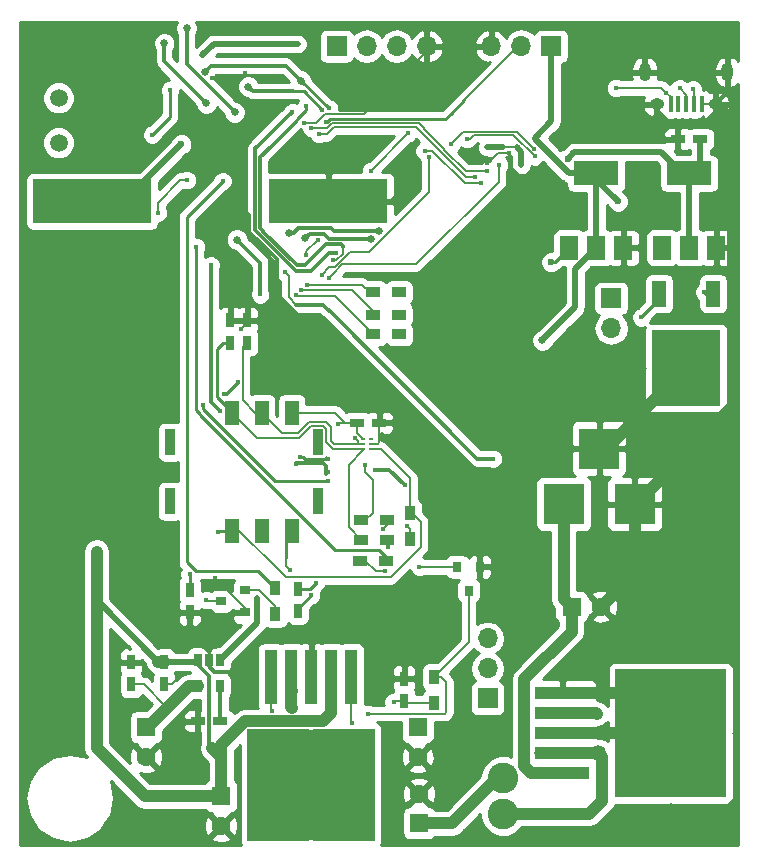
<source format=gbr>
G04 #@! TF.FileFunction,Copper,L2,Bot,Signal*
%FSLAX46Y46*%
G04 Gerber Fmt 4.6, Leading zero omitted, Abs format (unit mm)*
G04 Created by KiCad (PCBNEW 4.0.5) date 04/12/18 12:11:43*
%MOMM*%
%LPD*%
G01*
G04 APERTURE LIST*
%ADD10C,0.100000*%
%ADD11R,1.200000X2.000000*%
%ADD12R,0.900000X2.200000*%
%ADD13R,3.500000X3.500000*%
%ADD14R,0.800000X0.900000*%
%ADD15R,0.900000X0.800000*%
%ADD16R,1.100000X4.600000*%
%ADD17R,10.800000X9.400000*%
%ADD18R,5.250000X4.550000*%
%ADD19R,1.600000X1.600000*%
%ADD20C,1.600000*%
%ADD21R,0.650000X1.060000*%
%ADD22R,1.700000X1.700000*%
%ADD23O,1.700000X1.700000*%
%ADD24R,3.800000X2.000000*%
%ADD25R,1.500000X2.000000*%
%ADD26R,4.600000X1.100000*%
%ADD27R,9.400000X10.800000*%
%ADD28R,4.550000X5.250000*%
%ADD29R,0.750000X1.200000*%
%ADD30R,1.200000X0.750000*%
%ADD31C,2.600000*%
%ADD32R,0.400000X1.350000*%
%ADD33O,1.250000X0.950000*%
%ADD34O,1.000000X1.550000*%
%ADD35R,1.200000X0.900000*%
%ADD36R,0.900000X1.200000*%
%ADD37R,1.200000X2.200000*%
%ADD38R,5.800000X6.400000*%
%ADD39R,2.750000X3.050000*%
%ADD40C,1.500000*%
%ADD41R,10.000000X3.700000*%
%ADD42R,0.420000X0.220000*%
%ADD43C,0.650000*%
%ADD44C,0.450000*%
%ADD45C,0.600000*%
%ADD46C,1.350000*%
%ADD47C,0.500000*%
%ADD48C,0.300000*%
%ADD49C,0.250000*%
%ADD50C,1.000000*%
%ADD51C,0.150000*%
%ADD52C,0.200000*%
%ADD53C,0.700000*%
%ADD54C,0.254000*%
G04 APERTURE END LIST*
D10*
D11*
X160909000Y-104775000D03*
X158369000Y-104775000D03*
X155829000Y-104775000D03*
X155829000Y-94775000D03*
X158369000Y-94775000D03*
X160909000Y-94775000D03*
D12*
X163099000Y-102275000D03*
X163099000Y-97275000D03*
X150599000Y-102275000D03*
X150599000Y-97275000D03*
D13*
X183946800Y-102514400D03*
X189946800Y-102514400D03*
X186946800Y-97814400D03*
D14*
X174945000Y-107839000D03*
X176845000Y-107839000D03*
X175895000Y-109839000D03*
D15*
X156956000Y-109794000D03*
X156956000Y-111694000D03*
X154956000Y-110744000D03*
D16*
X159160000Y-117161000D03*
X160860000Y-117161000D03*
X162560000Y-117161000D03*
X164260000Y-117161000D03*
X165960000Y-117161000D03*
D17*
X162560000Y-126311000D03*
D18*
X165335000Y-128736000D03*
X159785000Y-123886000D03*
X159785000Y-128736000D03*
X165335000Y-123886000D03*
D19*
X154940000Y-127254000D03*
D20*
X154940000Y-129754000D03*
D19*
X171577000Y-121412000D03*
D20*
X171577000Y-123912000D03*
D19*
X148590000Y-121412000D03*
D20*
X148590000Y-123912000D03*
D21*
X152974000Y-115740000D03*
X153924000Y-115740000D03*
X154874000Y-115740000D03*
X154874000Y-117940000D03*
X152974000Y-117940000D03*
D22*
X164719000Y-63754000D03*
D23*
X167259000Y-63754000D03*
X169799000Y-63754000D03*
X172339000Y-63754000D03*
D24*
X186690000Y-74523200D03*
D25*
X186690000Y-80823200D03*
X184390000Y-80823200D03*
X188990000Y-80823200D03*
D22*
X187960000Y-85090000D03*
D23*
X187960000Y-87630000D03*
D26*
X183836000Y-125320000D03*
X183836000Y-123620000D03*
X183836000Y-121920000D03*
X183836000Y-120220000D03*
X183836000Y-118520000D03*
D27*
X192986000Y-121920000D03*
D28*
X195411000Y-119145000D03*
X190561000Y-124695000D03*
X195411000Y-124695000D03*
X190561000Y-119145000D03*
D24*
X194564000Y-74523200D03*
D25*
X194564000Y-80823200D03*
X192264000Y-80823200D03*
X196864000Y-80823200D03*
D22*
X182880000Y-63754000D03*
D23*
X180340000Y-63754000D03*
X177800000Y-63754000D03*
D29*
X170434000Y-119187000D03*
X170434000Y-117287000D03*
X152273000Y-109794000D03*
X152273000Y-111694000D03*
X155702000Y-88846700D03*
X155702000Y-86946700D03*
D19*
X184607200Y-111201200D03*
D20*
X187107200Y-111201200D03*
D29*
X157162500Y-88846700D03*
X157162500Y-86946700D03*
D19*
X171704000Y-129540000D03*
D20*
X171704000Y-127040000D03*
D30*
X166436000Y-95631000D03*
X168336000Y-95631000D03*
X195514000Y-71628000D03*
X193614000Y-71628000D03*
D29*
X150114000Y-115890000D03*
X150114000Y-117790000D03*
X161417000Y-109667000D03*
X161417000Y-111567000D03*
D30*
X154874000Y-120904000D03*
X152974000Y-120904000D03*
D29*
X147320000Y-117790000D03*
X147320000Y-115890000D03*
D22*
X177495200Y-118973600D03*
D23*
X177495200Y-116433600D03*
X177495200Y-113893600D03*
D31*
X178816000Y-125730000D03*
X178816000Y-128730000D03*
D32*
X193010000Y-68660000D03*
X193660000Y-68660000D03*
X194310000Y-68660000D03*
X194960000Y-68660000D03*
X195610000Y-68660000D03*
D33*
X191810000Y-68660000D03*
X196810000Y-68660000D03*
D34*
X190810000Y-65960000D03*
X197810000Y-65960000D03*
D35*
X168994000Y-103886000D03*
X166794000Y-103886000D03*
X168994000Y-105537000D03*
X166794000Y-105537000D03*
D36*
X170942000Y-105494000D03*
X170942000Y-103294000D03*
D35*
X170010000Y-84582000D03*
X167810000Y-84582000D03*
X167810000Y-88138000D03*
X170010000Y-88138000D03*
X170010000Y-86487000D03*
X167810000Y-86487000D03*
D36*
X172974000Y-119337000D03*
X172974000Y-117137000D03*
D35*
X168867000Y-107315000D03*
X166667000Y-107315000D03*
D36*
X159512000Y-109644000D03*
X159512000Y-111844000D03*
D37*
X192030000Y-84700000D03*
X196590000Y-84700000D03*
D38*
X194310000Y-91000000D03*
D39*
X195835000Y-92675000D03*
X192785000Y-89325000D03*
X192785000Y-92675000D03*
X195835000Y-89325000D03*
D40*
X141173200Y-68122800D03*
X141173200Y-71922800D03*
D41*
X164020500Y-76898500D03*
X144020500Y-76898500D03*
D42*
X167640000Y-97028000D03*
X167640000Y-97428000D03*
X167640000Y-97828000D03*
X166990000Y-97028000D03*
X166990000Y-97428000D03*
X166990000Y-97828000D03*
D43*
X156273500Y-80137000D03*
X160655000Y-79565500D03*
X168275000Y-79438500D03*
X167640000Y-80073500D03*
X162052000Y-80010000D03*
X182118000Y-88646000D03*
D44*
X158242000Y-84772500D03*
X150622000Y-67437000D03*
X149098000Y-71247000D03*
X153352500Y-64516000D03*
X161417000Y-63563500D03*
X181483000Y-71501000D03*
D45*
X192278000Y-80581500D03*
X188531500Y-76898500D03*
D44*
X160528000Y-93091000D03*
X161036000Y-92583000D03*
X158369000Y-92837000D03*
X159131000Y-91948000D03*
X159639000Y-91440000D03*
X159766000Y-90932000D03*
X150368000Y-93726000D03*
X149860000Y-93218000D03*
X149352000Y-92710000D03*
X148844000Y-92202000D03*
X148336000Y-91694000D03*
X147828000Y-91186000D03*
X147320000Y-90678000D03*
X146812000Y-90170000D03*
X146304000Y-89662000D03*
X145669000Y-89281000D03*
X145034000Y-89281000D03*
X144399000Y-89281000D03*
X143764000Y-89281000D03*
X148590000Y-94488000D03*
X148082000Y-93980000D03*
X147574000Y-93472000D03*
X147066000Y-92964000D03*
X146558000Y-92456000D03*
X146050000Y-91948000D03*
X145542000Y-91440000D03*
X145034000Y-91186000D03*
X144399000Y-91186000D03*
X143764000Y-91186000D03*
X164211000Y-113284000D03*
X164846000Y-113284000D03*
X165481000Y-113284000D03*
X166116000Y-113284000D03*
X166878000Y-113284000D03*
X167640000Y-113284000D03*
X168402000Y-113284000D03*
X169037000Y-113284000D03*
X169672000Y-113284000D03*
X163957000Y-111379000D03*
X164592000Y-111379000D03*
X165227000Y-111379000D03*
X165862000Y-111379000D03*
X166624000Y-111379000D03*
X167386000Y-111379000D03*
X168148000Y-111379000D03*
X168910000Y-111379000D03*
X169672000Y-111379000D03*
X161620200Y-98526600D03*
X156273500Y-116205000D03*
D46*
X192986000Y-121920000D03*
D43*
X148082000Y-96075500D03*
X156019500Y-76771500D03*
D44*
X159994600Y-125933200D03*
X156591000Y-87731600D03*
X163982400Y-98679000D03*
X175895000Y-72872600D03*
X177469800Y-73609200D03*
X179324000Y-72771000D03*
X183896000Y-75247500D03*
X153098500Y-114300000D03*
X151574500Y-116967000D03*
X154432000Y-108775500D03*
X144462500Y-99822000D03*
X144462500Y-104013000D03*
X162687000Y-116776500D03*
X153797000Y-78295500D03*
X161925000Y-70231000D03*
X156972000Y-66040000D03*
X154178000Y-66421000D03*
X170688000Y-75438000D03*
X154686000Y-104902000D03*
X152273000Y-108458000D03*
X167132000Y-99187000D03*
X166243000Y-96901000D03*
X164846000Y-95758000D03*
X162941000Y-109220000D03*
D43*
X144399000Y-106553000D03*
X144399000Y-107696000D03*
D44*
X162560000Y-110236000D03*
X160782000Y-108077000D03*
X152806400Y-80746600D03*
X168656000Y-104648000D03*
X169037000Y-106172000D03*
X170688000Y-104394000D03*
X165989000Y-121031000D03*
X162179000Y-83947000D03*
D43*
X153543000Y-65913000D03*
X161671000Y-66675000D03*
D44*
X164084000Y-69024500D03*
X161239200Y-99110800D03*
X163957000Y-99822000D03*
X167975280Y-99608640D03*
X170489880Y-100934520D03*
X157988000Y-110490000D03*
X195834000Y-84582000D03*
D45*
X182880000Y-82042000D03*
D44*
X155067000Y-75184000D03*
D43*
X156083000Y-69342000D03*
X152019000Y-62230000D03*
X150114000Y-63500000D03*
X153670000Y-68580000D03*
D44*
X163512500Y-69151500D03*
D43*
X157226000Y-67183000D03*
D44*
X164642800Y-81292700D03*
X160972500Y-69342000D03*
X162153600Y-68834000D03*
X164439600Y-81889600D03*
X167386000Y-120269000D03*
X159258000Y-120015000D03*
X161671000Y-84391500D03*
X161290000Y-84836000D03*
X170137000Y-84455000D03*
X170010000Y-88138000D03*
X170010000Y-86487000D03*
D46*
X186866000Y-123620000D03*
D44*
X168783000Y-108204000D03*
X171704000Y-107823000D03*
X160337500Y-82867500D03*
X177982880Y-98673920D03*
D43*
X186753500Y-120269000D03*
D44*
X172161200Y-72605900D03*
X176961800Y-75323700D03*
X162153600Y-81394300D03*
X163106100Y-80124300D03*
X174409100Y-72059800D03*
X181457600Y-72466200D03*
X181470300Y-73088500D03*
X175768000Y-71628000D03*
X180352700Y-73812400D03*
D45*
X184277000Y-73279000D03*
D44*
X177469800Y-72313800D03*
X163804600Y-70180200D03*
D45*
X151574500Y-72072500D03*
D44*
X169545000Y-119253000D03*
D43*
X160909000Y-119761000D03*
X160909000Y-118364000D03*
D44*
X190500000Y-86715600D03*
X188379100Y-67284600D03*
X192633600Y-67716400D03*
X193751200Y-67310000D03*
X167608250Y-74301350D03*
X170776900Y-71107300D03*
X194868800Y-67386200D03*
X153664920Y-110657640D03*
X153416000Y-94107000D03*
X163957000Y-100584000D03*
X155194000Y-93218000D03*
X156337000Y-92202000D03*
X152069800Y-75095100D03*
X149593300Y-77851000D03*
X154813000Y-94615000D03*
X154051000Y-82296000D03*
X164058600Y-83375500D03*
X178460400Y-73812400D03*
X163436300Y-83146900D03*
X172542200Y-73101200D03*
X163207700Y-71196200D03*
X176453800Y-74815700D03*
X177469800Y-74320400D03*
X162585400Y-70688200D03*
D47*
X182880000Y-70104000D02*
X182880000Y-63754000D01*
X181483000Y-71501000D02*
X182880000Y-70104000D01*
X181483000Y-71501000D02*
X181483000Y-71628000D01*
X184378200Y-74523200D02*
X186690000Y-74523200D01*
X181483000Y-71628000D02*
X184378200Y-74523200D01*
D48*
X158242000Y-84772500D02*
X158242000Y-82105500D01*
X158242000Y-82105500D02*
X156273500Y-80137000D01*
X168275000Y-79438500D02*
X164465000Y-79438500D01*
X161099500Y-79565500D02*
X160655000Y-79565500D01*
X161480500Y-79184500D02*
X161099500Y-79565500D01*
X164211000Y-79184500D02*
X161480500Y-79184500D01*
X164465000Y-79438500D02*
X164211000Y-79184500D01*
D47*
X168275000Y-79438500D02*
X168211500Y-79375000D01*
D48*
X163449000Y-79629000D02*
X163639500Y-79629000D01*
X164084000Y-80073500D02*
X167640000Y-80073500D01*
X163639500Y-79629000D02*
X164084000Y-80073500D01*
X162433000Y-79629000D02*
X163449000Y-79629000D01*
X162052000Y-80010000D02*
X162433000Y-79629000D01*
D47*
X161417000Y-63563500D02*
X154305000Y-63563500D01*
X154305000Y-63563500D02*
X153352500Y-64516000D01*
X186690000Y-74523200D02*
X186690000Y-75057000D01*
X186690000Y-75057000D02*
X188531500Y-76898500D01*
X186690000Y-74523200D02*
X186690000Y-80823200D01*
X184912000Y-83312000D02*
X184912000Y-82601200D01*
X184912000Y-82601200D02*
X186690000Y-80823200D01*
X182118000Y-88646000D02*
X184912000Y-85852000D01*
X184912000Y-85852000D02*
X184912000Y-83312000D01*
D49*
X150622000Y-69723000D02*
X150622000Y-67437000D01*
X149098000Y-71247000D02*
X150622000Y-69723000D01*
X186690000Y-80823200D02*
X186690000Y-81026000D01*
X153352500Y-64516000D02*
X153384250Y-64547750D01*
X153384250Y-64547750D02*
X153352500Y-64516000D01*
X192278000Y-80581500D02*
X192264000Y-80595500D01*
X192264000Y-80595500D02*
X192264000Y-80823200D01*
X186690000Y-75057000D02*
X188531500Y-76898500D01*
X161036000Y-92583000D02*
X160528000Y-93091000D01*
X158369000Y-92710000D02*
X158369000Y-92837000D01*
X159131000Y-91948000D02*
X158369000Y-92710000D01*
X159639000Y-91059000D02*
X159639000Y-91440000D01*
X159766000Y-90932000D02*
X159639000Y-91059000D01*
X150368000Y-93726000D02*
X150876000Y-94234000D01*
X149352000Y-92710000D02*
X149860000Y-93218000D01*
X148336000Y-91694000D02*
X148844000Y-92202000D01*
X147320000Y-90678000D02*
X147828000Y-91186000D01*
X146304000Y-89662000D02*
X146812000Y-90170000D01*
X145034000Y-89281000D02*
X145669000Y-89281000D01*
X143764000Y-89281000D02*
X144399000Y-89281000D01*
X148082000Y-93980000D02*
X148590000Y-94488000D01*
X147066000Y-92964000D02*
X147574000Y-93472000D01*
X146050000Y-91948000D02*
X146558000Y-92456000D01*
X145288000Y-91440000D02*
X145542000Y-91440000D01*
X145034000Y-91186000D02*
X145288000Y-91440000D01*
X143764000Y-91186000D02*
X144399000Y-91186000D01*
X164211000Y-113284000D02*
X163830000Y-113665000D01*
X165481000Y-113284000D02*
X164846000Y-113284000D01*
X166878000Y-113284000D02*
X166116000Y-113284000D01*
X168402000Y-113284000D02*
X167640000Y-113284000D01*
X169672000Y-113284000D02*
X169037000Y-113284000D01*
X163957000Y-111379000D02*
X163957000Y-110871000D01*
X165227000Y-111379000D02*
X164592000Y-111379000D01*
X166624000Y-111379000D02*
X165862000Y-111379000D01*
X168148000Y-111379000D02*
X167386000Y-111379000D01*
X169672000Y-111379000D02*
X168910000Y-111379000D01*
X161620200Y-98526600D02*
X161893602Y-98526600D01*
X162046002Y-98679000D02*
X163982400Y-98679000D01*
X161893602Y-98526600D02*
X162046002Y-98679000D01*
D48*
X153924000Y-115740000D02*
X153924000Y-116268500D01*
X153924000Y-116268500D02*
X154368500Y-116713000D01*
X155765500Y-116713000D02*
X156273500Y-116205000D01*
X154368500Y-116713000D02*
X155765500Y-116713000D01*
D50*
X183836000Y-118520000D02*
X189586000Y-118520000D01*
X189586000Y-118520000D02*
X192986000Y-121920000D01*
X192986000Y-121920000D02*
X183836000Y-121920000D01*
X144462500Y-99822000D02*
X144462500Y-99695000D01*
X144462500Y-99695000D02*
X148082000Y-96075500D01*
X144462500Y-104013000D02*
X144462500Y-99822000D01*
X189946800Y-102514400D02*
X190030100Y-102514400D01*
X190030100Y-102514400D02*
X198310500Y-94234000D01*
X198310500Y-70160500D02*
X196810000Y-68660000D01*
X198310500Y-94234000D02*
X198310500Y-70160500D01*
D48*
X156019500Y-76771500D02*
X157321250Y-78073250D01*
X157321250Y-78073250D02*
X157321250Y-79470250D01*
X157480000Y-79629000D02*
X157321250Y-79470250D01*
X184506600Y-97814400D02*
X182499000Y-99822000D01*
X182499000Y-99822000D02*
X174688500Y-99822000D01*
X174688500Y-99822000D02*
X159639000Y-84772500D01*
X159639000Y-84772500D02*
X159639000Y-81788000D01*
X159639000Y-81788000D02*
X157480000Y-79629000D01*
X186946800Y-97814400D02*
X184506600Y-97814400D01*
D50*
X186946800Y-97814400D02*
X187495600Y-97814400D01*
X187495600Y-97814400D02*
X194310000Y-91000000D01*
X189946800Y-102514400D02*
X189946800Y-108361600D01*
X189946800Y-108361600D02*
X187107200Y-111201200D01*
D49*
X159994600Y-125933200D02*
X160372400Y-126311000D01*
X160372400Y-126311000D02*
X162560000Y-126311000D01*
D51*
X157162500Y-86946700D02*
X157162500Y-87160100D01*
X157162500Y-87160100D02*
X156591000Y-87731600D01*
X157162500Y-86946700D02*
X155702000Y-86946700D01*
X196810000Y-68660000D02*
X195610000Y-68660000D01*
X163982400Y-98679000D02*
X163830000Y-98526600D01*
X167640000Y-97428000D02*
X168179800Y-97428000D01*
X168336000Y-97271800D02*
X168336000Y-95631000D01*
X168179800Y-97428000D02*
X168336000Y-97271800D01*
X179324000Y-72771000D02*
X179324000Y-73837800D01*
X180733700Y-75247500D02*
X183896000Y-75247500D01*
X179324000Y-73837800D02*
X180733700Y-75247500D01*
X175895000Y-72872600D02*
X176733200Y-72872600D01*
X176733200Y-72872600D02*
X177469800Y-73609200D01*
X177469800Y-73609200D02*
X177520600Y-73609200D01*
X178358800Y-72771000D02*
X179324000Y-72771000D01*
X177520600Y-73609200D02*
X178358800Y-72771000D01*
D52*
X183896000Y-75247500D02*
X183832500Y-75247500D01*
X153924000Y-115740000D02*
X153924000Y-115125500D01*
X153924000Y-115125500D02*
X153098500Y-114300000D01*
X150114000Y-117790000D02*
X150751500Y-117790000D01*
X150751500Y-117790000D02*
X151574500Y-116967000D01*
X154876500Y-109220000D02*
X154432000Y-108775500D01*
X156956000Y-111694000D02*
X156956000Y-111299500D01*
X156956000Y-111299500D02*
X154876500Y-109220000D01*
X162687000Y-116776500D02*
X162560000Y-116903500D01*
X162560000Y-116903500D02*
X162560000Y-117161000D01*
X161925000Y-70231000D02*
X163004500Y-70231000D01*
X167005000Y-69532500D02*
X172339000Y-64198500D01*
X163703000Y-69532500D02*
X167005000Y-69532500D01*
X163004500Y-70231000D02*
X163703000Y-69532500D01*
X172339000Y-64198500D02*
X172339000Y-63754000D01*
D51*
X154178000Y-66421000D02*
X156591000Y-66421000D01*
X156591000Y-66421000D02*
X156972000Y-66040000D01*
D49*
X164020500Y-76898500D02*
X169227500Y-76898500D01*
X169227500Y-76898500D02*
X170688000Y-75438000D01*
X194310000Y-91000000D02*
X193761200Y-91000000D01*
X193761200Y-91000000D02*
X186946800Y-97814400D01*
D48*
X191810000Y-68660000D02*
X191810000Y-69128000D01*
X191810000Y-69128000D02*
X192913000Y-70231000D01*
X192913000Y-70231000D02*
X195834000Y-70231000D01*
X195834000Y-70231000D02*
X196810000Y-69255000D01*
X196810000Y-69255000D02*
X196810000Y-68660000D01*
X190810000Y-65960000D02*
X197810000Y-65960000D01*
X197810000Y-65960000D02*
X197810000Y-67660000D01*
X197810000Y-67660000D02*
X196810000Y-68660000D01*
X189946800Y-108361600D02*
X187107200Y-111201200D01*
D49*
X152273000Y-109794000D02*
X152273000Y-108458000D01*
X154813000Y-104775000D02*
X155829000Y-104775000D01*
X154686000Y-104902000D02*
X154813000Y-104775000D01*
D52*
X170942000Y-103294000D02*
X171112000Y-103294000D01*
X171112000Y-103294000D02*
X171831000Y-104013000D01*
X160401000Y-108712000D02*
X155702000Y-104013000D01*
X169291000Y-108712000D02*
X160401000Y-108712000D01*
X171831000Y-106172000D02*
X169291000Y-108712000D01*
X171831000Y-104013000D02*
X171831000Y-106172000D01*
X170942000Y-103294000D02*
X170942000Y-100330000D01*
X170942000Y-100330000D02*
X168440000Y-97828000D01*
X168440000Y-97828000D02*
X167640000Y-97828000D01*
X167640000Y-97828000D02*
X167602000Y-97828000D01*
D49*
X155829000Y-94775000D02*
X155923000Y-94775000D01*
X155923000Y-94775000D02*
X154559000Y-93411000D01*
X155120300Y-88846700D02*
X155702000Y-88846700D01*
X154559000Y-89408000D02*
X155120300Y-88846700D01*
X154559000Y-93411000D02*
X154559000Y-89408000D01*
D52*
X166990000Y-97828000D02*
X164376000Y-97828000D01*
X157955000Y-96901000D02*
X155829000Y-94775000D01*
X161544000Y-96901000D02*
X157955000Y-96901000D01*
X162560000Y-95885000D02*
X161544000Y-96901000D01*
X163576000Y-95885000D02*
X162560000Y-95885000D01*
X163830000Y-96139000D02*
X163576000Y-95885000D01*
X163830000Y-97282000D02*
X163830000Y-96139000D01*
X164376000Y-97828000D02*
X163830000Y-97282000D01*
X166990000Y-97828000D02*
X166990000Y-97932000D01*
X166990000Y-97932000D02*
X165735000Y-99187000D01*
X165735000Y-104478000D02*
X166794000Y-105537000D01*
X165735000Y-99187000D02*
X165735000Y-104478000D01*
D50*
X184607200Y-111201200D02*
X184607200Y-113334800D01*
X181200000Y-125320000D02*
X183836000Y-125320000D01*
X180594000Y-124714000D02*
X181200000Y-125320000D01*
X180594000Y-117348000D02*
X180594000Y-124714000D01*
X184607200Y-113334800D02*
X180594000Y-117348000D01*
X183946800Y-102514400D02*
X183946800Y-110540800D01*
X183946800Y-110540800D02*
X184607200Y-111201200D01*
D48*
X183946800Y-110540800D02*
X184607200Y-111201200D01*
D52*
X158369000Y-94775000D02*
X157817800Y-94775000D01*
X157817800Y-94775000D02*
X156768800Y-93726000D01*
X156768800Y-89240400D02*
X157162500Y-88846700D01*
X156768800Y-93726000D02*
X156768800Y-89240400D01*
X164484000Y-97428000D02*
X164211000Y-97155000D01*
X160114000Y-96520000D02*
X158369000Y-94775000D01*
X161417000Y-96520000D02*
X160114000Y-96520000D01*
X162352002Y-95584998D02*
X161417000Y-96520000D01*
X163783998Y-95584998D02*
X162352002Y-95584998D01*
X164211000Y-96012000D02*
X163783998Y-95584998D01*
X164211000Y-97155000D02*
X164211000Y-96012000D01*
X166990000Y-97428000D02*
X164484000Y-97428000D01*
X164484000Y-97428000D02*
X164465000Y-97409000D01*
X167132000Y-99187000D02*
X167132000Y-99695000D01*
X166794000Y-103886000D02*
X167132000Y-103886000D01*
X167132000Y-103886000D02*
X167767000Y-103251000D01*
X167132000Y-99822000D02*
X167132000Y-99695000D01*
X167767000Y-100457000D02*
X167132000Y-99822000D01*
X167767000Y-103251000D02*
X167767000Y-100457000D01*
X166243000Y-96901000D02*
X166497000Y-97155000D01*
X166497000Y-97155000D02*
X166497000Y-97428000D01*
X166497000Y-97428000D02*
X166990000Y-97428000D01*
D50*
X178816000Y-125730000D02*
X178308000Y-125730000D01*
X178308000Y-125730000D02*
X174498000Y-129540000D01*
X174498000Y-129540000D02*
X171704000Y-129540000D01*
D48*
X171704000Y-129540000D02*
X175006000Y-129540000D01*
X175006000Y-129540000D02*
X178816000Y-125730000D01*
D52*
X166436000Y-95631000D02*
X165404800Y-95631000D01*
X164548800Y-94775000D02*
X160909000Y-94775000D01*
X165404800Y-95631000D02*
X164548800Y-94775000D01*
X164973000Y-95631000D02*
X166436000Y-95631000D01*
X164846000Y-95758000D02*
X164973000Y-95631000D01*
D49*
X161417000Y-109667000D02*
X162494000Y-109667000D01*
X162494000Y-109667000D02*
X162941000Y-109220000D01*
D52*
X166436000Y-95631000D02*
X165989000Y-95631000D01*
X166436000Y-95631000D02*
X166436000Y-96474000D01*
X166436000Y-96474000D02*
X166990000Y-97028000D01*
D50*
X144399000Y-110680500D02*
X144399000Y-123190000D01*
X148463000Y-127254000D02*
X154940000Y-127254000D01*
X144399000Y-123190000D02*
X148463000Y-127254000D01*
X144399000Y-107696000D02*
X144399000Y-106553000D01*
X144399000Y-107696000D02*
X144399000Y-110680500D01*
X149608500Y-115890000D02*
X150114000Y-115890000D01*
D53*
X144399000Y-107696000D02*
X144399000Y-108204000D01*
D47*
X149608500Y-115890000D02*
X144399000Y-110680500D01*
X149608500Y-115890000D02*
X150114000Y-115890000D01*
X150114000Y-115890000D02*
X152824000Y-115890000D01*
X152824000Y-115890000D02*
X152974000Y-115740000D01*
D48*
X152974000Y-115740000D02*
X152974000Y-116144000D01*
X152974000Y-116144000D02*
X153924000Y-117094000D01*
X153924000Y-117094000D02*
X153924000Y-122936000D01*
X153924000Y-122936000D02*
X154178000Y-123190000D01*
X164260000Y-117161000D02*
X164260000Y-119839000D01*
X152974000Y-116144000D02*
X153924000Y-117094000D01*
X164260000Y-119839000D02*
X163068000Y-121031000D01*
X163068000Y-121031000D02*
X156845000Y-121031000D01*
D50*
X154940000Y-123698000D02*
X154686000Y-123698000D01*
X154686000Y-123698000D02*
X154178000Y-123190000D01*
X164260000Y-117161000D02*
X164260000Y-120220000D01*
X154940000Y-122936000D02*
X154940000Y-123698000D01*
X154940000Y-123698000D02*
X154940000Y-127254000D01*
X156972000Y-120904000D02*
X154940000Y-122936000D01*
X163576000Y-120904000D02*
X156972000Y-120904000D01*
X164260000Y-120220000D02*
X163576000Y-120904000D01*
D48*
X152824000Y-115890000D02*
X152974000Y-115740000D01*
X150114000Y-115890000D02*
X150053000Y-115890000D01*
D49*
X161417000Y-111567000D02*
X161417000Y-111379000D01*
X161417000Y-111379000D02*
X162560000Y-110236000D01*
X160467000Y-107061000D02*
X160467000Y-105217000D01*
X160467000Y-105217000D02*
X160909000Y-104775000D01*
D52*
X160467000Y-107762000D02*
X160467000Y-107061000D01*
X160467000Y-107061000D02*
X160467000Y-106997500D01*
X160782000Y-108077000D02*
X160467000Y-107762000D01*
D48*
X154874000Y-117940000D02*
X154874000Y-120904000D01*
D49*
X156464000Y-98298000D02*
X153162000Y-94996000D01*
X164592000Y-106426000D02*
X156464000Y-98298000D01*
X168300400Y-106426000D02*
X166166800Y-106426000D01*
X168867000Y-106992600D02*
X168300400Y-106426000D01*
X166166800Y-106426000D02*
X164592000Y-106426000D01*
X153162000Y-94932500D02*
X152806400Y-94576900D01*
X153162000Y-94996000D02*
X153162000Y-94932500D01*
X152806400Y-94576900D02*
X152806400Y-80746600D01*
X168867000Y-107315000D02*
X168867000Y-106992600D01*
D51*
X168994000Y-103886000D02*
X168994000Y-104310000D01*
X168994000Y-104310000D02*
X168656000Y-104648000D01*
X168994000Y-103886000D02*
X168994000Y-103929000D01*
D52*
X168994000Y-105537000D02*
X168994000Y-106129000D01*
X168994000Y-106129000D02*
X169037000Y-106172000D01*
X168994000Y-105537000D02*
X168994000Y-105961000D01*
X170942000Y-105494000D02*
X170942000Y-104648000D01*
X170942000Y-104648000D02*
X170688000Y-104394000D01*
X165960000Y-117161000D02*
X165960000Y-121002000D01*
X165960000Y-121002000D02*
X165989000Y-121031000D01*
X166878000Y-83947000D02*
X167513000Y-84582000D01*
X166243000Y-83947000D02*
X166878000Y-83947000D01*
X162179000Y-83947000D02*
X166243000Y-83947000D01*
X167513000Y-84582000D02*
X167810000Y-84582000D01*
D49*
X161671000Y-66675000D02*
X161734500Y-66675000D01*
D48*
X153543000Y-65913000D02*
X154051000Y-65405000D01*
X154051000Y-65405000D02*
X160401000Y-65405000D01*
X160401000Y-65405000D02*
X161671000Y-66675000D01*
D49*
X161734500Y-66675000D02*
X164084000Y-69024500D01*
D50*
X148590000Y-121412000D02*
X148717000Y-121412000D01*
X148717000Y-121412000D02*
X152189000Y-117940000D01*
X152189000Y-117940000D02*
X152974000Y-117940000D01*
D49*
X161239200Y-99110800D02*
X161239200Y-99060000D01*
X161239200Y-99060000D02*
X161239200Y-99110800D01*
X161239200Y-99110800D02*
X161239200Y-99060000D01*
D52*
X147320000Y-117790000D02*
X148397000Y-117790000D01*
X148397000Y-117790000D02*
X150304500Y-119697500D01*
D48*
X163576000Y-99060000D02*
X161239200Y-99060000D01*
X163830000Y-99314000D02*
X163576000Y-99060000D01*
X163830000Y-99949000D02*
X163830000Y-99314000D01*
X163957000Y-99822000D02*
X163830000Y-99949000D01*
X152974000Y-117940000D02*
X152062000Y-117940000D01*
X152062000Y-117940000D02*
X150304500Y-119697500D01*
X150304500Y-119697500D02*
X148590000Y-121412000D01*
X169164000Y-99608640D02*
X167975280Y-99608640D01*
X170489880Y-100934520D02*
X169164000Y-99608640D01*
D47*
X154874000Y-115740000D02*
X154874000Y-115699500D01*
X154874000Y-115699500D02*
X157988000Y-112585500D01*
X157988000Y-112585500D02*
X157988000Y-110490000D01*
D52*
X157988000Y-110490000D02*
X157976500Y-110490000D01*
X157976500Y-110490000D02*
X157988000Y-110490000D01*
X157988000Y-110490000D02*
X157976500Y-110490000D01*
X157976500Y-110490000D02*
X157976500Y-112637500D01*
X157976500Y-112637500D02*
X154874000Y-115740000D01*
D49*
X195952000Y-84700000D02*
X196590000Y-84700000D01*
X195834000Y-84582000D02*
X195952000Y-84700000D01*
X182880000Y-82042000D02*
X183171200Y-82042000D01*
X183171200Y-82042000D02*
X184390000Y-80823200D01*
D52*
X184098800Y-80823200D02*
X184390000Y-80823200D01*
D49*
X158072000Y-108204000D02*
X159512000Y-109644000D01*
X152781000Y-108204000D02*
X158072000Y-108204000D01*
X152019000Y-107442000D02*
X152781000Y-108204000D01*
X152019000Y-78232000D02*
X152019000Y-107442000D01*
X155067000Y-75184000D02*
X152019000Y-78232000D01*
D48*
X156083000Y-69342000D02*
X152019000Y-65278000D01*
X152019000Y-65278000D02*
X152019000Y-62230000D01*
X150114000Y-65024000D02*
X150114000Y-63500000D01*
X153670000Y-68580000D02*
X150114000Y-65024000D01*
D49*
X161036000Y-67564000D02*
X161925000Y-67564000D01*
X161925000Y-67564000D02*
X163512500Y-69151500D01*
D48*
X157607000Y-67564000D02*
X161036000Y-67564000D01*
X157226000Y-67183000D02*
X157607000Y-67564000D01*
X158045150Y-72193150D02*
X158045150Y-72205850D01*
X157841998Y-79184500D02*
X157841998Y-79355998D01*
X157841998Y-72409002D02*
X157841998Y-79184500D01*
X158045150Y-72205850D02*
X157841998Y-72409002D01*
D49*
X160972500Y-69342000D02*
X160896300Y-69342000D01*
D48*
X164642800Y-81292700D02*
X164071300Y-81292700D01*
X161290000Y-82804000D02*
X160528000Y-82042000D01*
X162560000Y-82804000D02*
X161290000Y-82804000D01*
X164071300Y-81292700D02*
X162560000Y-82804000D01*
X160528000Y-82042000D02*
X157841998Y-79355998D01*
X158045150Y-72193150D02*
X160782000Y-69456300D01*
D49*
X160896300Y-69342000D02*
X160782000Y-69456300D01*
D48*
X159226250Y-72167750D02*
X158242000Y-73152000D01*
X158496000Y-79438500D02*
X158496000Y-79444312D01*
X158242000Y-79184500D02*
X158496000Y-79438500D01*
X158242000Y-73152000D02*
X158242000Y-79184500D01*
D49*
X162153600Y-68834000D02*
X162153600Y-69176900D01*
X162153600Y-69176900D02*
X161480500Y-69850000D01*
X161480500Y-69850000D02*
X161239200Y-70091300D01*
X161239200Y-70091300D02*
X161239200Y-70154800D01*
D48*
X165252400Y-80772000D02*
X165252400Y-80670400D01*
X165252400Y-80670400D02*
X165100000Y-80518000D01*
X165100000Y-80518000D02*
X163830000Y-80518000D01*
X163830000Y-80518000D02*
X162052000Y-82296000D01*
X162052000Y-82296000D02*
X161347688Y-82296000D01*
X161347688Y-82296000D02*
X158496000Y-79444312D01*
X159226250Y-72167750D02*
X161239200Y-70154800D01*
D52*
X165252400Y-80632300D02*
X165252400Y-80772000D01*
X165252400Y-80772000D02*
X165252400Y-81330800D01*
X165252400Y-81330800D02*
X164693600Y-81889600D01*
X161239200Y-70091300D02*
X161239200Y-70154800D01*
X165252400Y-80632300D02*
X165265100Y-80645000D01*
X165265100Y-80645000D02*
X165265100Y-80670400D01*
X164693600Y-81889600D02*
X164439600Y-81889600D01*
X173525000Y-117137000D02*
X173990000Y-117602000D01*
X173990000Y-117602000D02*
X173990000Y-120142000D01*
X173990000Y-120142000D02*
X173863000Y-120269000D01*
X173863000Y-120269000D02*
X167386000Y-120269000D01*
X172974000Y-117137000D02*
X173525000Y-117137000D01*
X159160000Y-119917000D02*
X159160000Y-117161000D01*
X159258000Y-120015000D02*
X159160000Y-119917000D01*
X175895000Y-109839000D02*
X175895000Y-114216000D01*
X175895000Y-114216000D02*
X172974000Y-117137000D01*
X161671000Y-84391500D02*
X166052500Y-84391500D01*
X166052500Y-84391500D02*
X167810000Y-86149000D01*
X167810000Y-86149000D02*
X167810000Y-86487000D01*
X161290000Y-84836000D02*
X161353500Y-84899500D01*
X161353500Y-84899500D02*
X164592000Y-84899500D01*
X164592000Y-84899500D02*
X167810000Y-88117500D01*
X167810000Y-88117500D02*
X167810000Y-88138000D01*
D48*
X170137000Y-84455000D02*
X170010000Y-84582000D01*
D50*
X183836000Y-123620000D02*
X186866000Y-123620000D01*
X186103000Y-128730000D02*
X178816000Y-128730000D01*
X187198000Y-127635000D02*
X186103000Y-128730000D01*
X187198000Y-123952000D02*
X187198000Y-127635000D01*
X186866000Y-123620000D02*
X187198000Y-123952000D01*
D48*
X178816000Y-128730000D02*
X178864000Y-128730000D01*
X181561000Y-123620000D02*
X183836000Y-123620000D01*
X178816000Y-128730000D02*
X178816000Y-128397000D01*
D52*
X166667000Y-107315000D02*
X167132000Y-107315000D01*
X167132000Y-107315000D02*
X168021000Y-108204000D01*
X168021000Y-108204000D02*
X168783000Y-108204000D01*
X171704000Y-107823000D02*
X171720000Y-107839000D01*
X171720000Y-107839000D02*
X174945000Y-107839000D01*
X156956000Y-109794000D02*
X158117500Y-109794000D01*
X159512000Y-111188500D02*
X159512000Y-111844000D01*
X158117500Y-109794000D02*
X159512000Y-111188500D01*
X160655000Y-84455000D02*
X160655000Y-85026500D01*
X160655000Y-85026500D02*
X161277300Y-85648800D01*
X160655000Y-83185000D02*
X160655000Y-84455000D01*
X160337500Y-82867500D02*
X160655000Y-83185000D01*
D48*
X164078920Y-86136480D02*
X164078920Y-86126320D01*
X163591240Y-85648800D02*
X164078920Y-86136480D01*
X161277300Y-85648800D02*
X163591240Y-85648800D01*
X176626520Y-98673920D02*
X177982880Y-98673920D01*
X164078920Y-86126320D02*
X176626520Y-98673920D01*
D50*
X186704500Y-120220000D02*
X183836000Y-120220000D01*
X186753500Y-120269000D02*
X186704500Y-120220000D01*
D48*
X186866000Y-120220000D02*
X183836000Y-120220000D01*
X186944000Y-120142000D02*
X186866000Y-120220000D01*
D52*
X172161200Y-72605900D02*
X172161200Y-72593200D01*
X172161200Y-72593200D02*
X172161200Y-72605900D01*
X172161200Y-72605900D02*
X172161200Y-72593200D01*
D51*
X172808900Y-72593200D02*
X172161200Y-72593200D01*
X175564800Y-75349100D02*
X172808900Y-72593200D01*
X176936400Y-75349100D02*
X175564800Y-75349100D01*
X176961800Y-75323700D02*
X176936400Y-75349100D01*
D52*
X162153600Y-81076800D02*
X162153600Y-81394300D01*
X163106100Y-80124300D02*
X162153600Y-81076800D01*
D51*
X174409100Y-72059800D02*
X175450500Y-71018400D01*
X175450500Y-71018400D02*
X180009800Y-71018400D01*
X180009800Y-71018400D02*
X181457600Y-72466200D01*
X179273200Y-71268402D02*
X179650202Y-71268402D01*
X179650202Y-71268402D02*
X179755800Y-71374000D01*
X181470300Y-73088500D02*
X179755800Y-71374000D01*
X175768000Y-71628000D02*
X175996600Y-71628000D01*
X175996600Y-71628000D02*
X176356198Y-71268402D01*
X179273200Y-71268402D02*
X176356198Y-71268402D01*
D47*
X194564000Y-80823200D02*
X194564000Y-74523200D01*
X195514000Y-71628000D02*
X195514000Y-73573200D01*
X195514000Y-73573200D02*
X194564000Y-74523200D01*
X194564000Y-74523200D02*
X193966700Y-74523200D01*
X193966700Y-74523200D02*
X192151000Y-72707500D01*
X192151000Y-72707500D02*
X184848500Y-72707500D01*
X184848500Y-72707500D02*
X184277000Y-73279000D01*
X180352700Y-73812400D02*
X180352700Y-72720200D01*
X180352700Y-72720200D02*
X179946300Y-72313800D01*
X177469800Y-72313800D02*
X178816000Y-72313800D01*
D52*
X178816000Y-72313800D02*
X179946300Y-72313800D01*
X179946300Y-72313800D02*
X180352700Y-72720200D01*
D49*
X195514000Y-73573200D02*
X194564000Y-74523200D01*
X184848500Y-72707500D02*
X184277000Y-73279000D01*
X194564000Y-74523200D02*
X194157200Y-74523200D01*
X163804600Y-70180200D02*
X163880800Y-70180200D01*
X173926500Y-69913500D02*
X174371000Y-69469000D01*
X164147500Y-69913500D02*
X173926500Y-69913500D01*
X163880800Y-70180200D02*
X164147500Y-69913500D01*
X175501300Y-68338700D02*
X174371000Y-69469000D01*
D52*
X175501300Y-68338700D02*
X180340000Y-63500000D01*
D49*
X174371000Y-69469000D02*
X174244000Y-69596000D01*
D47*
X144020500Y-76898500D02*
X146748500Y-76898500D01*
X146748500Y-76898500D02*
X151574500Y-72072500D01*
D52*
X172974000Y-119337000D02*
X170584000Y-119337000D01*
X170584000Y-119337000D02*
X170434000Y-119187000D01*
X170434000Y-119187000D02*
X169611000Y-119187000D01*
X169611000Y-119187000D02*
X169545000Y-119253000D01*
D50*
X160860000Y-117161000D02*
X160860000Y-119712000D01*
X160860000Y-119712000D02*
X160909000Y-119761000D01*
X160909000Y-118364000D02*
X160860000Y-118315000D01*
X160860000Y-118315000D02*
X160860000Y-117161000D01*
D49*
X190500000Y-86715600D02*
X192030000Y-85185600D01*
X192030000Y-85185600D02*
X192030000Y-84700000D01*
D52*
X192633600Y-67716400D02*
X192633600Y-67703700D01*
X192633600Y-67703700D02*
X192214500Y-67284600D01*
X192214500Y-67284600D02*
X188379100Y-67284600D01*
X192633600Y-67716400D02*
X193010000Y-68092800D01*
X193010000Y-68092800D02*
X193010000Y-68660000D01*
X194310000Y-67868800D02*
X194310000Y-68660000D01*
X193751200Y-67310000D02*
X194310000Y-67868800D01*
X170776900Y-71132700D02*
X170776900Y-71107300D01*
X170776900Y-71132700D02*
X167608250Y-74301350D01*
X194868800Y-67386200D02*
X194960000Y-67477400D01*
X194960000Y-67477400D02*
X194960000Y-68660000D01*
X153664920Y-110657640D02*
X153751280Y-110744000D01*
X153751280Y-110744000D02*
X154956000Y-110744000D01*
D49*
X153416000Y-94488000D02*
X153416000Y-94107000D01*
X159512000Y-100584000D02*
X153416000Y-94488000D01*
X163957000Y-100584000D02*
X159512000Y-100584000D01*
X156337000Y-92202000D02*
X155321000Y-93218000D01*
X155321000Y-93218000D02*
X155194000Y-93218000D01*
D52*
X151485600Y-75095100D02*
X152069800Y-75095100D01*
X149593300Y-76987400D02*
X151485600Y-75095100D01*
X149593300Y-77851000D02*
X149593300Y-76987400D01*
D48*
X154813000Y-94615000D02*
X154051000Y-93853000D01*
X154051000Y-93853000D02*
X154051000Y-82296000D01*
D51*
X164426900Y-83007200D02*
X164058600Y-83375500D01*
X178460400Y-73812400D02*
X178460400Y-75234800D01*
X171462700Y-82232500D02*
X169862500Y-82232500D01*
X178460400Y-75234800D02*
X171462700Y-82232500D01*
X169862500Y-82232500D02*
X165201600Y-82232500D01*
X165201600Y-82232500D02*
X164426900Y-83007200D01*
D52*
X172542200Y-74485500D02*
X172542200Y-76123800D01*
X167449500Y-81216500D02*
X165811200Y-81216500D01*
X172542200Y-76123800D02*
X167449500Y-81216500D01*
X164604700Y-82423000D02*
X165811200Y-81216500D01*
X163436300Y-83146900D02*
X163436300Y-83083400D01*
X164096700Y-82423000D02*
X164604700Y-82423000D01*
X163436300Y-83083400D02*
X164096700Y-82423000D01*
X172542200Y-74485500D02*
X172542200Y-74422000D01*
X172542200Y-73101200D02*
X172542200Y-74422000D01*
X163207700Y-71196200D02*
X163868100Y-71196200D01*
X175691800Y-74815700D02*
X176453800Y-74815700D01*
X171475400Y-70599300D02*
X175691800Y-74815700D01*
X164465000Y-70599300D02*
X171475400Y-70599300D01*
X163868100Y-71196200D02*
X164465000Y-70599300D01*
X163906200Y-70688200D02*
X162585400Y-70688200D01*
X164465000Y-70289702D02*
X164304698Y-70289702D01*
X172091350Y-70694550D02*
X171686502Y-70289702D01*
X171686502Y-70289702D02*
X164465000Y-70289702D01*
X172091350Y-70758050D02*
X172091350Y-70694550D01*
X164304698Y-70289702D02*
X163906200Y-70688200D01*
D51*
X173812200Y-72478900D02*
X173812200Y-72504300D01*
X175628300Y-74320400D02*
X177469800Y-74320400D01*
X173812200Y-72504300D02*
X175628300Y-74320400D01*
X172091350Y-70758050D02*
X173812200Y-72478900D01*
D54*
G36*
X151205626Y-61685493D02*
X151059167Y-62038206D01*
X151058833Y-62420118D01*
X151204677Y-62773086D01*
X151234000Y-62802460D01*
X151234000Y-65033842D01*
X150899000Y-64698842D01*
X150899000Y-64072831D01*
X150927374Y-64044507D01*
X151073833Y-63691794D01*
X151074167Y-63309882D01*
X150928323Y-62956914D01*
X150658507Y-62686626D01*
X150305794Y-62540167D01*
X149923882Y-62539833D01*
X149570914Y-62685677D01*
X149300626Y-62955493D01*
X149154167Y-63308206D01*
X149153833Y-63690118D01*
X149299677Y-64043086D01*
X149329000Y-64072460D01*
X149329000Y-65024000D01*
X149388755Y-65324407D01*
X149558921Y-65579079D01*
X150556785Y-66576943D01*
X150451686Y-66576851D01*
X150135486Y-66707503D01*
X149893353Y-66949213D01*
X149762150Y-67265185D01*
X149761851Y-67607314D01*
X149862000Y-67849692D01*
X149862000Y-69408198D01*
X148852126Y-70418072D01*
X148611486Y-70517503D01*
X148369353Y-70759213D01*
X148238150Y-71075185D01*
X148237851Y-71417314D01*
X148368503Y-71733514D01*
X148610213Y-71975647D01*
X148926185Y-72106850D01*
X149268314Y-72107149D01*
X149584514Y-71976497D01*
X149826647Y-71734787D01*
X149927219Y-71492583D01*
X151159401Y-70260401D01*
X151324148Y-70013840D01*
X151344107Y-69913500D01*
X151382000Y-69723000D01*
X151382000Y-67849281D01*
X151481850Y-67608815D01*
X151481943Y-67502101D01*
X152709868Y-68730026D01*
X152709833Y-68770118D01*
X152855677Y-69123086D01*
X153125493Y-69393374D01*
X153478206Y-69539833D01*
X153860118Y-69540167D01*
X154213086Y-69394323D01*
X154483374Y-69124507D01*
X154563173Y-68932331D01*
X155122868Y-69492026D01*
X155122833Y-69532118D01*
X155268677Y-69885086D01*
X155538493Y-70155374D01*
X155891206Y-70301833D01*
X156273118Y-70302167D01*
X156626086Y-70156323D01*
X156896374Y-69886507D01*
X157042833Y-69533794D01*
X157043167Y-69151882D01*
X156897323Y-68798914D01*
X156627507Y-68528626D01*
X156274794Y-68382167D01*
X156233289Y-68382131D01*
X154332499Y-66481341D01*
X154356374Y-66457507D01*
X154467452Y-66190000D01*
X160075842Y-66190000D01*
X160664842Y-66779000D01*
X158097792Y-66779000D01*
X158040323Y-66639914D01*
X157770507Y-66369626D01*
X157417794Y-66223167D01*
X157035882Y-66222833D01*
X156682914Y-66368677D01*
X156412626Y-66638493D01*
X156266167Y-66991206D01*
X156265833Y-67373118D01*
X156411677Y-67726086D01*
X156681493Y-67996374D01*
X157034206Y-68142833D01*
X157087541Y-68142880D01*
X157306593Y-68289245D01*
X157607000Y-68349000D01*
X161036000Y-68349000D01*
X161161682Y-68324000D01*
X161447205Y-68324000D01*
X161424953Y-68346213D01*
X161335536Y-68561552D01*
X161144315Y-68482150D01*
X160802186Y-68481851D01*
X160485986Y-68612503D01*
X160243853Y-68854213D01*
X160222496Y-68905646D01*
X157490071Y-71638071D01*
X157464498Y-71676344D01*
X157286919Y-71853923D01*
X157116753Y-72108595D01*
X157066774Y-72359853D01*
X157056998Y-72409002D01*
X157056998Y-79355998D01*
X157116753Y-79656405D01*
X157286919Y-79911077D01*
X159682268Y-82306426D01*
X159608853Y-82379713D01*
X159477650Y-82695685D01*
X159477351Y-83037814D01*
X159608003Y-83354014D01*
X159849713Y-83596147D01*
X159920000Y-83625333D01*
X159920000Y-85026500D01*
X159966504Y-85260287D01*
X159975949Y-85307772D01*
X160135277Y-85546223D01*
X160579834Y-85990781D01*
X160722221Y-86203879D01*
X160976894Y-86374045D01*
X161277300Y-86433800D01*
X163266082Y-86433800D01*
X163523841Y-86691559D01*
X163554460Y-86712018D01*
X176071441Y-99228999D01*
X176326113Y-99399165D01*
X176626520Y-99458920D01*
X177630806Y-99458920D01*
X177811065Y-99533770D01*
X178153194Y-99534069D01*
X178469394Y-99403417D01*
X178711527Y-99161707D01*
X178842730Y-98845735D01*
X178843029Y-98503606D01*
X178712377Y-98187406D01*
X178470667Y-97945273D01*
X178154695Y-97814070D01*
X177812566Y-97813771D01*
X177630693Y-97888920D01*
X176951678Y-97888920D01*
X175000848Y-95938090D01*
X184561800Y-95938090D01*
X184561800Y-97528650D01*
X184720550Y-97687400D01*
X186819800Y-97687400D01*
X186819800Y-95588150D01*
X187073800Y-95588150D01*
X187073800Y-97687400D01*
X189173050Y-97687400D01*
X189331800Y-97528650D01*
X189331800Y-95938090D01*
X189235127Y-95704701D01*
X189056498Y-95526073D01*
X188823109Y-95429400D01*
X187232550Y-95429400D01*
X187073800Y-95588150D01*
X186819800Y-95588150D01*
X186661050Y-95429400D01*
X185070491Y-95429400D01*
X184837102Y-95526073D01*
X184658473Y-95704701D01*
X184561800Y-95938090D01*
X175000848Y-95938090D01*
X168298198Y-89235440D01*
X168410000Y-89235440D01*
X168645317Y-89191162D01*
X168861441Y-89052090D01*
X168909134Y-88982289D01*
X168945910Y-89039441D01*
X169158110Y-89184431D01*
X169410000Y-89235440D01*
X170610000Y-89235440D01*
X170845317Y-89191162D01*
X171061441Y-89052090D01*
X171206431Y-88839890D01*
X171257440Y-88588000D01*
X171257440Y-87688000D01*
X171213162Y-87452683D01*
X171122479Y-87311758D01*
X171206431Y-87188890D01*
X171257440Y-86937000D01*
X171257440Y-86037000D01*
X171213162Y-85801683D01*
X171074090Y-85585559D01*
X171000521Y-85535291D01*
X171061441Y-85496090D01*
X171206431Y-85283890D01*
X171257440Y-85032000D01*
X171257440Y-84132000D01*
X171213162Y-83896683D01*
X171074090Y-83680559D01*
X170861890Y-83535569D01*
X170610000Y-83484560D01*
X169410000Y-83484560D01*
X169174683Y-83528838D01*
X168958559Y-83667910D01*
X168910866Y-83737711D01*
X168874090Y-83680559D01*
X168661890Y-83535569D01*
X168410000Y-83484560D01*
X167455006Y-83484560D01*
X167397723Y-83427277D01*
X167159272Y-83267949D01*
X166878000Y-83212000D01*
X165226192Y-83212000D01*
X165495692Y-82942500D01*
X171462700Y-82942500D01*
X171734405Y-82888454D01*
X171964746Y-82734546D01*
X178962446Y-75736846D01*
X179116354Y-75506505D01*
X179170400Y-75234800D01*
X179170400Y-74318801D01*
X179189047Y-74300187D01*
X179320250Y-73984215D01*
X179320549Y-73642086D01*
X179189897Y-73325886D01*
X179022107Y-73157803D01*
X179154675Y-73131433D01*
X179278345Y-73048800D01*
X179429720Y-73048800D01*
X179467700Y-73086780D01*
X179467700Y-73812400D01*
X179492590Y-73937532D01*
X179492551Y-73982714D01*
X179509957Y-74024840D01*
X179535067Y-74151075D01*
X179605951Y-74257161D01*
X179623203Y-74298914D01*
X179655400Y-74331168D01*
X179726910Y-74438190D01*
X179832996Y-74509074D01*
X179864913Y-74541047D01*
X179907006Y-74558525D01*
X180014025Y-74630033D01*
X180139159Y-74654924D01*
X180180885Y-74672250D01*
X180226463Y-74672290D01*
X180352700Y-74697400D01*
X180477832Y-74672510D01*
X180523014Y-74672549D01*
X180565140Y-74655143D01*
X180691375Y-74630033D01*
X180797461Y-74559149D01*
X180839214Y-74541897D01*
X180871468Y-74509700D01*
X180978490Y-74438190D01*
X181049374Y-74332104D01*
X181081347Y-74300187D01*
X181098825Y-74258094D01*
X181170333Y-74151075D01*
X181195224Y-74025941D01*
X181212550Y-73984215D01*
X181212590Y-73938637D01*
X181217358Y-73914663D01*
X181298485Y-73948350D01*
X181640614Y-73948649D01*
X181956814Y-73817997D01*
X182189319Y-73585898D01*
X183752408Y-75148987D01*
X183752410Y-75148990D01*
X184013884Y-75323700D01*
X184039525Y-75340833D01*
X184142560Y-75361328D01*
X184142560Y-75523200D01*
X184186838Y-75758517D01*
X184325910Y-75974641D01*
X184538110Y-76119631D01*
X184790000Y-76170640D01*
X185805000Y-76170640D01*
X185805000Y-79201162D01*
X185704683Y-79220038D01*
X185538523Y-79326959D01*
X185391890Y-79226769D01*
X185140000Y-79175760D01*
X183640000Y-79175760D01*
X183404683Y-79220038D01*
X183188559Y-79359110D01*
X183043569Y-79571310D01*
X182992560Y-79823200D01*
X182992560Y-81107097D01*
X182694833Y-81106838D01*
X182351057Y-81248883D01*
X182087808Y-81511673D01*
X181945162Y-81855201D01*
X181944838Y-82227167D01*
X182086883Y-82570943D01*
X182349673Y-82834192D01*
X182693201Y-82976838D01*
X183065167Y-82977162D01*
X183408943Y-82835117D01*
X183577058Y-82667295D01*
X183708601Y-82579401D01*
X183817362Y-82470640D01*
X184052970Y-82470640D01*
X184026999Y-82601200D01*
X184027000Y-82601205D01*
X184027000Y-85485421D01*
X181755261Y-87757159D01*
X181574914Y-87831677D01*
X181304626Y-88101493D01*
X181158167Y-88454206D01*
X181157833Y-88836118D01*
X181303677Y-89189086D01*
X181573493Y-89459374D01*
X181926206Y-89605833D01*
X182308118Y-89606167D01*
X182661086Y-89460323D01*
X182931374Y-89190507D01*
X183006857Y-89008723D01*
X184385579Y-87630000D01*
X186445907Y-87630000D01*
X186558946Y-88198285D01*
X186880853Y-88680054D01*
X187362622Y-89001961D01*
X187930907Y-89115000D01*
X187989093Y-89115000D01*
X188557378Y-89001961D01*
X189039147Y-88680054D01*
X189361054Y-88198285D01*
X189474093Y-87630000D01*
X189361054Y-87061715D01*
X189243588Y-86885914D01*
X189639851Y-86885914D01*
X189770503Y-87202114D01*
X190012213Y-87444247D01*
X190328185Y-87575450D01*
X190670314Y-87575749D01*
X190845563Y-87503337D01*
X190775000Y-87673691D01*
X190775000Y-90976309D01*
X190784813Y-91000000D01*
X190775000Y-91023691D01*
X190775000Y-94326309D01*
X190871673Y-94559698D01*
X191050301Y-94738327D01*
X191283690Y-94835000D01*
X194286310Y-94835000D01*
X194310000Y-94825187D01*
X194333690Y-94835000D01*
X197336310Y-94835000D01*
X197569699Y-94738327D01*
X197748327Y-94559698D01*
X197845000Y-94326309D01*
X197845000Y-91023691D01*
X197835187Y-91000000D01*
X197845000Y-90976309D01*
X197845000Y-87673691D01*
X197748327Y-87440302D01*
X197569699Y-87261673D01*
X197336310Y-87165000D01*
X194333690Y-87165000D01*
X194310000Y-87174813D01*
X194286310Y-87165000D01*
X191283690Y-87165000D01*
X191236464Y-87184562D01*
X191329219Y-86961183D01*
X191842962Y-86447440D01*
X192630000Y-86447440D01*
X192865317Y-86403162D01*
X193081441Y-86264090D01*
X193226431Y-86051890D01*
X193277440Y-85800000D01*
X193277440Y-84752314D01*
X194973851Y-84752314D01*
X195104503Y-85068514D01*
X195342560Y-85306988D01*
X195342560Y-85800000D01*
X195386838Y-86035317D01*
X195525910Y-86251441D01*
X195738110Y-86396431D01*
X195990000Y-86447440D01*
X197190000Y-86447440D01*
X197425317Y-86403162D01*
X197641441Y-86264090D01*
X197786431Y-86051890D01*
X197837440Y-85800000D01*
X197837440Y-83600000D01*
X197793162Y-83364683D01*
X197654090Y-83148559D01*
X197441890Y-83003569D01*
X197190000Y-82952560D01*
X195990000Y-82952560D01*
X195754683Y-82996838D01*
X195538559Y-83135910D01*
X195393569Y-83348110D01*
X195342560Y-83600000D01*
X195342560Y-83857420D01*
X195105353Y-84094213D01*
X194974150Y-84410185D01*
X194973851Y-84752314D01*
X193277440Y-84752314D01*
X193277440Y-83600000D01*
X193233162Y-83364683D01*
X193094090Y-83148559D01*
X192881890Y-83003569D01*
X192630000Y-82952560D01*
X191430000Y-82952560D01*
X191194683Y-82996838D01*
X190978559Y-83135910D01*
X190833569Y-83348110D01*
X190782560Y-83600000D01*
X190782560Y-85358238D01*
X190254126Y-85886672D01*
X190013486Y-85986103D01*
X189771353Y-86227813D01*
X189640150Y-86543785D01*
X189639851Y-86885914D01*
X189243588Y-86885914D01*
X189039147Y-86579946D01*
X188997548Y-86552150D01*
X189045317Y-86543162D01*
X189261441Y-86404090D01*
X189406431Y-86191890D01*
X189457440Y-85940000D01*
X189457440Y-84240000D01*
X189413162Y-84004683D01*
X189274090Y-83788559D01*
X189061890Y-83643569D01*
X188810000Y-83592560D01*
X187110000Y-83592560D01*
X186874683Y-83636838D01*
X186658559Y-83775910D01*
X186513569Y-83988110D01*
X186462560Y-84240000D01*
X186462560Y-85940000D01*
X186506838Y-86175317D01*
X186645910Y-86391441D01*
X186858110Y-86536431D01*
X186925541Y-86550086D01*
X186880853Y-86579946D01*
X186558946Y-87061715D01*
X186445907Y-87630000D01*
X184385579Y-87630000D01*
X185537787Y-86477792D01*
X185537790Y-86477790D01*
X185729633Y-86190675D01*
X185760536Y-86035317D01*
X185797001Y-85852000D01*
X185797000Y-85851995D01*
X185797000Y-82967780D01*
X186294140Y-82470640D01*
X187440000Y-82470640D01*
X187675317Y-82426362D01*
X187839492Y-82320718D01*
X187880301Y-82361527D01*
X188113690Y-82458200D01*
X188704250Y-82458200D01*
X188863000Y-82299450D01*
X188863000Y-80950200D01*
X189117000Y-80950200D01*
X189117000Y-82299450D01*
X189275750Y-82458200D01*
X189866310Y-82458200D01*
X190099699Y-82361527D01*
X190278327Y-82182898D01*
X190375000Y-81949509D01*
X190375000Y-81108950D01*
X190216250Y-80950200D01*
X189117000Y-80950200D01*
X188863000Y-80950200D01*
X188843000Y-80950200D01*
X188843000Y-80696200D01*
X188863000Y-80696200D01*
X188863000Y-79346950D01*
X189117000Y-79346950D01*
X189117000Y-80696200D01*
X190216250Y-80696200D01*
X190375000Y-80537450D01*
X190375000Y-79696891D01*
X190278327Y-79463502D01*
X190099699Y-79284873D01*
X189866310Y-79188200D01*
X189275750Y-79188200D01*
X189117000Y-79346950D01*
X188863000Y-79346950D01*
X188704250Y-79188200D01*
X188113690Y-79188200D01*
X187880301Y-79284873D01*
X187838340Y-79326834D01*
X187691890Y-79226769D01*
X187575000Y-79203098D01*
X187575000Y-77193579D01*
X187688755Y-77307334D01*
X187738383Y-77427443D01*
X188001173Y-77690692D01*
X188344701Y-77833338D01*
X188716667Y-77833662D01*
X189060443Y-77691617D01*
X189323692Y-77428827D01*
X189466338Y-77085299D01*
X189466662Y-76713333D01*
X189324617Y-76369557D01*
X189061827Y-76106308D01*
X188940513Y-76055934D01*
X188938263Y-76053683D01*
X189041441Y-75987290D01*
X189186431Y-75775090D01*
X189237440Y-75523200D01*
X189237440Y-73592500D01*
X191784420Y-73592500D01*
X192016560Y-73824640D01*
X192016560Y-75523200D01*
X192060838Y-75758517D01*
X192199910Y-75974641D01*
X192412110Y-76119631D01*
X192664000Y-76170640D01*
X193679000Y-76170640D01*
X193679000Y-79201162D01*
X193578683Y-79220038D01*
X193412523Y-79326959D01*
X193265890Y-79226769D01*
X193014000Y-79175760D01*
X191514000Y-79175760D01*
X191278683Y-79220038D01*
X191062559Y-79359110D01*
X190917569Y-79571310D01*
X190866560Y-79823200D01*
X190866560Y-81823200D01*
X190910838Y-82058517D01*
X191049910Y-82274641D01*
X191262110Y-82419631D01*
X191514000Y-82470640D01*
X193014000Y-82470640D01*
X193249317Y-82426362D01*
X193415477Y-82319441D01*
X193562110Y-82419631D01*
X193814000Y-82470640D01*
X195314000Y-82470640D01*
X195549317Y-82426362D01*
X195713492Y-82320718D01*
X195754301Y-82361527D01*
X195987690Y-82458200D01*
X196578250Y-82458200D01*
X196737000Y-82299450D01*
X196737000Y-80950200D01*
X196991000Y-80950200D01*
X196991000Y-82299450D01*
X197149750Y-82458200D01*
X197740310Y-82458200D01*
X197973699Y-82361527D01*
X198152327Y-82182898D01*
X198249000Y-81949509D01*
X198249000Y-81108950D01*
X198090250Y-80950200D01*
X196991000Y-80950200D01*
X196737000Y-80950200D01*
X196717000Y-80950200D01*
X196717000Y-80696200D01*
X196737000Y-80696200D01*
X196737000Y-79346950D01*
X196991000Y-79346950D01*
X196991000Y-80696200D01*
X198090250Y-80696200D01*
X198249000Y-80537450D01*
X198249000Y-79696891D01*
X198152327Y-79463502D01*
X197973699Y-79284873D01*
X197740310Y-79188200D01*
X197149750Y-79188200D01*
X196991000Y-79346950D01*
X196737000Y-79346950D01*
X196578250Y-79188200D01*
X195987690Y-79188200D01*
X195754301Y-79284873D01*
X195712340Y-79326834D01*
X195565890Y-79226769D01*
X195449000Y-79203098D01*
X195449000Y-76170640D01*
X196464000Y-76170640D01*
X196699317Y-76126362D01*
X196915441Y-75987290D01*
X197060431Y-75775090D01*
X197111440Y-75523200D01*
X197111440Y-73523200D01*
X197067162Y-73287883D01*
X196928090Y-73071759D01*
X196715890Y-72926769D01*
X196464000Y-72875760D01*
X196399000Y-72875760D01*
X196399000Y-72574192D01*
X196565441Y-72467090D01*
X196710431Y-72254890D01*
X196761440Y-72003000D01*
X196761440Y-71253000D01*
X196717162Y-71017683D01*
X196578090Y-70801559D01*
X196365890Y-70656569D01*
X196114000Y-70605560D01*
X194914000Y-70605560D01*
X194678683Y-70649838D01*
X194575354Y-70716329D01*
X194573698Y-70714673D01*
X194340309Y-70618000D01*
X193899750Y-70618000D01*
X193741000Y-70776750D01*
X193741000Y-71501000D01*
X193761000Y-71501000D01*
X193761000Y-71755000D01*
X193741000Y-71755000D01*
X193741000Y-72479250D01*
X193899750Y-72638000D01*
X194340309Y-72638000D01*
X194573698Y-72541327D01*
X194575068Y-72539957D01*
X194629000Y-72576808D01*
X194629000Y-72875760D01*
X193570840Y-72875760D01*
X193330665Y-72635585D01*
X193487000Y-72479250D01*
X193487000Y-71755000D01*
X192537750Y-71755000D01*
X192417283Y-71875467D01*
X192151000Y-71822499D01*
X192150995Y-71822500D01*
X184848505Y-71822500D01*
X184848500Y-71822499D01*
X184566016Y-71878690D01*
X184509825Y-71889867D01*
X184222710Y-72081710D01*
X184222708Y-72081713D01*
X183868165Y-72436256D01*
X183748057Y-72485883D01*
X183670192Y-72563612D01*
X182671080Y-71564500D01*
X183108889Y-71126690D01*
X192379000Y-71126690D01*
X192379000Y-71342250D01*
X192537750Y-71501000D01*
X193487000Y-71501000D01*
X193487000Y-70776750D01*
X193328250Y-70618000D01*
X192887691Y-70618000D01*
X192654302Y-70714673D01*
X192475673Y-70893301D01*
X192379000Y-71126690D01*
X183108889Y-71126690D01*
X183505787Y-70729792D01*
X183505790Y-70729790D01*
X183697633Y-70442675D01*
X183765000Y-70104000D01*
X183765000Y-68957938D01*
X190590732Y-68957938D01*
X190774448Y-69331821D01*
X191098951Y-69619568D01*
X191508869Y-69761229D01*
X191683000Y-69612563D01*
X191683000Y-68787000D01*
X190717266Y-68787000D01*
X190590732Y-68957938D01*
X183765000Y-68957938D01*
X183765000Y-67454914D01*
X187518951Y-67454914D01*
X187649603Y-67771114D01*
X187891313Y-68013247D01*
X188207285Y-68144450D01*
X188549414Y-68144749D01*
X188852296Y-68019600D01*
X190759009Y-68019600D01*
X190590732Y-68362062D01*
X190717266Y-68533000D01*
X191683000Y-68533000D01*
X191683000Y-68513000D01*
X191937000Y-68513000D01*
X191937000Y-68533000D01*
X191957000Y-68533000D01*
X191957000Y-68787000D01*
X191937000Y-68787000D01*
X191937000Y-69612563D01*
X192111131Y-69761229D01*
X192289926Y-69699440D01*
X192345910Y-69786441D01*
X192558110Y-69931431D01*
X192810000Y-69982440D01*
X193210000Y-69982440D01*
X193339589Y-69958056D01*
X193460000Y-69982440D01*
X193860000Y-69982440D01*
X193989589Y-69958056D01*
X194110000Y-69982440D01*
X194510000Y-69982440D01*
X194639589Y-69958056D01*
X194760000Y-69982440D01*
X195160000Y-69982440D01*
X195265705Y-69962550D01*
X195283690Y-69970000D01*
X195351250Y-69970000D01*
X195380254Y-69940996D01*
X195395317Y-69938162D01*
X195611441Y-69799090D01*
X195710000Y-69654844D01*
X195710000Y-69811250D01*
X195868750Y-69970000D01*
X195936310Y-69970000D01*
X196169699Y-69873327D01*
X196340115Y-69702910D01*
X196508869Y-69761229D01*
X196683000Y-69612563D01*
X196683000Y-68787000D01*
X196937000Y-68787000D01*
X196937000Y-69612563D01*
X197111131Y-69761229D01*
X197521049Y-69619568D01*
X197845552Y-69331821D01*
X198029268Y-68957938D01*
X197902734Y-68787000D01*
X196937000Y-68787000D01*
X196683000Y-68787000D01*
X196663000Y-68787000D01*
X196663000Y-68533000D01*
X196683000Y-68533000D01*
X196683000Y-67707437D01*
X196937000Y-67707437D01*
X196937000Y-68533000D01*
X197902734Y-68533000D01*
X198029268Y-68362062D01*
X197845552Y-67988179D01*
X197521049Y-67700432D01*
X197111131Y-67558771D01*
X196937000Y-67707437D01*
X196683000Y-67707437D01*
X196508869Y-67558771D01*
X196340115Y-67617090D01*
X196169699Y-67446673D01*
X195936310Y-67350000D01*
X195868750Y-67350000D01*
X195737002Y-67481748D01*
X195737002Y-67350000D01*
X195728832Y-67350000D01*
X195728949Y-67215886D01*
X195598297Y-66899686D01*
X195356587Y-66657553D01*
X195040615Y-66526350D01*
X194698486Y-66526051D01*
X194382286Y-66656703D01*
X194348186Y-66690743D01*
X194238987Y-66581353D01*
X193923015Y-66450150D01*
X193580886Y-66449851D01*
X193264686Y-66580503D01*
X193022553Y-66822213D01*
X192978459Y-66928404D01*
X192840440Y-66871094D01*
X192734223Y-66764877D01*
X192495772Y-66605549D01*
X192214500Y-66549600D01*
X191885365Y-66549600D01*
X191945000Y-66362000D01*
X191945000Y-66087000D01*
X196675000Y-66087000D01*
X196675000Y-66362000D01*
X196809998Y-66786678D01*
X197097237Y-67127368D01*
X197508126Y-67329119D01*
X197683000Y-67202954D01*
X197683000Y-66087000D01*
X196675000Y-66087000D01*
X191945000Y-66087000D01*
X190937000Y-66087000D01*
X190937000Y-66107000D01*
X190683000Y-66107000D01*
X190683000Y-66087000D01*
X189675000Y-66087000D01*
X189675000Y-66362000D01*
X189734635Y-66549600D01*
X188851587Y-66549600D01*
X188550915Y-66424750D01*
X188208786Y-66424451D01*
X187892586Y-66555103D01*
X187650453Y-66796813D01*
X187519250Y-67112785D01*
X187518951Y-67454914D01*
X183765000Y-67454914D01*
X183765000Y-65558000D01*
X189675000Y-65558000D01*
X189675000Y-65833000D01*
X190683000Y-65833000D01*
X190683000Y-64717046D01*
X190937000Y-64717046D01*
X190937000Y-65833000D01*
X191945000Y-65833000D01*
X191945000Y-65558000D01*
X196675000Y-65558000D01*
X196675000Y-65833000D01*
X197683000Y-65833000D01*
X197683000Y-64717046D01*
X197508126Y-64590881D01*
X197097237Y-64792632D01*
X196809998Y-65133322D01*
X196675000Y-65558000D01*
X191945000Y-65558000D01*
X191810002Y-65133322D01*
X191522763Y-64792632D01*
X191111874Y-64590881D01*
X190937000Y-64717046D01*
X190683000Y-64717046D01*
X190508126Y-64590881D01*
X190097237Y-64792632D01*
X189809998Y-65133322D01*
X189675000Y-65558000D01*
X183765000Y-65558000D01*
X183765000Y-65244854D01*
X183965317Y-65207162D01*
X184181441Y-65068090D01*
X184326431Y-64855890D01*
X184377440Y-64604000D01*
X184377440Y-62904000D01*
X184333162Y-62668683D01*
X184194090Y-62452559D01*
X183981890Y-62307569D01*
X183730000Y-62256560D01*
X182030000Y-62256560D01*
X181794683Y-62300838D01*
X181578559Y-62439910D01*
X181433569Y-62652110D01*
X181419914Y-62719541D01*
X181390054Y-62674853D01*
X180908285Y-62352946D01*
X180340000Y-62239907D01*
X179771715Y-62352946D01*
X179289946Y-62674853D01*
X179062298Y-63015553D01*
X178995183Y-62872642D01*
X178566924Y-62482355D01*
X178156890Y-62312524D01*
X177927000Y-62433845D01*
X177927000Y-63627000D01*
X177947000Y-63627000D01*
X177947000Y-63881000D01*
X177927000Y-63881000D01*
X177927000Y-63901000D01*
X177673000Y-63901000D01*
X177673000Y-63881000D01*
X176479181Y-63881000D01*
X176358514Y-64110892D01*
X176604817Y-64635358D01*
X177033076Y-65025645D01*
X177443110Y-65195476D01*
X177672998Y-65074156D01*
X177672998Y-65127555D01*
X175070450Y-67730104D01*
X174963899Y-67801299D01*
X173611698Y-69153500D01*
X164943887Y-69153500D01*
X164944149Y-68854186D01*
X164813497Y-68537986D01*
X164571787Y-68295853D01*
X164329583Y-68195281D01*
X162631157Y-66496855D01*
X162631167Y-66484882D01*
X162485323Y-66131914D01*
X162215507Y-65861626D01*
X161862794Y-65715167D01*
X161821289Y-65715131D01*
X160956079Y-64849921D01*
X160701407Y-64679755D01*
X160401000Y-64620000D01*
X154500079Y-64620000D01*
X154671579Y-64448500D01*
X161417000Y-64448500D01*
X161542132Y-64423610D01*
X161587314Y-64423649D01*
X161629440Y-64406243D01*
X161755675Y-64381133D01*
X161861761Y-64310249D01*
X161903514Y-64292997D01*
X161935768Y-64260800D01*
X162042790Y-64189290D01*
X162113674Y-64083204D01*
X162145647Y-64051287D01*
X162163125Y-64009194D01*
X162234633Y-63902175D01*
X162259524Y-63777041D01*
X162276850Y-63735315D01*
X162276890Y-63689737D01*
X162302000Y-63563500D01*
X162277110Y-63438368D01*
X162277149Y-63393186D01*
X162259743Y-63351060D01*
X162234633Y-63224825D01*
X162163749Y-63118739D01*
X162146497Y-63076986D01*
X162114300Y-63044732D01*
X162042790Y-62937710D01*
X161992340Y-62904000D01*
X163221560Y-62904000D01*
X163221560Y-64604000D01*
X163265838Y-64839317D01*
X163404910Y-65055441D01*
X163617110Y-65200431D01*
X163869000Y-65251440D01*
X165569000Y-65251440D01*
X165804317Y-65207162D01*
X166020441Y-65068090D01*
X166165431Y-64855890D01*
X166179086Y-64788459D01*
X166208946Y-64833147D01*
X166690715Y-65155054D01*
X167259000Y-65268093D01*
X167827285Y-65155054D01*
X168309054Y-64833147D01*
X168529000Y-64503974D01*
X168748946Y-64833147D01*
X169230715Y-65155054D01*
X169799000Y-65268093D01*
X170367285Y-65155054D01*
X170849054Y-64833147D01*
X171076702Y-64492447D01*
X171143817Y-64635358D01*
X171572076Y-65025645D01*
X171982110Y-65195476D01*
X172212000Y-65074155D01*
X172212000Y-63881000D01*
X172466000Y-63881000D01*
X172466000Y-65074155D01*
X172695890Y-65195476D01*
X173105924Y-65025645D01*
X173534183Y-64635358D01*
X173780486Y-64110892D01*
X173659819Y-63881000D01*
X172466000Y-63881000D01*
X172212000Y-63881000D01*
X172192000Y-63881000D01*
X172192000Y-63627000D01*
X172212000Y-63627000D01*
X172212000Y-62433845D01*
X172466000Y-62433845D01*
X172466000Y-63627000D01*
X173659819Y-63627000D01*
X173780486Y-63397108D01*
X176358514Y-63397108D01*
X176479181Y-63627000D01*
X177673000Y-63627000D01*
X177673000Y-62433845D01*
X177443110Y-62312524D01*
X177033076Y-62482355D01*
X176604817Y-62872642D01*
X176358514Y-63397108D01*
X173780486Y-63397108D01*
X173534183Y-62872642D01*
X173105924Y-62482355D01*
X172695890Y-62312524D01*
X172466000Y-62433845D01*
X172212000Y-62433845D01*
X171982110Y-62312524D01*
X171572076Y-62482355D01*
X171143817Y-62872642D01*
X171076702Y-63015553D01*
X170849054Y-62674853D01*
X170367285Y-62352946D01*
X169799000Y-62239907D01*
X169230715Y-62352946D01*
X168748946Y-62674853D01*
X168529000Y-63004026D01*
X168309054Y-62674853D01*
X167827285Y-62352946D01*
X167259000Y-62239907D01*
X166690715Y-62352946D01*
X166208946Y-62674853D01*
X166181150Y-62716452D01*
X166172162Y-62668683D01*
X166033090Y-62452559D01*
X165820890Y-62307569D01*
X165569000Y-62256560D01*
X163869000Y-62256560D01*
X163633683Y-62300838D01*
X163417559Y-62439910D01*
X163272569Y-62652110D01*
X163221560Y-62904000D01*
X161992340Y-62904000D01*
X161936704Y-62866826D01*
X161904787Y-62834853D01*
X161862694Y-62817375D01*
X161755675Y-62745867D01*
X161630541Y-62720976D01*
X161588815Y-62703650D01*
X161543237Y-62703610D01*
X161417000Y-62678500D01*
X154305000Y-62678500D01*
X153966325Y-62745867D01*
X153679210Y-62937710D01*
X153679208Y-62937713D01*
X152804000Y-63812920D01*
X152804000Y-62802831D01*
X152832374Y-62774507D01*
X152978833Y-62421794D01*
X152979167Y-62039882D01*
X152833323Y-61686914D01*
X152816439Y-61670000D01*
X198680000Y-61670000D01*
X198680000Y-64979129D01*
X198522763Y-64792632D01*
X198111874Y-64590881D01*
X197937000Y-64717046D01*
X197937000Y-65833000D01*
X197957000Y-65833000D01*
X197957000Y-66087000D01*
X197937000Y-66087000D01*
X197937000Y-67202954D01*
X198111874Y-67329119D01*
X198522763Y-67127368D01*
X198680000Y-66940871D01*
X198680000Y-131370000D01*
X168498616Y-131370000D01*
X168595000Y-131137309D01*
X168595000Y-128740000D01*
X170256560Y-128740000D01*
X170256560Y-130340000D01*
X170300838Y-130575317D01*
X170439910Y-130791441D01*
X170652110Y-130936431D01*
X170904000Y-130987440D01*
X172504000Y-130987440D01*
X172739317Y-130943162D01*
X172955441Y-130804090D01*
X173043644Y-130675000D01*
X174498000Y-130675000D01*
X174932346Y-130588603D01*
X175300566Y-130342566D01*
X175521823Y-130121309D01*
X175561079Y-130095079D01*
X176880960Y-128775198D01*
X176880665Y-129113207D01*
X177174630Y-129824658D01*
X177718479Y-130369457D01*
X178429416Y-130664663D01*
X179199207Y-130665335D01*
X179910658Y-130371370D01*
X180417913Y-129865000D01*
X186103000Y-129865000D01*
X186537346Y-129778603D01*
X186905566Y-129532566D01*
X188000566Y-128437566D01*
X188033017Y-128389000D01*
X188246603Y-128069346D01*
X188269348Y-127955000D01*
X192962309Y-127955000D01*
X192986000Y-127945187D01*
X193009691Y-127955000D01*
X197812309Y-127955000D01*
X198045698Y-127858327D01*
X198224327Y-127679699D01*
X198321000Y-127446310D01*
X198321000Y-121943690D01*
X198311187Y-121920000D01*
X198321000Y-121896310D01*
X198321000Y-116393690D01*
X198224327Y-116160301D01*
X198045698Y-115981673D01*
X197812309Y-115885000D01*
X193009691Y-115885000D01*
X192986000Y-115894813D01*
X192962309Y-115885000D01*
X188159691Y-115885000D01*
X187926302Y-115981673D01*
X187747673Y-116160301D01*
X187651000Y-116393690D01*
X187651000Y-119608512D01*
X187556066Y-119466433D01*
X187507066Y-119417434D01*
X187476625Y-119397094D01*
X187138846Y-119171397D01*
X186771000Y-119098228D01*
X186771000Y-118805750D01*
X186612250Y-118647000D01*
X183963000Y-118647000D01*
X183963000Y-118667000D01*
X183709000Y-118667000D01*
X183709000Y-118647000D01*
X183689000Y-118647000D01*
X183689000Y-118393000D01*
X183709000Y-118393000D01*
X183709000Y-117493750D01*
X183963000Y-117493750D01*
X183963000Y-118393000D01*
X186612250Y-118393000D01*
X186771000Y-118234250D01*
X186771000Y-117843690D01*
X186674327Y-117610301D01*
X186495698Y-117431673D01*
X186262309Y-117335000D01*
X184121750Y-117335000D01*
X183963000Y-117493750D01*
X183709000Y-117493750D01*
X183550250Y-117335000D01*
X182212132Y-117335000D01*
X185409766Y-114137366D01*
X185655803Y-113769146D01*
X185742200Y-113334800D01*
X185742200Y-112540218D01*
X185858641Y-112465290D01*
X186003631Y-112253090D01*
X186012570Y-112208945D01*
X186279061Y-112208945D01*
X186353195Y-112455064D01*
X186890423Y-112648165D01*
X187460654Y-112620978D01*
X187861205Y-112455064D01*
X187935339Y-112208945D01*
X187107200Y-111380805D01*
X186279061Y-112208945D01*
X186012570Y-112208945D01*
X186051846Y-112014999D01*
X186099455Y-112029339D01*
X186927595Y-111201200D01*
X187286805Y-111201200D01*
X188114945Y-112029339D01*
X188361064Y-111955205D01*
X188554165Y-111417977D01*
X188526978Y-110847746D01*
X188361064Y-110447195D01*
X188114945Y-110373061D01*
X187286805Y-111201200D01*
X186927595Y-111201200D01*
X186099455Y-110373061D01*
X186052033Y-110387345D01*
X186015551Y-110193455D01*
X186279061Y-110193455D01*
X187107200Y-111021595D01*
X187935339Y-110193455D01*
X187861205Y-109947336D01*
X187323977Y-109754235D01*
X186753746Y-109781422D01*
X186353195Y-109947336D01*
X186279061Y-110193455D01*
X186015551Y-110193455D01*
X186010362Y-110165883D01*
X185871290Y-109949759D01*
X185659090Y-109804769D01*
X185407200Y-109753760D01*
X185081800Y-109753760D01*
X185081800Y-104911840D01*
X185696800Y-104911840D01*
X185932117Y-104867562D01*
X186148241Y-104728490D01*
X186293231Y-104516290D01*
X186344240Y-104264400D01*
X186344240Y-102800150D01*
X187561800Y-102800150D01*
X187561800Y-104390710D01*
X187658473Y-104624099D01*
X187837102Y-104802727D01*
X188070491Y-104899400D01*
X189661050Y-104899400D01*
X189819800Y-104740650D01*
X189819800Y-102641400D01*
X190073800Y-102641400D01*
X190073800Y-104740650D01*
X190232550Y-104899400D01*
X191823109Y-104899400D01*
X192056498Y-104802727D01*
X192235127Y-104624099D01*
X192331800Y-104390710D01*
X192331800Y-102800150D01*
X192173050Y-102641400D01*
X190073800Y-102641400D01*
X189819800Y-102641400D01*
X187720550Y-102641400D01*
X187561800Y-102800150D01*
X186344240Y-102800150D01*
X186344240Y-100764400D01*
X186299962Y-100529083D01*
X186160890Y-100312959D01*
X185994691Y-100199400D01*
X186661050Y-100199400D01*
X186819800Y-100040650D01*
X186819800Y-97941400D01*
X187073800Y-97941400D01*
X187073800Y-100040650D01*
X187232550Y-100199400D01*
X187901496Y-100199400D01*
X187837102Y-100226073D01*
X187658473Y-100404701D01*
X187561800Y-100638090D01*
X187561800Y-102228650D01*
X187720550Y-102387400D01*
X189819800Y-102387400D01*
X189819800Y-100288150D01*
X190073800Y-100288150D01*
X190073800Y-102387400D01*
X192173050Y-102387400D01*
X192331800Y-102228650D01*
X192331800Y-100638090D01*
X192235127Y-100404701D01*
X192056498Y-100226073D01*
X191823109Y-100129400D01*
X190232550Y-100129400D01*
X190073800Y-100288150D01*
X189819800Y-100288150D01*
X189661050Y-100129400D01*
X188992104Y-100129400D01*
X189056498Y-100102727D01*
X189235127Y-99924099D01*
X189331800Y-99690710D01*
X189331800Y-98100150D01*
X189173050Y-97941400D01*
X187073800Y-97941400D01*
X186819800Y-97941400D01*
X184720550Y-97941400D01*
X184561800Y-98100150D01*
X184561800Y-99690710D01*
X184658473Y-99924099D01*
X184837102Y-100102727D01*
X184871463Y-100116960D01*
X182196800Y-100116960D01*
X181961483Y-100161238D01*
X181745359Y-100300310D01*
X181600369Y-100512510D01*
X181549360Y-100764400D01*
X181549360Y-104264400D01*
X181593638Y-104499717D01*
X181732710Y-104715841D01*
X181944910Y-104860831D01*
X182196800Y-104911840D01*
X182811800Y-104911840D01*
X182811800Y-110540800D01*
X182898197Y-110975146D01*
X183065144Y-111225000D01*
X183144234Y-111343366D01*
X183159760Y-111358892D01*
X183159760Y-112001200D01*
X183204038Y-112236517D01*
X183343110Y-112452641D01*
X183472200Y-112540844D01*
X183472200Y-112864668D01*
X179791434Y-116545434D01*
X179545397Y-116913654D01*
X179459000Y-117348000D01*
X179459000Y-123901810D01*
X179202584Y-123795337D01*
X178432793Y-123794665D01*
X177721342Y-124088630D01*
X177176543Y-124632479D01*
X176881337Y-125343416D01*
X176881155Y-125551713D01*
X174027868Y-128405000D01*
X173043018Y-128405000D01*
X172968090Y-128288559D01*
X172755890Y-128143569D01*
X172517799Y-128095354D01*
X172532139Y-128047745D01*
X171704000Y-127219605D01*
X170875861Y-128047745D01*
X170890145Y-128095167D01*
X170668683Y-128136838D01*
X170452559Y-128275910D01*
X170307569Y-128488110D01*
X170256560Y-128740000D01*
X168595000Y-128740000D01*
X168595000Y-126823223D01*
X170257035Y-126823223D01*
X170284222Y-127393454D01*
X170450136Y-127794005D01*
X170696255Y-127868139D01*
X171524395Y-127040000D01*
X171883605Y-127040000D01*
X172711745Y-127868139D01*
X172957864Y-127794005D01*
X173150965Y-127256777D01*
X173123778Y-126686546D01*
X172957864Y-126285995D01*
X172711745Y-126211861D01*
X171883605Y-127040000D01*
X171524395Y-127040000D01*
X170696255Y-126211861D01*
X170450136Y-126285995D01*
X170257035Y-126823223D01*
X168595000Y-126823223D01*
X168595000Y-126334691D01*
X168585187Y-126311000D01*
X168595000Y-126287309D01*
X168595000Y-126032255D01*
X170875861Y-126032255D01*
X171704000Y-126860395D01*
X172532139Y-126032255D01*
X172458005Y-125786136D01*
X171920777Y-125593035D01*
X171350546Y-125620222D01*
X170949995Y-125786136D01*
X170875861Y-126032255D01*
X168595000Y-126032255D01*
X168595000Y-124919745D01*
X170748861Y-124919745D01*
X170822995Y-125165864D01*
X171360223Y-125358965D01*
X171930454Y-125331778D01*
X172331005Y-125165864D01*
X172405139Y-124919745D01*
X171577000Y-124091605D01*
X170748861Y-124919745D01*
X168595000Y-124919745D01*
X168595000Y-123695223D01*
X170130035Y-123695223D01*
X170157222Y-124265454D01*
X170323136Y-124666005D01*
X170569255Y-124740139D01*
X171397395Y-123912000D01*
X171756605Y-123912000D01*
X172584745Y-124740139D01*
X172830864Y-124666005D01*
X173023965Y-124128777D01*
X172996778Y-123558546D01*
X172830864Y-123157995D01*
X172584745Y-123083861D01*
X171756605Y-123912000D01*
X171397395Y-123912000D01*
X170569255Y-123083861D01*
X170323136Y-123157995D01*
X170130035Y-123695223D01*
X168595000Y-123695223D01*
X168595000Y-121484691D01*
X168498327Y-121251302D01*
X168319699Y-121072673D01*
X168153908Y-121004000D01*
X170129560Y-121004000D01*
X170129560Y-122212000D01*
X170173838Y-122447317D01*
X170312910Y-122663441D01*
X170525110Y-122808431D01*
X170763201Y-122856646D01*
X170748861Y-122904255D01*
X171577000Y-123732395D01*
X172405139Y-122904255D01*
X172390855Y-122856833D01*
X172612317Y-122815162D01*
X172828441Y-122676090D01*
X172973431Y-122463890D01*
X173024440Y-122212000D01*
X173024440Y-121004000D01*
X173863000Y-121004000D01*
X174144272Y-120948051D01*
X174382723Y-120788723D01*
X174509723Y-120661724D01*
X174669051Y-120423272D01*
X174681615Y-120360110D01*
X174725000Y-120142000D01*
X174725000Y-117602000D01*
X174669051Y-117320728D01*
X174598242Y-117214755D01*
X174509723Y-117082276D01*
X174288946Y-116861500D01*
X176332235Y-114818212D01*
X176416053Y-114943654D01*
X176745226Y-115163600D01*
X176416053Y-115383546D01*
X176094146Y-115865315D01*
X175981107Y-116433600D01*
X176094146Y-117001885D01*
X176416053Y-117483654D01*
X176457652Y-117511450D01*
X176409883Y-117520438D01*
X176193759Y-117659510D01*
X176048769Y-117871710D01*
X175997760Y-118123600D01*
X175997760Y-119823600D01*
X176042038Y-120058917D01*
X176181110Y-120275041D01*
X176393310Y-120420031D01*
X176645200Y-120471040D01*
X178345200Y-120471040D01*
X178580517Y-120426762D01*
X178796641Y-120287690D01*
X178941631Y-120075490D01*
X178992640Y-119823600D01*
X178992640Y-118123600D01*
X178948362Y-117888283D01*
X178809290Y-117672159D01*
X178597090Y-117527169D01*
X178529659Y-117513514D01*
X178574347Y-117483654D01*
X178896254Y-117001885D01*
X179009293Y-116433600D01*
X178896254Y-115865315D01*
X178574347Y-115383546D01*
X178245174Y-115163600D01*
X178574347Y-114943654D01*
X178896254Y-114461885D01*
X179009293Y-113893600D01*
X178896254Y-113325315D01*
X178574347Y-112843546D01*
X178092578Y-112521639D01*
X177524293Y-112408600D01*
X177466107Y-112408600D01*
X176897822Y-112521639D01*
X176630000Y-112700592D01*
X176630000Y-110828018D01*
X176746441Y-110753090D01*
X176891431Y-110540890D01*
X176942440Y-110289000D01*
X176942440Y-109389000D01*
X176898162Y-109153683D01*
X176759090Y-108937559D01*
X176632314Y-108850936D01*
X176718000Y-108765250D01*
X176718000Y-107966000D01*
X176972000Y-107966000D01*
X176972000Y-108765250D01*
X177130750Y-108924000D01*
X177371310Y-108924000D01*
X177604699Y-108827327D01*
X177783327Y-108648698D01*
X177880000Y-108415309D01*
X177880000Y-108124750D01*
X177721250Y-107966000D01*
X176972000Y-107966000D01*
X176718000Y-107966000D01*
X176698000Y-107966000D01*
X176698000Y-107712000D01*
X176718000Y-107712000D01*
X176718000Y-106912750D01*
X176972000Y-106912750D01*
X176972000Y-107712000D01*
X177721250Y-107712000D01*
X177880000Y-107553250D01*
X177880000Y-107262691D01*
X177783327Y-107029302D01*
X177604699Y-106850673D01*
X177371310Y-106754000D01*
X177130750Y-106754000D01*
X176972000Y-106912750D01*
X176718000Y-106912750D01*
X176559250Y-106754000D01*
X176318690Y-106754000D01*
X176085301Y-106850673D01*
X175906673Y-107029302D01*
X175891577Y-107065747D01*
X175809090Y-106937559D01*
X175596890Y-106792569D01*
X175345000Y-106741560D01*
X174545000Y-106741560D01*
X174309683Y-106785838D01*
X174093559Y-106924910D01*
X173971192Y-107104000D01*
X172201417Y-107104000D01*
X172191787Y-107094353D01*
X172019594Y-107022852D01*
X172350723Y-106691724D01*
X172510051Y-106453273D01*
X172531411Y-106345890D01*
X172566000Y-106172000D01*
X172566000Y-104013000D01*
X172510051Y-103731728D01*
X172465133Y-103664503D01*
X172350724Y-103493277D01*
X172039440Y-103181993D01*
X172039440Y-102694000D01*
X171995162Y-102458683D01*
X171856090Y-102242559D01*
X171677000Y-102120192D01*
X171677000Y-100330000D01*
X171621051Y-100048728D01*
X171583356Y-99992314D01*
X171461723Y-99810276D01*
X168959723Y-97308277D01*
X168721272Y-97148949D01*
X168710106Y-97146728D01*
X168497440Y-97104426D01*
X168497440Y-96918000D01*
X168453162Y-96682683D01*
X168426340Y-96641000D01*
X168463002Y-96641000D01*
X168463002Y-96482252D01*
X168621750Y-96641000D01*
X169062309Y-96641000D01*
X169295698Y-96544327D01*
X169474327Y-96365699D01*
X169571000Y-96132310D01*
X169571000Y-95916750D01*
X169412250Y-95758000D01*
X168463000Y-95758000D01*
X168463000Y-95778000D01*
X168209000Y-95778000D01*
X168209000Y-95758000D01*
X168189000Y-95758000D01*
X168189000Y-95504000D01*
X168209000Y-95504000D01*
X168209000Y-94779750D01*
X168463000Y-94779750D01*
X168463000Y-95504000D01*
X169412250Y-95504000D01*
X169571000Y-95345250D01*
X169571000Y-95129690D01*
X169474327Y-94896301D01*
X169295698Y-94717673D01*
X169062309Y-94621000D01*
X168621750Y-94621000D01*
X168463000Y-94779750D01*
X168209000Y-94779750D01*
X168050250Y-94621000D01*
X167609691Y-94621000D01*
X167376302Y-94717673D01*
X167374932Y-94719043D01*
X167287890Y-94659569D01*
X167036000Y-94608560D01*
X165836000Y-94608560D01*
X165600683Y-94652838D01*
X165518785Y-94705538D01*
X165068523Y-94255277D01*
X164830072Y-94095949D01*
X164548800Y-94040000D01*
X162156440Y-94040000D01*
X162156440Y-93775000D01*
X162112162Y-93539683D01*
X161973090Y-93323559D01*
X161760890Y-93178569D01*
X161509000Y-93127560D01*
X160309000Y-93127560D01*
X160073683Y-93171838D01*
X159857559Y-93310910D01*
X159712569Y-93523110D01*
X159661560Y-93775000D01*
X159661560Y-95028114D01*
X159616440Y-94982994D01*
X159616440Y-93775000D01*
X159572162Y-93539683D01*
X159433090Y-93323559D01*
X159220890Y-93178569D01*
X158969000Y-93127560D01*
X157769000Y-93127560D01*
X157533683Y-93171838D01*
X157503800Y-93191067D01*
X157503800Y-90094140D01*
X157537500Y-90094140D01*
X157772817Y-90049862D01*
X157988941Y-89910790D01*
X158133931Y-89698590D01*
X158184940Y-89446700D01*
X158184940Y-88246700D01*
X158140662Y-88011383D01*
X158074171Y-87908054D01*
X158075827Y-87906398D01*
X158172500Y-87673009D01*
X158172500Y-87232450D01*
X158013750Y-87073700D01*
X157289500Y-87073700D01*
X157289500Y-87093700D01*
X157035500Y-87093700D01*
X157035500Y-87073700D01*
X155829000Y-87073700D01*
X155829000Y-87093700D01*
X155575000Y-87093700D01*
X155575000Y-87073700D01*
X155555000Y-87073700D01*
X155555000Y-86819700D01*
X155575000Y-86819700D01*
X155575000Y-85870450D01*
X155829000Y-85870450D01*
X155829000Y-86819700D01*
X157035500Y-86819700D01*
X157035500Y-85870450D01*
X157289500Y-85870450D01*
X157289500Y-86819700D01*
X158013750Y-86819700D01*
X158172500Y-86660950D01*
X158172500Y-86220391D01*
X158075827Y-85987002D01*
X157897199Y-85808373D01*
X157663810Y-85711700D01*
X157448250Y-85711700D01*
X157289500Y-85870450D01*
X157035500Y-85870450D01*
X156876750Y-85711700D01*
X156661190Y-85711700D01*
X156432250Y-85806530D01*
X156203310Y-85711700D01*
X155987750Y-85711700D01*
X155829000Y-85870450D01*
X155575000Y-85870450D01*
X155416250Y-85711700D01*
X155200690Y-85711700D01*
X154967301Y-85808373D01*
X154836000Y-85939675D01*
X154836000Y-82648074D01*
X154910850Y-82467815D01*
X154911149Y-82125686D01*
X154780497Y-81809486D01*
X154538787Y-81567353D01*
X154222815Y-81436150D01*
X153880686Y-81435851D01*
X153566400Y-81565712D01*
X153566400Y-81158881D01*
X153666250Y-80918415D01*
X153666549Y-80576286D01*
X153563595Y-80327118D01*
X155313333Y-80327118D01*
X155459177Y-80680086D01*
X155728993Y-80950374D01*
X156081706Y-81096833D01*
X156123211Y-81096869D01*
X157457000Y-82430658D01*
X157457000Y-84420426D01*
X157382150Y-84600685D01*
X157381851Y-84942814D01*
X157512503Y-85259014D01*
X157754213Y-85501147D01*
X158070185Y-85632350D01*
X158412314Y-85632649D01*
X158728514Y-85501997D01*
X158970647Y-85260287D01*
X159101850Y-84944315D01*
X159102149Y-84602186D01*
X159027000Y-84420313D01*
X159027000Y-82105500D01*
X158967245Y-81805094D01*
X158797079Y-81550421D01*
X157233632Y-79986974D01*
X157233667Y-79946882D01*
X157087823Y-79593914D01*
X156818007Y-79323626D01*
X156465294Y-79177167D01*
X156083382Y-79176833D01*
X155730414Y-79322677D01*
X155460126Y-79592493D01*
X155313667Y-79945206D01*
X155313333Y-80327118D01*
X153563595Y-80327118D01*
X153535897Y-80260086D01*
X153294187Y-80017953D01*
X152978215Y-79886750D01*
X152779000Y-79886576D01*
X152779000Y-78546802D01*
X155312874Y-76012928D01*
X155553514Y-75913497D01*
X155795647Y-75671787D01*
X155926850Y-75355815D01*
X155927149Y-75013686D01*
X155796497Y-74697486D01*
X155554787Y-74455353D01*
X155238815Y-74324150D01*
X154896686Y-74323851D01*
X154580486Y-74454503D01*
X154338353Y-74696213D01*
X154237781Y-74938417D01*
X151481599Y-77694599D01*
X151316852Y-77941161D01*
X151259000Y-78232000D01*
X151259000Y-95570086D01*
X151049000Y-95527560D01*
X150149000Y-95527560D01*
X149913683Y-95571838D01*
X149697559Y-95710910D01*
X149552569Y-95923110D01*
X149501560Y-96175000D01*
X149501560Y-98375000D01*
X149545838Y-98610317D01*
X149684910Y-98826441D01*
X149897110Y-98971431D01*
X150149000Y-99022440D01*
X151049000Y-99022440D01*
X151259000Y-98982926D01*
X151259000Y-100570086D01*
X151049000Y-100527560D01*
X150149000Y-100527560D01*
X149913683Y-100571838D01*
X149697559Y-100710910D01*
X149552569Y-100923110D01*
X149501560Y-101175000D01*
X149501560Y-103375000D01*
X149545838Y-103610317D01*
X149684910Y-103826441D01*
X149897110Y-103971431D01*
X150149000Y-104022440D01*
X151049000Y-104022440D01*
X151259000Y-103982926D01*
X151259000Y-107442000D01*
X151316852Y-107732839D01*
X151481599Y-107979401D01*
X151523245Y-108021047D01*
X151413150Y-108286185D01*
X151412851Y-108628314D01*
X151453093Y-108725706D01*
X151446559Y-108729910D01*
X151301569Y-108942110D01*
X151250560Y-109194000D01*
X151250560Y-110394000D01*
X151294838Y-110629317D01*
X151361329Y-110732646D01*
X151359673Y-110734302D01*
X151263000Y-110967691D01*
X151263000Y-111408250D01*
X151421750Y-111567000D01*
X152146000Y-111567000D01*
X152146000Y-111547000D01*
X152400000Y-111547000D01*
X152400000Y-111567000D01*
X153124250Y-111567000D01*
X153267457Y-111423793D01*
X153493105Y-111517490D01*
X153835234Y-111517789D01*
X153929110Y-111479000D01*
X153966982Y-111479000D01*
X154041910Y-111595441D01*
X154254110Y-111740431D01*
X154506000Y-111791440D01*
X155406000Y-111791440D01*
X155641317Y-111747162D01*
X155857441Y-111608090D01*
X155944064Y-111481314D01*
X156029750Y-111567000D01*
X156829000Y-111567000D01*
X156829000Y-111547000D01*
X157083000Y-111547000D01*
X157083000Y-111567000D01*
X157103000Y-111567000D01*
X157103000Y-111821000D01*
X157083000Y-111821000D01*
X157083000Y-111841000D01*
X156829000Y-111841000D01*
X156829000Y-111821000D01*
X156029750Y-111821000D01*
X155871000Y-111979750D01*
X155871000Y-112220310D01*
X155967673Y-112453699D01*
X156146302Y-112632327D01*
X156379691Y-112729000D01*
X156592921Y-112729000D01*
X154759360Y-114562560D01*
X154549000Y-114562560D01*
X154408914Y-114588919D01*
X154375310Y-114575000D01*
X154209750Y-114575000D01*
X154051000Y-114733750D01*
X154051000Y-114814051D01*
X153952569Y-114958110D01*
X153924824Y-115095120D01*
X153902162Y-114974683D01*
X153797000Y-114811257D01*
X153797000Y-114733750D01*
X153638250Y-114575000D01*
X153472690Y-114575000D01*
X153435829Y-114590268D01*
X153299000Y-114562560D01*
X152649000Y-114562560D01*
X152413683Y-114606838D01*
X152197559Y-114745910D01*
X152052569Y-114958110D01*
X152043074Y-115005000D01*
X151060192Y-115005000D01*
X150953090Y-114838559D01*
X150740890Y-114693569D01*
X150489000Y-114642560D01*
X149739000Y-114642560D01*
X149632650Y-114662571D01*
X146949830Y-111979750D01*
X151263000Y-111979750D01*
X151263000Y-112420309D01*
X151359673Y-112653698D01*
X151538301Y-112832327D01*
X151771690Y-112929000D01*
X151987250Y-112929000D01*
X152146000Y-112770250D01*
X152146000Y-111821000D01*
X152400000Y-111821000D01*
X152400000Y-112770250D01*
X152558750Y-112929000D01*
X152774310Y-112929000D01*
X153007699Y-112832327D01*
X153186327Y-112653698D01*
X153283000Y-112420309D01*
X153283000Y-111979750D01*
X153124250Y-111821000D01*
X152400000Y-111821000D01*
X152146000Y-111821000D01*
X151421750Y-111821000D01*
X151263000Y-111979750D01*
X146949830Y-111979750D01*
X145534000Y-110563920D01*
X145534000Y-106553000D01*
X145447603Y-106118654D01*
X145201566Y-105750434D01*
X144833346Y-105504397D01*
X144399000Y-105418000D01*
X143964654Y-105504397D01*
X143596434Y-105750434D01*
X143350397Y-106118654D01*
X143264000Y-106553000D01*
X143264000Y-123190000D01*
X143350397Y-123624346D01*
X143544770Y-123915245D01*
X143583272Y-123972867D01*
X143556204Y-123954781D01*
X142118080Y-123668720D01*
X140679956Y-123954781D01*
X139460773Y-124769413D01*
X138646141Y-125988596D01*
X138360080Y-127426720D01*
X138646141Y-128864844D01*
X139460773Y-130084027D01*
X140679956Y-130898659D01*
X142118080Y-131184720D01*
X143556204Y-130898659D01*
X143761110Y-130761745D01*
X154111861Y-130761745D01*
X154185995Y-131007864D01*
X154723223Y-131200965D01*
X155293454Y-131173778D01*
X155694005Y-131007864D01*
X155768139Y-130761745D01*
X154940000Y-129933605D01*
X154111861Y-130761745D01*
X143761110Y-130761745D01*
X144775387Y-130084027D01*
X145140749Y-129537223D01*
X153493035Y-129537223D01*
X153520222Y-130107454D01*
X153686136Y-130508005D01*
X153932255Y-130582139D01*
X154760395Y-129754000D01*
X155119605Y-129754000D01*
X155947745Y-130582139D01*
X156193864Y-130508005D01*
X156386965Y-129970777D01*
X156359778Y-129400546D01*
X156193864Y-128999995D01*
X155947745Y-128925861D01*
X155119605Y-129754000D01*
X154760395Y-129754000D01*
X153932255Y-128925861D01*
X153686136Y-128999995D01*
X153493035Y-129537223D01*
X145140749Y-129537223D01*
X145590019Y-128864844D01*
X145876080Y-127426720D01*
X145590019Y-125988596D01*
X145585096Y-125981228D01*
X147660434Y-128056566D01*
X148028654Y-128302603D01*
X148463000Y-128389000D01*
X153600982Y-128389000D01*
X153675910Y-128505441D01*
X153888110Y-128650431D01*
X154126201Y-128698646D01*
X154111861Y-128746255D01*
X154940000Y-129574395D01*
X155768139Y-128746255D01*
X155753855Y-128698833D01*
X155975317Y-128657162D01*
X156191441Y-128518090D01*
X156336431Y-128305890D01*
X156387440Y-128054000D01*
X156387440Y-126454000D01*
X156343162Y-126218683D01*
X156204090Y-126002559D01*
X156075000Y-125914356D01*
X156075000Y-123406132D01*
X156525000Y-122956132D01*
X156525000Y-126287309D01*
X156534813Y-126311000D01*
X156525000Y-126334691D01*
X156525000Y-131137309D01*
X156621384Y-131370000D01*
X137870000Y-131370000D01*
X137870000Y-75048500D01*
X138373060Y-75048500D01*
X138373060Y-78748500D01*
X138417338Y-78983817D01*
X138556410Y-79199941D01*
X138768610Y-79344931D01*
X139020500Y-79395940D01*
X149020500Y-79395940D01*
X149255817Y-79351662D01*
X149471941Y-79212590D01*
X149616931Y-79000390D01*
X149667940Y-78748500D01*
X149667940Y-78711065D01*
X149763614Y-78711149D01*
X150079814Y-78580497D01*
X150321947Y-78338787D01*
X150453150Y-78022815D01*
X150453449Y-77680686D01*
X150328300Y-77377804D01*
X150328300Y-77291846D01*
X151733498Y-75886649D01*
X151897985Y-75954950D01*
X152240114Y-75955249D01*
X152556314Y-75824597D01*
X152798447Y-75582887D01*
X152929650Y-75266915D01*
X152929949Y-74924786D01*
X152799297Y-74608586D01*
X152557587Y-74366453D01*
X152241615Y-74235250D01*
X151899486Y-74234951D01*
X151596604Y-74360100D01*
X151485600Y-74360100D01*
X151217143Y-74413500D01*
X151204328Y-74416049D01*
X150965876Y-74575377D01*
X149667940Y-75873314D01*
X149667940Y-75230640D01*
X151983334Y-72915245D01*
X152103443Y-72865617D01*
X152366692Y-72602827D01*
X152509338Y-72259299D01*
X152509662Y-71887333D01*
X152367617Y-71543557D01*
X152104827Y-71280308D01*
X151761299Y-71137662D01*
X151389333Y-71137338D01*
X151045557Y-71279383D01*
X150782308Y-71542173D01*
X150731934Y-71663487D01*
X147994360Y-74401060D01*
X139020500Y-74401060D01*
X138785183Y-74445338D01*
X138569059Y-74584410D01*
X138424069Y-74796610D01*
X138373060Y-75048500D01*
X137870000Y-75048500D01*
X137870000Y-72197085D01*
X139787960Y-72197085D01*
X139998369Y-72706315D01*
X140387636Y-73096261D01*
X140896498Y-73307559D01*
X141447485Y-73308040D01*
X141956715Y-73097631D01*
X142346661Y-72708364D01*
X142557959Y-72199502D01*
X142558440Y-71648515D01*
X142348031Y-71139285D01*
X141958764Y-70749339D01*
X141449902Y-70538041D01*
X140898915Y-70537560D01*
X140389685Y-70747969D01*
X139999739Y-71137236D01*
X139788441Y-71646098D01*
X139787960Y-72197085D01*
X137870000Y-72197085D01*
X137870000Y-68397085D01*
X139787960Y-68397085D01*
X139998369Y-68906315D01*
X140387636Y-69296261D01*
X140896498Y-69507559D01*
X141447485Y-69508040D01*
X141956715Y-69297631D01*
X142346661Y-68908364D01*
X142557959Y-68399502D01*
X142558440Y-67848515D01*
X142348031Y-67339285D01*
X141958764Y-66949339D01*
X141449902Y-66738041D01*
X140898915Y-66737560D01*
X140389685Y-66947969D01*
X139999739Y-67337236D01*
X139788441Y-67846098D01*
X139787960Y-68397085D01*
X137870000Y-68397085D01*
X137870000Y-61670000D01*
X151221146Y-61670000D01*
X151205626Y-61685493D01*
X151205626Y-61685493D01*
G37*
X151205626Y-61685493D02*
X151059167Y-62038206D01*
X151058833Y-62420118D01*
X151204677Y-62773086D01*
X151234000Y-62802460D01*
X151234000Y-65033842D01*
X150899000Y-64698842D01*
X150899000Y-64072831D01*
X150927374Y-64044507D01*
X151073833Y-63691794D01*
X151074167Y-63309882D01*
X150928323Y-62956914D01*
X150658507Y-62686626D01*
X150305794Y-62540167D01*
X149923882Y-62539833D01*
X149570914Y-62685677D01*
X149300626Y-62955493D01*
X149154167Y-63308206D01*
X149153833Y-63690118D01*
X149299677Y-64043086D01*
X149329000Y-64072460D01*
X149329000Y-65024000D01*
X149388755Y-65324407D01*
X149558921Y-65579079D01*
X150556785Y-66576943D01*
X150451686Y-66576851D01*
X150135486Y-66707503D01*
X149893353Y-66949213D01*
X149762150Y-67265185D01*
X149761851Y-67607314D01*
X149862000Y-67849692D01*
X149862000Y-69408198D01*
X148852126Y-70418072D01*
X148611486Y-70517503D01*
X148369353Y-70759213D01*
X148238150Y-71075185D01*
X148237851Y-71417314D01*
X148368503Y-71733514D01*
X148610213Y-71975647D01*
X148926185Y-72106850D01*
X149268314Y-72107149D01*
X149584514Y-71976497D01*
X149826647Y-71734787D01*
X149927219Y-71492583D01*
X151159401Y-70260401D01*
X151324148Y-70013840D01*
X151344107Y-69913500D01*
X151382000Y-69723000D01*
X151382000Y-67849281D01*
X151481850Y-67608815D01*
X151481943Y-67502101D01*
X152709868Y-68730026D01*
X152709833Y-68770118D01*
X152855677Y-69123086D01*
X153125493Y-69393374D01*
X153478206Y-69539833D01*
X153860118Y-69540167D01*
X154213086Y-69394323D01*
X154483374Y-69124507D01*
X154563173Y-68932331D01*
X155122868Y-69492026D01*
X155122833Y-69532118D01*
X155268677Y-69885086D01*
X155538493Y-70155374D01*
X155891206Y-70301833D01*
X156273118Y-70302167D01*
X156626086Y-70156323D01*
X156896374Y-69886507D01*
X157042833Y-69533794D01*
X157043167Y-69151882D01*
X156897323Y-68798914D01*
X156627507Y-68528626D01*
X156274794Y-68382167D01*
X156233289Y-68382131D01*
X154332499Y-66481341D01*
X154356374Y-66457507D01*
X154467452Y-66190000D01*
X160075842Y-66190000D01*
X160664842Y-66779000D01*
X158097792Y-66779000D01*
X158040323Y-66639914D01*
X157770507Y-66369626D01*
X157417794Y-66223167D01*
X157035882Y-66222833D01*
X156682914Y-66368677D01*
X156412626Y-66638493D01*
X156266167Y-66991206D01*
X156265833Y-67373118D01*
X156411677Y-67726086D01*
X156681493Y-67996374D01*
X157034206Y-68142833D01*
X157087541Y-68142880D01*
X157306593Y-68289245D01*
X157607000Y-68349000D01*
X161036000Y-68349000D01*
X161161682Y-68324000D01*
X161447205Y-68324000D01*
X161424953Y-68346213D01*
X161335536Y-68561552D01*
X161144315Y-68482150D01*
X160802186Y-68481851D01*
X160485986Y-68612503D01*
X160243853Y-68854213D01*
X160222496Y-68905646D01*
X157490071Y-71638071D01*
X157464498Y-71676344D01*
X157286919Y-71853923D01*
X157116753Y-72108595D01*
X157066774Y-72359853D01*
X157056998Y-72409002D01*
X157056998Y-79355998D01*
X157116753Y-79656405D01*
X157286919Y-79911077D01*
X159682268Y-82306426D01*
X159608853Y-82379713D01*
X159477650Y-82695685D01*
X159477351Y-83037814D01*
X159608003Y-83354014D01*
X159849713Y-83596147D01*
X159920000Y-83625333D01*
X159920000Y-85026500D01*
X159966504Y-85260287D01*
X159975949Y-85307772D01*
X160135277Y-85546223D01*
X160579834Y-85990781D01*
X160722221Y-86203879D01*
X160976894Y-86374045D01*
X161277300Y-86433800D01*
X163266082Y-86433800D01*
X163523841Y-86691559D01*
X163554460Y-86712018D01*
X176071441Y-99228999D01*
X176326113Y-99399165D01*
X176626520Y-99458920D01*
X177630806Y-99458920D01*
X177811065Y-99533770D01*
X178153194Y-99534069D01*
X178469394Y-99403417D01*
X178711527Y-99161707D01*
X178842730Y-98845735D01*
X178843029Y-98503606D01*
X178712377Y-98187406D01*
X178470667Y-97945273D01*
X178154695Y-97814070D01*
X177812566Y-97813771D01*
X177630693Y-97888920D01*
X176951678Y-97888920D01*
X175000848Y-95938090D01*
X184561800Y-95938090D01*
X184561800Y-97528650D01*
X184720550Y-97687400D01*
X186819800Y-97687400D01*
X186819800Y-95588150D01*
X187073800Y-95588150D01*
X187073800Y-97687400D01*
X189173050Y-97687400D01*
X189331800Y-97528650D01*
X189331800Y-95938090D01*
X189235127Y-95704701D01*
X189056498Y-95526073D01*
X188823109Y-95429400D01*
X187232550Y-95429400D01*
X187073800Y-95588150D01*
X186819800Y-95588150D01*
X186661050Y-95429400D01*
X185070491Y-95429400D01*
X184837102Y-95526073D01*
X184658473Y-95704701D01*
X184561800Y-95938090D01*
X175000848Y-95938090D01*
X168298198Y-89235440D01*
X168410000Y-89235440D01*
X168645317Y-89191162D01*
X168861441Y-89052090D01*
X168909134Y-88982289D01*
X168945910Y-89039441D01*
X169158110Y-89184431D01*
X169410000Y-89235440D01*
X170610000Y-89235440D01*
X170845317Y-89191162D01*
X171061441Y-89052090D01*
X171206431Y-88839890D01*
X171257440Y-88588000D01*
X171257440Y-87688000D01*
X171213162Y-87452683D01*
X171122479Y-87311758D01*
X171206431Y-87188890D01*
X171257440Y-86937000D01*
X171257440Y-86037000D01*
X171213162Y-85801683D01*
X171074090Y-85585559D01*
X171000521Y-85535291D01*
X171061441Y-85496090D01*
X171206431Y-85283890D01*
X171257440Y-85032000D01*
X171257440Y-84132000D01*
X171213162Y-83896683D01*
X171074090Y-83680559D01*
X170861890Y-83535569D01*
X170610000Y-83484560D01*
X169410000Y-83484560D01*
X169174683Y-83528838D01*
X168958559Y-83667910D01*
X168910866Y-83737711D01*
X168874090Y-83680559D01*
X168661890Y-83535569D01*
X168410000Y-83484560D01*
X167455006Y-83484560D01*
X167397723Y-83427277D01*
X167159272Y-83267949D01*
X166878000Y-83212000D01*
X165226192Y-83212000D01*
X165495692Y-82942500D01*
X171462700Y-82942500D01*
X171734405Y-82888454D01*
X171964746Y-82734546D01*
X178962446Y-75736846D01*
X179116354Y-75506505D01*
X179170400Y-75234800D01*
X179170400Y-74318801D01*
X179189047Y-74300187D01*
X179320250Y-73984215D01*
X179320549Y-73642086D01*
X179189897Y-73325886D01*
X179022107Y-73157803D01*
X179154675Y-73131433D01*
X179278345Y-73048800D01*
X179429720Y-73048800D01*
X179467700Y-73086780D01*
X179467700Y-73812400D01*
X179492590Y-73937532D01*
X179492551Y-73982714D01*
X179509957Y-74024840D01*
X179535067Y-74151075D01*
X179605951Y-74257161D01*
X179623203Y-74298914D01*
X179655400Y-74331168D01*
X179726910Y-74438190D01*
X179832996Y-74509074D01*
X179864913Y-74541047D01*
X179907006Y-74558525D01*
X180014025Y-74630033D01*
X180139159Y-74654924D01*
X180180885Y-74672250D01*
X180226463Y-74672290D01*
X180352700Y-74697400D01*
X180477832Y-74672510D01*
X180523014Y-74672549D01*
X180565140Y-74655143D01*
X180691375Y-74630033D01*
X180797461Y-74559149D01*
X180839214Y-74541897D01*
X180871468Y-74509700D01*
X180978490Y-74438190D01*
X181049374Y-74332104D01*
X181081347Y-74300187D01*
X181098825Y-74258094D01*
X181170333Y-74151075D01*
X181195224Y-74025941D01*
X181212550Y-73984215D01*
X181212590Y-73938637D01*
X181217358Y-73914663D01*
X181298485Y-73948350D01*
X181640614Y-73948649D01*
X181956814Y-73817997D01*
X182189319Y-73585898D01*
X183752408Y-75148987D01*
X183752410Y-75148990D01*
X184013884Y-75323700D01*
X184039525Y-75340833D01*
X184142560Y-75361328D01*
X184142560Y-75523200D01*
X184186838Y-75758517D01*
X184325910Y-75974641D01*
X184538110Y-76119631D01*
X184790000Y-76170640D01*
X185805000Y-76170640D01*
X185805000Y-79201162D01*
X185704683Y-79220038D01*
X185538523Y-79326959D01*
X185391890Y-79226769D01*
X185140000Y-79175760D01*
X183640000Y-79175760D01*
X183404683Y-79220038D01*
X183188559Y-79359110D01*
X183043569Y-79571310D01*
X182992560Y-79823200D01*
X182992560Y-81107097D01*
X182694833Y-81106838D01*
X182351057Y-81248883D01*
X182087808Y-81511673D01*
X181945162Y-81855201D01*
X181944838Y-82227167D01*
X182086883Y-82570943D01*
X182349673Y-82834192D01*
X182693201Y-82976838D01*
X183065167Y-82977162D01*
X183408943Y-82835117D01*
X183577058Y-82667295D01*
X183708601Y-82579401D01*
X183817362Y-82470640D01*
X184052970Y-82470640D01*
X184026999Y-82601200D01*
X184027000Y-82601205D01*
X184027000Y-85485421D01*
X181755261Y-87757159D01*
X181574914Y-87831677D01*
X181304626Y-88101493D01*
X181158167Y-88454206D01*
X181157833Y-88836118D01*
X181303677Y-89189086D01*
X181573493Y-89459374D01*
X181926206Y-89605833D01*
X182308118Y-89606167D01*
X182661086Y-89460323D01*
X182931374Y-89190507D01*
X183006857Y-89008723D01*
X184385579Y-87630000D01*
X186445907Y-87630000D01*
X186558946Y-88198285D01*
X186880853Y-88680054D01*
X187362622Y-89001961D01*
X187930907Y-89115000D01*
X187989093Y-89115000D01*
X188557378Y-89001961D01*
X189039147Y-88680054D01*
X189361054Y-88198285D01*
X189474093Y-87630000D01*
X189361054Y-87061715D01*
X189243588Y-86885914D01*
X189639851Y-86885914D01*
X189770503Y-87202114D01*
X190012213Y-87444247D01*
X190328185Y-87575450D01*
X190670314Y-87575749D01*
X190845563Y-87503337D01*
X190775000Y-87673691D01*
X190775000Y-90976309D01*
X190784813Y-91000000D01*
X190775000Y-91023691D01*
X190775000Y-94326309D01*
X190871673Y-94559698D01*
X191050301Y-94738327D01*
X191283690Y-94835000D01*
X194286310Y-94835000D01*
X194310000Y-94825187D01*
X194333690Y-94835000D01*
X197336310Y-94835000D01*
X197569699Y-94738327D01*
X197748327Y-94559698D01*
X197845000Y-94326309D01*
X197845000Y-91023691D01*
X197835187Y-91000000D01*
X197845000Y-90976309D01*
X197845000Y-87673691D01*
X197748327Y-87440302D01*
X197569699Y-87261673D01*
X197336310Y-87165000D01*
X194333690Y-87165000D01*
X194310000Y-87174813D01*
X194286310Y-87165000D01*
X191283690Y-87165000D01*
X191236464Y-87184562D01*
X191329219Y-86961183D01*
X191842962Y-86447440D01*
X192630000Y-86447440D01*
X192865317Y-86403162D01*
X193081441Y-86264090D01*
X193226431Y-86051890D01*
X193277440Y-85800000D01*
X193277440Y-84752314D01*
X194973851Y-84752314D01*
X195104503Y-85068514D01*
X195342560Y-85306988D01*
X195342560Y-85800000D01*
X195386838Y-86035317D01*
X195525910Y-86251441D01*
X195738110Y-86396431D01*
X195990000Y-86447440D01*
X197190000Y-86447440D01*
X197425317Y-86403162D01*
X197641441Y-86264090D01*
X197786431Y-86051890D01*
X197837440Y-85800000D01*
X197837440Y-83600000D01*
X197793162Y-83364683D01*
X197654090Y-83148559D01*
X197441890Y-83003569D01*
X197190000Y-82952560D01*
X195990000Y-82952560D01*
X195754683Y-82996838D01*
X195538559Y-83135910D01*
X195393569Y-83348110D01*
X195342560Y-83600000D01*
X195342560Y-83857420D01*
X195105353Y-84094213D01*
X194974150Y-84410185D01*
X194973851Y-84752314D01*
X193277440Y-84752314D01*
X193277440Y-83600000D01*
X193233162Y-83364683D01*
X193094090Y-83148559D01*
X192881890Y-83003569D01*
X192630000Y-82952560D01*
X191430000Y-82952560D01*
X191194683Y-82996838D01*
X190978559Y-83135910D01*
X190833569Y-83348110D01*
X190782560Y-83600000D01*
X190782560Y-85358238D01*
X190254126Y-85886672D01*
X190013486Y-85986103D01*
X189771353Y-86227813D01*
X189640150Y-86543785D01*
X189639851Y-86885914D01*
X189243588Y-86885914D01*
X189039147Y-86579946D01*
X188997548Y-86552150D01*
X189045317Y-86543162D01*
X189261441Y-86404090D01*
X189406431Y-86191890D01*
X189457440Y-85940000D01*
X189457440Y-84240000D01*
X189413162Y-84004683D01*
X189274090Y-83788559D01*
X189061890Y-83643569D01*
X188810000Y-83592560D01*
X187110000Y-83592560D01*
X186874683Y-83636838D01*
X186658559Y-83775910D01*
X186513569Y-83988110D01*
X186462560Y-84240000D01*
X186462560Y-85940000D01*
X186506838Y-86175317D01*
X186645910Y-86391441D01*
X186858110Y-86536431D01*
X186925541Y-86550086D01*
X186880853Y-86579946D01*
X186558946Y-87061715D01*
X186445907Y-87630000D01*
X184385579Y-87630000D01*
X185537787Y-86477792D01*
X185537790Y-86477790D01*
X185729633Y-86190675D01*
X185760536Y-86035317D01*
X185797001Y-85852000D01*
X185797000Y-85851995D01*
X185797000Y-82967780D01*
X186294140Y-82470640D01*
X187440000Y-82470640D01*
X187675317Y-82426362D01*
X187839492Y-82320718D01*
X187880301Y-82361527D01*
X188113690Y-82458200D01*
X188704250Y-82458200D01*
X188863000Y-82299450D01*
X188863000Y-80950200D01*
X189117000Y-80950200D01*
X189117000Y-82299450D01*
X189275750Y-82458200D01*
X189866310Y-82458200D01*
X190099699Y-82361527D01*
X190278327Y-82182898D01*
X190375000Y-81949509D01*
X190375000Y-81108950D01*
X190216250Y-80950200D01*
X189117000Y-80950200D01*
X188863000Y-80950200D01*
X188843000Y-80950200D01*
X188843000Y-80696200D01*
X188863000Y-80696200D01*
X188863000Y-79346950D01*
X189117000Y-79346950D01*
X189117000Y-80696200D01*
X190216250Y-80696200D01*
X190375000Y-80537450D01*
X190375000Y-79696891D01*
X190278327Y-79463502D01*
X190099699Y-79284873D01*
X189866310Y-79188200D01*
X189275750Y-79188200D01*
X189117000Y-79346950D01*
X188863000Y-79346950D01*
X188704250Y-79188200D01*
X188113690Y-79188200D01*
X187880301Y-79284873D01*
X187838340Y-79326834D01*
X187691890Y-79226769D01*
X187575000Y-79203098D01*
X187575000Y-77193579D01*
X187688755Y-77307334D01*
X187738383Y-77427443D01*
X188001173Y-77690692D01*
X188344701Y-77833338D01*
X188716667Y-77833662D01*
X189060443Y-77691617D01*
X189323692Y-77428827D01*
X189466338Y-77085299D01*
X189466662Y-76713333D01*
X189324617Y-76369557D01*
X189061827Y-76106308D01*
X188940513Y-76055934D01*
X188938263Y-76053683D01*
X189041441Y-75987290D01*
X189186431Y-75775090D01*
X189237440Y-75523200D01*
X189237440Y-73592500D01*
X191784420Y-73592500D01*
X192016560Y-73824640D01*
X192016560Y-75523200D01*
X192060838Y-75758517D01*
X192199910Y-75974641D01*
X192412110Y-76119631D01*
X192664000Y-76170640D01*
X193679000Y-76170640D01*
X193679000Y-79201162D01*
X193578683Y-79220038D01*
X193412523Y-79326959D01*
X193265890Y-79226769D01*
X193014000Y-79175760D01*
X191514000Y-79175760D01*
X191278683Y-79220038D01*
X191062559Y-79359110D01*
X190917569Y-79571310D01*
X190866560Y-79823200D01*
X190866560Y-81823200D01*
X190910838Y-82058517D01*
X191049910Y-82274641D01*
X191262110Y-82419631D01*
X191514000Y-82470640D01*
X193014000Y-82470640D01*
X193249317Y-82426362D01*
X193415477Y-82319441D01*
X193562110Y-82419631D01*
X193814000Y-82470640D01*
X195314000Y-82470640D01*
X195549317Y-82426362D01*
X195713492Y-82320718D01*
X195754301Y-82361527D01*
X195987690Y-82458200D01*
X196578250Y-82458200D01*
X196737000Y-82299450D01*
X196737000Y-80950200D01*
X196991000Y-80950200D01*
X196991000Y-82299450D01*
X197149750Y-82458200D01*
X197740310Y-82458200D01*
X197973699Y-82361527D01*
X198152327Y-82182898D01*
X198249000Y-81949509D01*
X198249000Y-81108950D01*
X198090250Y-80950200D01*
X196991000Y-80950200D01*
X196737000Y-80950200D01*
X196717000Y-80950200D01*
X196717000Y-80696200D01*
X196737000Y-80696200D01*
X196737000Y-79346950D01*
X196991000Y-79346950D01*
X196991000Y-80696200D01*
X198090250Y-80696200D01*
X198249000Y-80537450D01*
X198249000Y-79696891D01*
X198152327Y-79463502D01*
X197973699Y-79284873D01*
X197740310Y-79188200D01*
X197149750Y-79188200D01*
X196991000Y-79346950D01*
X196737000Y-79346950D01*
X196578250Y-79188200D01*
X195987690Y-79188200D01*
X195754301Y-79284873D01*
X195712340Y-79326834D01*
X195565890Y-79226769D01*
X195449000Y-79203098D01*
X195449000Y-76170640D01*
X196464000Y-76170640D01*
X196699317Y-76126362D01*
X196915441Y-75987290D01*
X197060431Y-75775090D01*
X197111440Y-75523200D01*
X197111440Y-73523200D01*
X197067162Y-73287883D01*
X196928090Y-73071759D01*
X196715890Y-72926769D01*
X196464000Y-72875760D01*
X196399000Y-72875760D01*
X196399000Y-72574192D01*
X196565441Y-72467090D01*
X196710431Y-72254890D01*
X196761440Y-72003000D01*
X196761440Y-71253000D01*
X196717162Y-71017683D01*
X196578090Y-70801559D01*
X196365890Y-70656569D01*
X196114000Y-70605560D01*
X194914000Y-70605560D01*
X194678683Y-70649838D01*
X194575354Y-70716329D01*
X194573698Y-70714673D01*
X194340309Y-70618000D01*
X193899750Y-70618000D01*
X193741000Y-70776750D01*
X193741000Y-71501000D01*
X193761000Y-71501000D01*
X193761000Y-71755000D01*
X193741000Y-71755000D01*
X193741000Y-72479250D01*
X193899750Y-72638000D01*
X194340309Y-72638000D01*
X194573698Y-72541327D01*
X194575068Y-72539957D01*
X194629000Y-72576808D01*
X194629000Y-72875760D01*
X193570840Y-72875760D01*
X193330665Y-72635585D01*
X193487000Y-72479250D01*
X193487000Y-71755000D01*
X192537750Y-71755000D01*
X192417283Y-71875467D01*
X192151000Y-71822499D01*
X192150995Y-71822500D01*
X184848505Y-71822500D01*
X184848500Y-71822499D01*
X184566016Y-71878690D01*
X184509825Y-71889867D01*
X184222710Y-72081710D01*
X184222708Y-72081713D01*
X183868165Y-72436256D01*
X183748057Y-72485883D01*
X183670192Y-72563612D01*
X182671080Y-71564500D01*
X183108889Y-71126690D01*
X192379000Y-71126690D01*
X192379000Y-71342250D01*
X192537750Y-71501000D01*
X193487000Y-71501000D01*
X193487000Y-70776750D01*
X193328250Y-70618000D01*
X192887691Y-70618000D01*
X192654302Y-70714673D01*
X192475673Y-70893301D01*
X192379000Y-71126690D01*
X183108889Y-71126690D01*
X183505787Y-70729792D01*
X183505790Y-70729790D01*
X183697633Y-70442675D01*
X183765000Y-70104000D01*
X183765000Y-68957938D01*
X190590732Y-68957938D01*
X190774448Y-69331821D01*
X191098951Y-69619568D01*
X191508869Y-69761229D01*
X191683000Y-69612563D01*
X191683000Y-68787000D01*
X190717266Y-68787000D01*
X190590732Y-68957938D01*
X183765000Y-68957938D01*
X183765000Y-67454914D01*
X187518951Y-67454914D01*
X187649603Y-67771114D01*
X187891313Y-68013247D01*
X188207285Y-68144450D01*
X188549414Y-68144749D01*
X188852296Y-68019600D01*
X190759009Y-68019600D01*
X190590732Y-68362062D01*
X190717266Y-68533000D01*
X191683000Y-68533000D01*
X191683000Y-68513000D01*
X191937000Y-68513000D01*
X191937000Y-68533000D01*
X191957000Y-68533000D01*
X191957000Y-68787000D01*
X191937000Y-68787000D01*
X191937000Y-69612563D01*
X192111131Y-69761229D01*
X192289926Y-69699440D01*
X192345910Y-69786441D01*
X192558110Y-69931431D01*
X192810000Y-69982440D01*
X193210000Y-69982440D01*
X193339589Y-69958056D01*
X193460000Y-69982440D01*
X193860000Y-69982440D01*
X193989589Y-69958056D01*
X194110000Y-69982440D01*
X194510000Y-69982440D01*
X194639589Y-69958056D01*
X194760000Y-69982440D01*
X195160000Y-69982440D01*
X195265705Y-69962550D01*
X195283690Y-69970000D01*
X195351250Y-69970000D01*
X195380254Y-69940996D01*
X195395317Y-69938162D01*
X195611441Y-69799090D01*
X195710000Y-69654844D01*
X195710000Y-69811250D01*
X195868750Y-69970000D01*
X195936310Y-69970000D01*
X196169699Y-69873327D01*
X196340115Y-69702910D01*
X196508869Y-69761229D01*
X196683000Y-69612563D01*
X196683000Y-68787000D01*
X196937000Y-68787000D01*
X196937000Y-69612563D01*
X197111131Y-69761229D01*
X197521049Y-69619568D01*
X197845552Y-69331821D01*
X198029268Y-68957938D01*
X197902734Y-68787000D01*
X196937000Y-68787000D01*
X196683000Y-68787000D01*
X196663000Y-68787000D01*
X196663000Y-68533000D01*
X196683000Y-68533000D01*
X196683000Y-67707437D01*
X196937000Y-67707437D01*
X196937000Y-68533000D01*
X197902734Y-68533000D01*
X198029268Y-68362062D01*
X197845552Y-67988179D01*
X197521049Y-67700432D01*
X197111131Y-67558771D01*
X196937000Y-67707437D01*
X196683000Y-67707437D01*
X196508869Y-67558771D01*
X196340115Y-67617090D01*
X196169699Y-67446673D01*
X195936310Y-67350000D01*
X195868750Y-67350000D01*
X195737002Y-67481748D01*
X195737002Y-67350000D01*
X195728832Y-67350000D01*
X195728949Y-67215886D01*
X195598297Y-66899686D01*
X195356587Y-66657553D01*
X195040615Y-66526350D01*
X194698486Y-66526051D01*
X194382286Y-66656703D01*
X194348186Y-66690743D01*
X194238987Y-66581353D01*
X193923015Y-66450150D01*
X193580886Y-66449851D01*
X193264686Y-66580503D01*
X193022553Y-66822213D01*
X192978459Y-66928404D01*
X192840440Y-66871094D01*
X192734223Y-66764877D01*
X192495772Y-66605549D01*
X192214500Y-66549600D01*
X191885365Y-66549600D01*
X191945000Y-66362000D01*
X191945000Y-66087000D01*
X196675000Y-66087000D01*
X196675000Y-66362000D01*
X196809998Y-66786678D01*
X197097237Y-67127368D01*
X197508126Y-67329119D01*
X197683000Y-67202954D01*
X197683000Y-66087000D01*
X196675000Y-66087000D01*
X191945000Y-66087000D01*
X190937000Y-66087000D01*
X190937000Y-66107000D01*
X190683000Y-66107000D01*
X190683000Y-66087000D01*
X189675000Y-66087000D01*
X189675000Y-66362000D01*
X189734635Y-66549600D01*
X188851587Y-66549600D01*
X188550915Y-66424750D01*
X188208786Y-66424451D01*
X187892586Y-66555103D01*
X187650453Y-66796813D01*
X187519250Y-67112785D01*
X187518951Y-67454914D01*
X183765000Y-67454914D01*
X183765000Y-65558000D01*
X189675000Y-65558000D01*
X189675000Y-65833000D01*
X190683000Y-65833000D01*
X190683000Y-64717046D01*
X190937000Y-64717046D01*
X190937000Y-65833000D01*
X191945000Y-65833000D01*
X191945000Y-65558000D01*
X196675000Y-65558000D01*
X196675000Y-65833000D01*
X197683000Y-65833000D01*
X197683000Y-64717046D01*
X197508126Y-64590881D01*
X197097237Y-64792632D01*
X196809998Y-65133322D01*
X196675000Y-65558000D01*
X191945000Y-65558000D01*
X191810002Y-65133322D01*
X191522763Y-64792632D01*
X191111874Y-64590881D01*
X190937000Y-64717046D01*
X190683000Y-64717046D01*
X190508126Y-64590881D01*
X190097237Y-64792632D01*
X189809998Y-65133322D01*
X189675000Y-65558000D01*
X183765000Y-65558000D01*
X183765000Y-65244854D01*
X183965317Y-65207162D01*
X184181441Y-65068090D01*
X184326431Y-64855890D01*
X184377440Y-64604000D01*
X184377440Y-62904000D01*
X184333162Y-62668683D01*
X184194090Y-62452559D01*
X183981890Y-62307569D01*
X183730000Y-62256560D01*
X182030000Y-62256560D01*
X181794683Y-62300838D01*
X181578559Y-62439910D01*
X181433569Y-62652110D01*
X181419914Y-62719541D01*
X181390054Y-62674853D01*
X180908285Y-62352946D01*
X180340000Y-62239907D01*
X179771715Y-62352946D01*
X179289946Y-62674853D01*
X179062298Y-63015553D01*
X178995183Y-62872642D01*
X178566924Y-62482355D01*
X178156890Y-62312524D01*
X177927000Y-62433845D01*
X177927000Y-63627000D01*
X177947000Y-63627000D01*
X177947000Y-63881000D01*
X177927000Y-63881000D01*
X177927000Y-63901000D01*
X177673000Y-63901000D01*
X177673000Y-63881000D01*
X176479181Y-63881000D01*
X176358514Y-64110892D01*
X176604817Y-64635358D01*
X177033076Y-65025645D01*
X177443110Y-65195476D01*
X177672998Y-65074156D01*
X177672998Y-65127555D01*
X175070450Y-67730104D01*
X174963899Y-67801299D01*
X173611698Y-69153500D01*
X164943887Y-69153500D01*
X164944149Y-68854186D01*
X164813497Y-68537986D01*
X164571787Y-68295853D01*
X164329583Y-68195281D01*
X162631157Y-66496855D01*
X162631167Y-66484882D01*
X162485323Y-66131914D01*
X162215507Y-65861626D01*
X161862794Y-65715167D01*
X161821289Y-65715131D01*
X160956079Y-64849921D01*
X160701407Y-64679755D01*
X160401000Y-64620000D01*
X154500079Y-64620000D01*
X154671579Y-64448500D01*
X161417000Y-64448500D01*
X161542132Y-64423610D01*
X161587314Y-64423649D01*
X161629440Y-64406243D01*
X161755675Y-64381133D01*
X161861761Y-64310249D01*
X161903514Y-64292997D01*
X161935768Y-64260800D01*
X162042790Y-64189290D01*
X162113674Y-64083204D01*
X162145647Y-64051287D01*
X162163125Y-64009194D01*
X162234633Y-63902175D01*
X162259524Y-63777041D01*
X162276850Y-63735315D01*
X162276890Y-63689737D01*
X162302000Y-63563500D01*
X162277110Y-63438368D01*
X162277149Y-63393186D01*
X162259743Y-63351060D01*
X162234633Y-63224825D01*
X162163749Y-63118739D01*
X162146497Y-63076986D01*
X162114300Y-63044732D01*
X162042790Y-62937710D01*
X161992340Y-62904000D01*
X163221560Y-62904000D01*
X163221560Y-64604000D01*
X163265838Y-64839317D01*
X163404910Y-65055441D01*
X163617110Y-65200431D01*
X163869000Y-65251440D01*
X165569000Y-65251440D01*
X165804317Y-65207162D01*
X166020441Y-65068090D01*
X166165431Y-64855890D01*
X166179086Y-64788459D01*
X166208946Y-64833147D01*
X166690715Y-65155054D01*
X167259000Y-65268093D01*
X167827285Y-65155054D01*
X168309054Y-64833147D01*
X168529000Y-64503974D01*
X168748946Y-64833147D01*
X169230715Y-65155054D01*
X169799000Y-65268093D01*
X170367285Y-65155054D01*
X170849054Y-64833147D01*
X171076702Y-64492447D01*
X171143817Y-64635358D01*
X171572076Y-65025645D01*
X171982110Y-65195476D01*
X172212000Y-65074155D01*
X172212000Y-63881000D01*
X172466000Y-63881000D01*
X172466000Y-65074155D01*
X172695890Y-65195476D01*
X173105924Y-65025645D01*
X173534183Y-64635358D01*
X173780486Y-64110892D01*
X173659819Y-63881000D01*
X172466000Y-63881000D01*
X172212000Y-63881000D01*
X172192000Y-63881000D01*
X172192000Y-63627000D01*
X172212000Y-63627000D01*
X172212000Y-62433845D01*
X172466000Y-62433845D01*
X172466000Y-63627000D01*
X173659819Y-63627000D01*
X173780486Y-63397108D01*
X176358514Y-63397108D01*
X176479181Y-63627000D01*
X177673000Y-63627000D01*
X177673000Y-62433845D01*
X177443110Y-62312524D01*
X177033076Y-62482355D01*
X176604817Y-62872642D01*
X176358514Y-63397108D01*
X173780486Y-63397108D01*
X173534183Y-62872642D01*
X173105924Y-62482355D01*
X172695890Y-62312524D01*
X172466000Y-62433845D01*
X172212000Y-62433845D01*
X171982110Y-62312524D01*
X171572076Y-62482355D01*
X171143817Y-62872642D01*
X171076702Y-63015553D01*
X170849054Y-62674853D01*
X170367285Y-62352946D01*
X169799000Y-62239907D01*
X169230715Y-62352946D01*
X168748946Y-62674853D01*
X168529000Y-63004026D01*
X168309054Y-62674853D01*
X167827285Y-62352946D01*
X167259000Y-62239907D01*
X166690715Y-62352946D01*
X166208946Y-62674853D01*
X166181150Y-62716452D01*
X166172162Y-62668683D01*
X166033090Y-62452559D01*
X165820890Y-62307569D01*
X165569000Y-62256560D01*
X163869000Y-62256560D01*
X163633683Y-62300838D01*
X163417559Y-62439910D01*
X163272569Y-62652110D01*
X163221560Y-62904000D01*
X161992340Y-62904000D01*
X161936704Y-62866826D01*
X161904787Y-62834853D01*
X161862694Y-62817375D01*
X161755675Y-62745867D01*
X161630541Y-62720976D01*
X161588815Y-62703650D01*
X161543237Y-62703610D01*
X161417000Y-62678500D01*
X154305000Y-62678500D01*
X153966325Y-62745867D01*
X153679210Y-62937710D01*
X153679208Y-62937713D01*
X152804000Y-63812920D01*
X152804000Y-62802831D01*
X152832374Y-62774507D01*
X152978833Y-62421794D01*
X152979167Y-62039882D01*
X152833323Y-61686914D01*
X152816439Y-61670000D01*
X198680000Y-61670000D01*
X198680000Y-64979129D01*
X198522763Y-64792632D01*
X198111874Y-64590881D01*
X197937000Y-64717046D01*
X197937000Y-65833000D01*
X197957000Y-65833000D01*
X197957000Y-66087000D01*
X197937000Y-66087000D01*
X197937000Y-67202954D01*
X198111874Y-67329119D01*
X198522763Y-67127368D01*
X198680000Y-66940871D01*
X198680000Y-131370000D01*
X168498616Y-131370000D01*
X168595000Y-131137309D01*
X168595000Y-128740000D01*
X170256560Y-128740000D01*
X170256560Y-130340000D01*
X170300838Y-130575317D01*
X170439910Y-130791441D01*
X170652110Y-130936431D01*
X170904000Y-130987440D01*
X172504000Y-130987440D01*
X172739317Y-130943162D01*
X172955441Y-130804090D01*
X173043644Y-130675000D01*
X174498000Y-130675000D01*
X174932346Y-130588603D01*
X175300566Y-130342566D01*
X175521823Y-130121309D01*
X175561079Y-130095079D01*
X176880960Y-128775198D01*
X176880665Y-129113207D01*
X177174630Y-129824658D01*
X177718479Y-130369457D01*
X178429416Y-130664663D01*
X179199207Y-130665335D01*
X179910658Y-130371370D01*
X180417913Y-129865000D01*
X186103000Y-129865000D01*
X186537346Y-129778603D01*
X186905566Y-129532566D01*
X188000566Y-128437566D01*
X188033017Y-128389000D01*
X188246603Y-128069346D01*
X188269348Y-127955000D01*
X192962309Y-127955000D01*
X192986000Y-127945187D01*
X193009691Y-127955000D01*
X197812309Y-127955000D01*
X198045698Y-127858327D01*
X198224327Y-127679699D01*
X198321000Y-127446310D01*
X198321000Y-121943690D01*
X198311187Y-121920000D01*
X198321000Y-121896310D01*
X198321000Y-116393690D01*
X198224327Y-116160301D01*
X198045698Y-115981673D01*
X197812309Y-115885000D01*
X193009691Y-115885000D01*
X192986000Y-115894813D01*
X192962309Y-115885000D01*
X188159691Y-115885000D01*
X187926302Y-115981673D01*
X187747673Y-116160301D01*
X187651000Y-116393690D01*
X187651000Y-119608512D01*
X187556066Y-119466433D01*
X187507066Y-119417434D01*
X187476625Y-119397094D01*
X187138846Y-119171397D01*
X186771000Y-119098228D01*
X186771000Y-118805750D01*
X186612250Y-118647000D01*
X183963000Y-118647000D01*
X183963000Y-118667000D01*
X183709000Y-118667000D01*
X183709000Y-118647000D01*
X183689000Y-118647000D01*
X183689000Y-118393000D01*
X183709000Y-118393000D01*
X183709000Y-117493750D01*
X183963000Y-117493750D01*
X183963000Y-118393000D01*
X186612250Y-118393000D01*
X186771000Y-118234250D01*
X186771000Y-117843690D01*
X186674327Y-117610301D01*
X186495698Y-117431673D01*
X186262309Y-117335000D01*
X184121750Y-117335000D01*
X183963000Y-117493750D01*
X183709000Y-117493750D01*
X183550250Y-117335000D01*
X182212132Y-117335000D01*
X185409766Y-114137366D01*
X185655803Y-113769146D01*
X185742200Y-113334800D01*
X185742200Y-112540218D01*
X185858641Y-112465290D01*
X186003631Y-112253090D01*
X186012570Y-112208945D01*
X186279061Y-112208945D01*
X186353195Y-112455064D01*
X186890423Y-112648165D01*
X187460654Y-112620978D01*
X187861205Y-112455064D01*
X187935339Y-112208945D01*
X187107200Y-111380805D01*
X186279061Y-112208945D01*
X186012570Y-112208945D01*
X186051846Y-112014999D01*
X186099455Y-112029339D01*
X186927595Y-111201200D01*
X187286805Y-111201200D01*
X188114945Y-112029339D01*
X188361064Y-111955205D01*
X188554165Y-111417977D01*
X188526978Y-110847746D01*
X188361064Y-110447195D01*
X188114945Y-110373061D01*
X187286805Y-111201200D01*
X186927595Y-111201200D01*
X186099455Y-110373061D01*
X186052033Y-110387345D01*
X186015551Y-110193455D01*
X186279061Y-110193455D01*
X187107200Y-111021595D01*
X187935339Y-110193455D01*
X187861205Y-109947336D01*
X187323977Y-109754235D01*
X186753746Y-109781422D01*
X186353195Y-109947336D01*
X186279061Y-110193455D01*
X186015551Y-110193455D01*
X186010362Y-110165883D01*
X185871290Y-109949759D01*
X185659090Y-109804769D01*
X185407200Y-109753760D01*
X185081800Y-109753760D01*
X185081800Y-104911840D01*
X185696800Y-104911840D01*
X185932117Y-104867562D01*
X186148241Y-104728490D01*
X186293231Y-104516290D01*
X186344240Y-104264400D01*
X186344240Y-102800150D01*
X187561800Y-102800150D01*
X187561800Y-104390710D01*
X187658473Y-104624099D01*
X187837102Y-104802727D01*
X188070491Y-104899400D01*
X189661050Y-104899400D01*
X189819800Y-104740650D01*
X189819800Y-102641400D01*
X190073800Y-102641400D01*
X190073800Y-104740650D01*
X190232550Y-104899400D01*
X191823109Y-104899400D01*
X192056498Y-104802727D01*
X192235127Y-104624099D01*
X192331800Y-104390710D01*
X192331800Y-102800150D01*
X192173050Y-102641400D01*
X190073800Y-102641400D01*
X189819800Y-102641400D01*
X187720550Y-102641400D01*
X187561800Y-102800150D01*
X186344240Y-102800150D01*
X186344240Y-100764400D01*
X186299962Y-100529083D01*
X186160890Y-100312959D01*
X185994691Y-100199400D01*
X186661050Y-100199400D01*
X186819800Y-100040650D01*
X186819800Y-97941400D01*
X187073800Y-97941400D01*
X187073800Y-100040650D01*
X187232550Y-100199400D01*
X187901496Y-100199400D01*
X187837102Y-100226073D01*
X187658473Y-100404701D01*
X187561800Y-100638090D01*
X187561800Y-102228650D01*
X187720550Y-102387400D01*
X189819800Y-102387400D01*
X189819800Y-100288150D01*
X190073800Y-100288150D01*
X190073800Y-102387400D01*
X192173050Y-102387400D01*
X192331800Y-102228650D01*
X192331800Y-100638090D01*
X192235127Y-100404701D01*
X192056498Y-100226073D01*
X191823109Y-100129400D01*
X190232550Y-100129400D01*
X190073800Y-100288150D01*
X189819800Y-100288150D01*
X189661050Y-100129400D01*
X188992104Y-100129400D01*
X189056498Y-100102727D01*
X189235127Y-99924099D01*
X189331800Y-99690710D01*
X189331800Y-98100150D01*
X189173050Y-97941400D01*
X187073800Y-97941400D01*
X186819800Y-97941400D01*
X184720550Y-97941400D01*
X184561800Y-98100150D01*
X184561800Y-99690710D01*
X184658473Y-99924099D01*
X184837102Y-100102727D01*
X184871463Y-100116960D01*
X182196800Y-100116960D01*
X181961483Y-100161238D01*
X181745359Y-100300310D01*
X181600369Y-100512510D01*
X181549360Y-100764400D01*
X181549360Y-104264400D01*
X181593638Y-104499717D01*
X181732710Y-104715841D01*
X181944910Y-104860831D01*
X182196800Y-104911840D01*
X182811800Y-104911840D01*
X182811800Y-110540800D01*
X182898197Y-110975146D01*
X183065144Y-111225000D01*
X183144234Y-111343366D01*
X183159760Y-111358892D01*
X183159760Y-112001200D01*
X183204038Y-112236517D01*
X183343110Y-112452641D01*
X183472200Y-112540844D01*
X183472200Y-112864668D01*
X179791434Y-116545434D01*
X179545397Y-116913654D01*
X179459000Y-117348000D01*
X179459000Y-123901810D01*
X179202584Y-123795337D01*
X178432793Y-123794665D01*
X177721342Y-124088630D01*
X177176543Y-124632479D01*
X176881337Y-125343416D01*
X176881155Y-125551713D01*
X174027868Y-128405000D01*
X173043018Y-128405000D01*
X172968090Y-128288559D01*
X172755890Y-128143569D01*
X172517799Y-128095354D01*
X172532139Y-128047745D01*
X171704000Y-127219605D01*
X170875861Y-128047745D01*
X170890145Y-128095167D01*
X170668683Y-128136838D01*
X170452559Y-128275910D01*
X170307569Y-128488110D01*
X170256560Y-128740000D01*
X168595000Y-128740000D01*
X168595000Y-126823223D01*
X170257035Y-126823223D01*
X170284222Y-127393454D01*
X170450136Y-127794005D01*
X170696255Y-127868139D01*
X171524395Y-127040000D01*
X171883605Y-127040000D01*
X172711745Y-127868139D01*
X172957864Y-127794005D01*
X173150965Y-127256777D01*
X173123778Y-126686546D01*
X172957864Y-126285995D01*
X172711745Y-126211861D01*
X171883605Y-127040000D01*
X171524395Y-127040000D01*
X170696255Y-126211861D01*
X170450136Y-126285995D01*
X170257035Y-126823223D01*
X168595000Y-126823223D01*
X168595000Y-126334691D01*
X168585187Y-126311000D01*
X168595000Y-126287309D01*
X168595000Y-126032255D01*
X170875861Y-126032255D01*
X171704000Y-126860395D01*
X172532139Y-126032255D01*
X172458005Y-125786136D01*
X171920777Y-125593035D01*
X171350546Y-125620222D01*
X170949995Y-125786136D01*
X170875861Y-126032255D01*
X168595000Y-126032255D01*
X168595000Y-124919745D01*
X170748861Y-124919745D01*
X170822995Y-125165864D01*
X171360223Y-125358965D01*
X171930454Y-125331778D01*
X172331005Y-125165864D01*
X172405139Y-124919745D01*
X171577000Y-124091605D01*
X170748861Y-124919745D01*
X168595000Y-124919745D01*
X168595000Y-123695223D01*
X170130035Y-123695223D01*
X170157222Y-124265454D01*
X170323136Y-124666005D01*
X170569255Y-124740139D01*
X171397395Y-123912000D01*
X171756605Y-123912000D01*
X172584745Y-124740139D01*
X172830864Y-124666005D01*
X173023965Y-124128777D01*
X172996778Y-123558546D01*
X172830864Y-123157995D01*
X172584745Y-123083861D01*
X171756605Y-123912000D01*
X171397395Y-123912000D01*
X170569255Y-123083861D01*
X170323136Y-123157995D01*
X170130035Y-123695223D01*
X168595000Y-123695223D01*
X168595000Y-121484691D01*
X168498327Y-121251302D01*
X168319699Y-121072673D01*
X168153908Y-121004000D01*
X170129560Y-121004000D01*
X170129560Y-122212000D01*
X170173838Y-122447317D01*
X170312910Y-122663441D01*
X170525110Y-122808431D01*
X170763201Y-122856646D01*
X170748861Y-122904255D01*
X171577000Y-123732395D01*
X172405139Y-122904255D01*
X172390855Y-122856833D01*
X172612317Y-122815162D01*
X172828441Y-122676090D01*
X172973431Y-122463890D01*
X173024440Y-122212000D01*
X173024440Y-121004000D01*
X173863000Y-121004000D01*
X174144272Y-120948051D01*
X174382723Y-120788723D01*
X174509723Y-120661724D01*
X174669051Y-120423272D01*
X174681615Y-120360110D01*
X174725000Y-120142000D01*
X174725000Y-117602000D01*
X174669051Y-117320728D01*
X174598242Y-117214755D01*
X174509723Y-117082276D01*
X174288946Y-116861500D01*
X176332235Y-114818212D01*
X176416053Y-114943654D01*
X176745226Y-115163600D01*
X176416053Y-115383546D01*
X176094146Y-115865315D01*
X175981107Y-116433600D01*
X176094146Y-117001885D01*
X176416053Y-117483654D01*
X176457652Y-117511450D01*
X176409883Y-117520438D01*
X176193759Y-117659510D01*
X176048769Y-117871710D01*
X175997760Y-118123600D01*
X175997760Y-119823600D01*
X176042038Y-120058917D01*
X176181110Y-120275041D01*
X176393310Y-120420031D01*
X176645200Y-120471040D01*
X178345200Y-120471040D01*
X178580517Y-120426762D01*
X178796641Y-120287690D01*
X178941631Y-120075490D01*
X178992640Y-119823600D01*
X178992640Y-118123600D01*
X178948362Y-117888283D01*
X178809290Y-117672159D01*
X178597090Y-117527169D01*
X178529659Y-117513514D01*
X178574347Y-117483654D01*
X178896254Y-117001885D01*
X179009293Y-116433600D01*
X178896254Y-115865315D01*
X178574347Y-115383546D01*
X178245174Y-115163600D01*
X178574347Y-114943654D01*
X178896254Y-114461885D01*
X179009293Y-113893600D01*
X178896254Y-113325315D01*
X178574347Y-112843546D01*
X178092578Y-112521639D01*
X177524293Y-112408600D01*
X177466107Y-112408600D01*
X176897822Y-112521639D01*
X176630000Y-112700592D01*
X176630000Y-110828018D01*
X176746441Y-110753090D01*
X176891431Y-110540890D01*
X176942440Y-110289000D01*
X176942440Y-109389000D01*
X176898162Y-109153683D01*
X176759090Y-108937559D01*
X176632314Y-108850936D01*
X176718000Y-108765250D01*
X176718000Y-107966000D01*
X176972000Y-107966000D01*
X176972000Y-108765250D01*
X177130750Y-108924000D01*
X177371310Y-108924000D01*
X177604699Y-108827327D01*
X177783327Y-108648698D01*
X177880000Y-108415309D01*
X177880000Y-108124750D01*
X177721250Y-107966000D01*
X176972000Y-107966000D01*
X176718000Y-107966000D01*
X176698000Y-107966000D01*
X176698000Y-107712000D01*
X176718000Y-107712000D01*
X176718000Y-106912750D01*
X176972000Y-106912750D01*
X176972000Y-107712000D01*
X177721250Y-107712000D01*
X177880000Y-107553250D01*
X177880000Y-107262691D01*
X177783327Y-107029302D01*
X177604699Y-106850673D01*
X177371310Y-106754000D01*
X177130750Y-106754000D01*
X176972000Y-106912750D01*
X176718000Y-106912750D01*
X176559250Y-106754000D01*
X176318690Y-106754000D01*
X176085301Y-106850673D01*
X175906673Y-107029302D01*
X175891577Y-107065747D01*
X175809090Y-106937559D01*
X175596890Y-106792569D01*
X175345000Y-106741560D01*
X174545000Y-106741560D01*
X174309683Y-106785838D01*
X174093559Y-106924910D01*
X173971192Y-107104000D01*
X172201417Y-107104000D01*
X172191787Y-107094353D01*
X172019594Y-107022852D01*
X172350723Y-106691724D01*
X172510051Y-106453273D01*
X172531411Y-106345890D01*
X172566000Y-106172000D01*
X172566000Y-104013000D01*
X172510051Y-103731728D01*
X172465133Y-103664503D01*
X172350724Y-103493277D01*
X172039440Y-103181993D01*
X172039440Y-102694000D01*
X171995162Y-102458683D01*
X171856090Y-102242559D01*
X171677000Y-102120192D01*
X171677000Y-100330000D01*
X171621051Y-100048728D01*
X171583356Y-99992314D01*
X171461723Y-99810276D01*
X168959723Y-97308277D01*
X168721272Y-97148949D01*
X168710106Y-97146728D01*
X168497440Y-97104426D01*
X168497440Y-96918000D01*
X168453162Y-96682683D01*
X168426340Y-96641000D01*
X168463002Y-96641000D01*
X168463002Y-96482252D01*
X168621750Y-96641000D01*
X169062309Y-96641000D01*
X169295698Y-96544327D01*
X169474327Y-96365699D01*
X169571000Y-96132310D01*
X169571000Y-95916750D01*
X169412250Y-95758000D01*
X168463000Y-95758000D01*
X168463000Y-95778000D01*
X168209000Y-95778000D01*
X168209000Y-95758000D01*
X168189000Y-95758000D01*
X168189000Y-95504000D01*
X168209000Y-95504000D01*
X168209000Y-94779750D01*
X168463000Y-94779750D01*
X168463000Y-95504000D01*
X169412250Y-95504000D01*
X169571000Y-95345250D01*
X169571000Y-95129690D01*
X169474327Y-94896301D01*
X169295698Y-94717673D01*
X169062309Y-94621000D01*
X168621750Y-94621000D01*
X168463000Y-94779750D01*
X168209000Y-94779750D01*
X168050250Y-94621000D01*
X167609691Y-94621000D01*
X167376302Y-94717673D01*
X167374932Y-94719043D01*
X167287890Y-94659569D01*
X167036000Y-94608560D01*
X165836000Y-94608560D01*
X165600683Y-94652838D01*
X165518785Y-94705538D01*
X165068523Y-94255277D01*
X164830072Y-94095949D01*
X164548800Y-94040000D01*
X162156440Y-94040000D01*
X162156440Y-93775000D01*
X162112162Y-93539683D01*
X161973090Y-93323559D01*
X161760890Y-93178569D01*
X161509000Y-93127560D01*
X160309000Y-93127560D01*
X160073683Y-93171838D01*
X159857559Y-93310910D01*
X159712569Y-93523110D01*
X159661560Y-93775000D01*
X159661560Y-95028114D01*
X159616440Y-94982994D01*
X159616440Y-93775000D01*
X159572162Y-93539683D01*
X159433090Y-93323559D01*
X159220890Y-93178569D01*
X158969000Y-93127560D01*
X157769000Y-93127560D01*
X157533683Y-93171838D01*
X157503800Y-93191067D01*
X157503800Y-90094140D01*
X157537500Y-90094140D01*
X157772817Y-90049862D01*
X157988941Y-89910790D01*
X158133931Y-89698590D01*
X158184940Y-89446700D01*
X158184940Y-88246700D01*
X158140662Y-88011383D01*
X158074171Y-87908054D01*
X158075827Y-87906398D01*
X158172500Y-87673009D01*
X158172500Y-87232450D01*
X158013750Y-87073700D01*
X157289500Y-87073700D01*
X157289500Y-87093700D01*
X157035500Y-87093700D01*
X157035500Y-87073700D01*
X155829000Y-87073700D01*
X155829000Y-87093700D01*
X155575000Y-87093700D01*
X155575000Y-87073700D01*
X155555000Y-87073700D01*
X155555000Y-86819700D01*
X155575000Y-86819700D01*
X155575000Y-85870450D01*
X155829000Y-85870450D01*
X155829000Y-86819700D01*
X157035500Y-86819700D01*
X157035500Y-85870450D01*
X157289500Y-85870450D01*
X157289500Y-86819700D01*
X158013750Y-86819700D01*
X158172500Y-86660950D01*
X158172500Y-86220391D01*
X158075827Y-85987002D01*
X157897199Y-85808373D01*
X157663810Y-85711700D01*
X157448250Y-85711700D01*
X157289500Y-85870450D01*
X157035500Y-85870450D01*
X156876750Y-85711700D01*
X156661190Y-85711700D01*
X156432250Y-85806530D01*
X156203310Y-85711700D01*
X155987750Y-85711700D01*
X155829000Y-85870450D01*
X155575000Y-85870450D01*
X155416250Y-85711700D01*
X155200690Y-85711700D01*
X154967301Y-85808373D01*
X154836000Y-85939675D01*
X154836000Y-82648074D01*
X154910850Y-82467815D01*
X154911149Y-82125686D01*
X154780497Y-81809486D01*
X154538787Y-81567353D01*
X154222815Y-81436150D01*
X153880686Y-81435851D01*
X153566400Y-81565712D01*
X153566400Y-81158881D01*
X153666250Y-80918415D01*
X153666549Y-80576286D01*
X153563595Y-80327118D01*
X155313333Y-80327118D01*
X155459177Y-80680086D01*
X155728993Y-80950374D01*
X156081706Y-81096833D01*
X156123211Y-81096869D01*
X157457000Y-82430658D01*
X157457000Y-84420426D01*
X157382150Y-84600685D01*
X157381851Y-84942814D01*
X157512503Y-85259014D01*
X157754213Y-85501147D01*
X158070185Y-85632350D01*
X158412314Y-85632649D01*
X158728514Y-85501997D01*
X158970647Y-85260287D01*
X159101850Y-84944315D01*
X159102149Y-84602186D01*
X159027000Y-84420313D01*
X159027000Y-82105500D01*
X158967245Y-81805094D01*
X158797079Y-81550421D01*
X157233632Y-79986974D01*
X157233667Y-79946882D01*
X157087823Y-79593914D01*
X156818007Y-79323626D01*
X156465294Y-79177167D01*
X156083382Y-79176833D01*
X155730414Y-79322677D01*
X155460126Y-79592493D01*
X155313667Y-79945206D01*
X155313333Y-80327118D01*
X153563595Y-80327118D01*
X153535897Y-80260086D01*
X153294187Y-80017953D01*
X152978215Y-79886750D01*
X152779000Y-79886576D01*
X152779000Y-78546802D01*
X155312874Y-76012928D01*
X155553514Y-75913497D01*
X155795647Y-75671787D01*
X155926850Y-75355815D01*
X155927149Y-75013686D01*
X155796497Y-74697486D01*
X155554787Y-74455353D01*
X155238815Y-74324150D01*
X154896686Y-74323851D01*
X154580486Y-74454503D01*
X154338353Y-74696213D01*
X154237781Y-74938417D01*
X151481599Y-77694599D01*
X151316852Y-77941161D01*
X151259000Y-78232000D01*
X151259000Y-95570086D01*
X151049000Y-95527560D01*
X150149000Y-95527560D01*
X149913683Y-95571838D01*
X149697559Y-95710910D01*
X149552569Y-95923110D01*
X149501560Y-96175000D01*
X149501560Y-98375000D01*
X149545838Y-98610317D01*
X149684910Y-98826441D01*
X149897110Y-98971431D01*
X150149000Y-99022440D01*
X151049000Y-99022440D01*
X151259000Y-98982926D01*
X151259000Y-100570086D01*
X151049000Y-100527560D01*
X150149000Y-100527560D01*
X149913683Y-100571838D01*
X149697559Y-100710910D01*
X149552569Y-100923110D01*
X149501560Y-101175000D01*
X149501560Y-103375000D01*
X149545838Y-103610317D01*
X149684910Y-103826441D01*
X149897110Y-103971431D01*
X150149000Y-104022440D01*
X151049000Y-104022440D01*
X151259000Y-103982926D01*
X151259000Y-107442000D01*
X151316852Y-107732839D01*
X151481599Y-107979401D01*
X151523245Y-108021047D01*
X151413150Y-108286185D01*
X151412851Y-108628314D01*
X151453093Y-108725706D01*
X151446559Y-108729910D01*
X151301569Y-108942110D01*
X151250560Y-109194000D01*
X151250560Y-110394000D01*
X151294838Y-110629317D01*
X151361329Y-110732646D01*
X151359673Y-110734302D01*
X151263000Y-110967691D01*
X151263000Y-111408250D01*
X151421750Y-111567000D01*
X152146000Y-111567000D01*
X152146000Y-111547000D01*
X152400000Y-111547000D01*
X152400000Y-111567000D01*
X153124250Y-111567000D01*
X153267457Y-111423793D01*
X153493105Y-111517490D01*
X153835234Y-111517789D01*
X153929110Y-111479000D01*
X153966982Y-111479000D01*
X154041910Y-111595441D01*
X154254110Y-111740431D01*
X154506000Y-111791440D01*
X155406000Y-111791440D01*
X155641317Y-111747162D01*
X155857441Y-111608090D01*
X155944064Y-111481314D01*
X156029750Y-111567000D01*
X156829000Y-111567000D01*
X156829000Y-111547000D01*
X157083000Y-111547000D01*
X157083000Y-111567000D01*
X157103000Y-111567000D01*
X157103000Y-111821000D01*
X157083000Y-111821000D01*
X157083000Y-111841000D01*
X156829000Y-111841000D01*
X156829000Y-111821000D01*
X156029750Y-111821000D01*
X155871000Y-111979750D01*
X155871000Y-112220310D01*
X155967673Y-112453699D01*
X156146302Y-112632327D01*
X156379691Y-112729000D01*
X156592921Y-112729000D01*
X154759360Y-114562560D01*
X154549000Y-114562560D01*
X154408914Y-114588919D01*
X154375310Y-114575000D01*
X154209750Y-114575000D01*
X154051000Y-114733750D01*
X154051000Y-114814051D01*
X153952569Y-114958110D01*
X153924824Y-115095120D01*
X153902162Y-114974683D01*
X153797000Y-114811257D01*
X153797000Y-114733750D01*
X153638250Y-114575000D01*
X153472690Y-114575000D01*
X153435829Y-114590268D01*
X153299000Y-114562560D01*
X152649000Y-114562560D01*
X152413683Y-114606838D01*
X152197559Y-114745910D01*
X152052569Y-114958110D01*
X152043074Y-115005000D01*
X151060192Y-115005000D01*
X150953090Y-114838559D01*
X150740890Y-114693569D01*
X150489000Y-114642560D01*
X149739000Y-114642560D01*
X149632650Y-114662571D01*
X146949830Y-111979750D01*
X151263000Y-111979750D01*
X151263000Y-112420309D01*
X151359673Y-112653698D01*
X151538301Y-112832327D01*
X151771690Y-112929000D01*
X151987250Y-112929000D01*
X152146000Y-112770250D01*
X152146000Y-111821000D01*
X152400000Y-111821000D01*
X152400000Y-112770250D01*
X152558750Y-112929000D01*
X152774310Y-112929000D01*
X153007699Y-112832327D01*
X153186327Y-112653698D01*
X153283000Y-112420309D01*
X153283000Y-111979750D01*
X153124250Y-111821000D01*
X152400000Y-111821000D01*
X152146000Y-111821000D01*
X151421750Y-111821000D01*
X151263000Y-111979750D01*
X146949830Y-111979750D01*
X145534000Y-110563920D01*
X145534000Y-106553000D01*
X145447603Y-106118654D01*
X145201566Y-105750434D01*
X144833346Y-105504397D01*
X144399000Y-105418000D01*
X143964654Y-105504397D01*
X143596434Y-105750434D01*
X143350397Y-106118654D01*
X143264000Y-106553000D01*
X143264000Y-123190000D01*
X143350397Y-123624346D01*
X143544770Y-123915245D01*
X143583272Y-123972867D01*
X143556204Y-123954781D01*
X142118080Y-123668720D01*
X140679956Y-123954781D01*
X139460773Y-124769413D01*
X138646141Y-125988596D01*
X138360080Y-127426720D01*
X138646141Y-128864844D01*
X139460773Y-130084027D01*
X140679956Y-130898659D01*
X142118080Y-131184720D01*
X143556204Y-130898659D01*
X143761110Y-130761745D01*
X154111861Y-130761745D01*
X154185995Y-131007864D01*
X154723223Y-131200965D01*
X155293454Y-131173778D01*
X155694005Y-131007864D01*
X155768139Y-130761745D01*
X154940000Y-129933605D01*
X154111861Y-130761745D01*
X143761110Y-130761745D01*
X144775387Y-130084027D01*
X145140749Y-129537223D01*
X153493035Y-129537223D01*
X153520222Y-130107454D01*
X153686136Y-130508005D01*
X153932255Y-130582139D01*
X154760395Y-129754000D01*
X155119605Y-129754000D01*
X155947745Y-130582139D01*
X156193864Y-130508005D01*
X156386965Y-129970777D01*
X156359778Y-129400546D01*
X156193864Y-128999995D01*
X155947745Y-128925861D01*
X155119605Y-129754000D01*
X154760395Y-129754000D01*
X153932255Y-128925861D01*
X153686136Y-128999995D01*
X153493035Y-129537223D01*
X145140749Y-129537223D01*
X145590019Y-128864844D01*
X145876080Y-127426720D01*
X145590019Y-125988596D01*
X145585096Y-125981228D01*
X147660434Y-128056566D01*
X148028654Y-128302603D01*
X148463000Y-128389000D01*
X153600982Y-128389000D01*
X153675910Y-128505441D01*
X153888110Y-128650431D01*
X154126201Y-128698646D01*
X154111861Y-128746255D01*
X154940000Y-129574395D01*
X155768139Y-128746255D01*
X155753855Y-128698833D01*
X155975317Y-128657162D01*
X156191441Y-128518090D01*
X156336431Y-128305890D01*
X156387440Y-128054000D01*
X156387440Y-126454000D01*
X156343162Y-126218683D01*
X156204090Y-126002559D01*
X156075000Y-125914356D01*
X156075000Y-123406132D01*
X156525000Y-122956132D01*
X156525000Y-126287309D01*
X156534813Y-126311000D01*
X156525000Y-126334691D01*
X156525000Y-131137309D01*
X156621384Y-131370000D01*
X137870000Y-131370000D01*
X137870000Y-75048500D01*
X138373060Y-75048500D01*
X138373060Y-78748500D01*
X138417338Y-78983817D01*
X138556410Y-79199941D01*
X138768610Y-79344931D01*
X139020500Y-79395940D01*
X149020500Y-79395940D01*
X149255817Y-79351662D01*
X149471941Y-79212590D01*
X149616931Y-79000390D01*
X149667940Y-78748500D01*
X149667940Y-78711065D01*
X149763614Y-78711149D01*
X150079814Y-78580497D01*
X150321947Y-78338787D01*
X150453150Y-78022815D01*
X150453449Y-77680686D01*
X150328300Y-77377804D01*
X150328300Y-77291846D01*
X151733498Y-75886649D01*
X151897985Y-75954950D01*
X152240114Y-75955249D01*
X152556314Y-75824597D01*
X152798447Y-75582887D01*
X152929650Y-75266915D01*
X152929949Y-74924786D01*
X152799297Y-74608586D01*
X152557587Y-74366453D01*
X152241615Y-74235250D01*
X151899486Y-74234951D01*
X151596604Y-74360100D01*
X151485600Y-74360100D01*
X151217143Y-74413500D01*
X151204328Y-74416049D01*
X150965876Y-74575377D01*
X149667940Y-75873314D01*
X149667940Y-75230640D01*
X151983334Y-72915245D01*
X152103443Y-72865617D01*
X152366692Y-72602827D01*
X152509338Y-72259299D01*
X152509662Y-71887333D01*
X152367617Y-71543557D01*
X152104827Y-71280308D01*
X151761299Y-71137662D01*
X151389333Y-71137338D01*
X151045557Y-71279383D01*
X150782308Y-71542173D01*
X150731934Y-71663487D01*
X147994360Y-74401060D01*
X139020500Y-74401060D01*
X138785183Y-74445338D01*
X138569059Y-74584410D01*
X138424069Y-74796610D01*
X138373060Y-75048500D01*
X137870000Y-75048500D01*
X137870000Y-72197085D01*
X139787960Y-72197085D01*
X139998369Y-72706315D01*
X140387636Y-73096261D01*
X140896498Y-73307559D01*
X141447485Y-73308040D01*
X141956715Y-73097631D01*
X142346661Y-72708364D01*
X142557959Y-72199502D01*
X142558440Y-71648515D01*
X142348031Y-71139285D01*
X141958764Y-70749339D01*
X141449902Y-70538041D01*
X140898915Y-70537560D01*
X140389685Y-70747969D01*
X139999739Y-71137236D01*
X139788441Y-71646098D01*
X139787960Y-72197085D01*
X137870000Y-72197085D01*
X137870000Y-68397085D01*
X139787960Y-68397085D01*
X139998369Y-68906315D01*
X140387636Y-69296261D01*
X140896498Y-69507559D01*
X141447485Y-69508040D01*
X141956715Y-69297631D01*
X142346661Y-68908364D01*
X142557959Y-68399502D01*
X142558440Y-67848515D01*
X142348031Y-67339285D01*
X141958764Y-66949339D01*
X141449902Y-66738041D01*
X140898915Y-66737560D01*
X140389685Y-66947969D01*
X139999739Y-67337236D01*
X139788441Y-67846098D01*
X139787960Y-68397085D01*
X137870000Y-68397085D01*
X137870000Y-61670000D01*
X151221146Y-61670000D01*
X151205626Y-61685493D01*
G36*
X187651000Y-121896310D02*
X187660813Y-121920000D01*
X187651000Y-121943690D01*
X187651000Y-122552133D01*
X187609024Y-122510084D01*
X187127718Y-122310228D01*
X186771000Y-122309917D01*
X186771000Y-122205750D01*
X186612250Y-122047000D01*
X183963000Y-122047000D01*
X183963000Y-122067000D01*
X183709000Y-122067000D01*
X183709000Y-122047000D01*
X183689000Y-122047000D01*
X183689000Y-121793000D01*
X183709000Y-121793000D01*
X183709000Y-121773000D01*
X183963000Y-121773000D01*
X183963000Y-121793000D01*
X186612250Y-121793000D01*
X186771000Y-121634250D01*
X186771000Y-121400518D01*
X187187845Y-121317603D01*
X187556066Y-121071566D01*
X187651000Y-120929487D01*
X187651000Y-121896310D01*
X187651000Y-121896310D01*
G37*
X187651000Y-121896310D02*
X187660813Y-121920000D01*
X187651000Y-121943690D01*
X187651000Y-122552133D01*
X187609024Y-122510084D01*
X187127718Y-122310228D01*
X186771000Y-122309917D01*
X186771000Y-122205750D01*
X186612250Y-122047000D01*
X183963000Y-122047000D01*
X183963000Y-122067000D01*
X183709000Y-122067000D01*
X183709000Y-122047000D01*
X183689000Y-122047000D01*
X183689000Y-121793000D01*
X183709000Y-121793000D01*
X183709000Y-121773000D01*
X183963000Y-121773000D01*
X183963000Y-121793000D01*
X186612250Y-121793000D01*
X186771000Y-121634250D01*
X186771000Y-121400518D01*
X187187845Y-121317603D01*
X187556066Y-121071566D01*
X187651000Y-120929487D01*
X187651000Y-121896310D01*
G36*
X147192998Y-114726077D02*
X147192998Y-114813748D01*
X147034250Y-114655000D01*
X146818690Y-114655000D01*
X146585301Y-114751673D01*
X146406673Y-114930302D01*
X146310000Y-115163691D01*
X146310000Y-115604250D01*
X146468750Y-115763000D01*
X147193000Y-115763000D01*
X147193000Y-115743000D01*
X147447000Y-115743000D01*
X147447000Y-115763000D01*
X148171250Y-115763000D01*
X148200585Y-115733665D01*
X148502447Y-116035526D01*
X148559897Y-116324346D01*
X148805934Y-116692566D01*
X149159789Y-116929005D01*
X149104000Y-117063691D01*
X149104000Y-117457554D01*
X148916723Y-117270277D01*
X148678272Y-117110949D01*
X148397000Y-117055000D01*
X148317038Y-117055000D01*
X148298162Y-116954683D01*
X148231671Y-116851354D01*
X148233327Y-116849698D01*
X148330000Y-116616309D01*
X148330000Y-116175750D01*
X148171250Y-116017000D01*
X147447000Y-116017000D01*
X147447000Y-116037000D01*
X147193000Y-116037000D01*
X147193000Y-116017000D01*
X146468750Y-116017000D01*
X146310000Y-116175750D01*
X146310000Y-116616309D01*
X146406673Y-116849698D01*
X146408043Y-116851068D01*
X146348569Y-116938110D01*
X146297560Y-117190000D01*
X146297560Y-118390000D01*
X146341838Y-118625317D01*
X146480910Y-118841441D01*
X146693110Y-118986431D01*
X146945000Y-119037440D01*
X147695000Y-119037440D01*
X147930317Y-118993162D01*
X148146441Y-118854090D01*
X148258151Y-118690597D01*
X149045711Y-119478157D01*
X148559308Y-119964560D01*
X147790000Y-119964560D01*
X147554683Y-120008838D01*
X147338559Y-120147910D01*
X147193569Y-120360110D01*
X147142560Y-120612000D01*
X147142560Y-122212000D01*
X147186838Y-122447317D01*
X147325910Y-122663441D01*
X147538110Y-122808431D01*
X147776201Y-122856646D01*
X147761861Y-122904255D01*
X148590000Y-123732395D01*
X149418139Y-122904255D01*
X149403855Y-122856833D01*
X149625317Y-122815162D01*
X149841441Y-122676090D01*
X149986431Y-122463890D01*
X150037440Y-122212000D01*
X150037440Y-121696692D01*
X150544382Y-121189750D01*
X151739000Y-121189750D01*
X151739000Y-121405310D01*
X151835673Y-121638699D01*
X152014302Y-121817327D01*
X152247691Y-121914000D01*
X152688250Y-121914000D01*
X152847000Y-121755250D01*
X152847000Y-121031000D01*
X151897750Y-121031000D01*
X151739000Y-121189750D01*
X150544382Y-121189750D01*
X151331442Y-120402690D01*
X151739000Y-120402690D01*
X151739000Y-120618250D01*
X151897750Y-120777000D01*
X152847000Y-120777000D01*
X152847000Y-120052750D01*
X152688250Y-119894000D01*
X152247691Y-119894000D01*
X152014302Y-119990673D01*
X151835673Y-120169301D01*
X151739000Y-120402690D01*
X151331442Y-120402690D01*
X152622133Y-119111999D01*
X152649000Y-119117440D01*
X153139000Y-119117440D01*
X153139000Y-120014750D01*
X153101000Y-120052750D01*
X153101000Y-120777000D01*
X153121000Y-120777000D01*
X153121000Y-121031000D01*
X153101000Y-121031000D01*
X153101000Y-121755250D01*
X153139000Y-121793250D01*
X153139000Y-122741283D01*
X153129397Y-122755655D01*
X153043000Y-123190000D01*
X153129397Y-123624345D01*
X153375434Y-123992566D01*
X153805000Y-124422133D01*
X153805000Y-125914982D01*
X153688559Y-125989910D01*
X153600356Y-126119000D01*
X148933132Y-126119000D01*
X148060800Y-125246668D01*
X148373223Y-125358965D01*
X148943454Y-125331778D01*
X149344005Y-125165864D01*
X149418139Y-124919745D01*
X148590000Y-124091605D01*
X148575858Y-124105748D01*
X148396252Y-123926142D01*
X148410395Y-123912000D01*
X148769605Y-123912000D01*
X149597745Y-124740139D01*
X149843864Y-124666005D01*
X150036965Y-124128777D01*
X150009778Y-123558546D01*
X149843864Y-123157995D01*
X149597745Y-123083861D01*
X148769605Y-123912000D01*
X148410395Y-123912000D01*
X147582255Y-123083861D01*
X147336136Y-123157995D01*
X147143035Y-123695223D01*
X147170222Y-124265454D01*
X147234312Y-124420180D01*
X145534000Y-122719868D01*
X145534000Y-113067080D01*
X147192998Y-114726077D01*
X147192998Y-114726077D01*
G37*
X147192998Y-114726077D02*
X147192998Y-114813748D01*
X147034250Y-114655000D01*
X146818690Y-114655000D01*
X146585301Y-114751673D01*
X146406673Y-114930302D01*
X146310000Y-115163691D01*
X146310000Y-115604250D01*
X146468750Y-115763000D01*
X147193000Y-115763000D01*
X147193000Y-115743000D01*
X147447000Y-115743000D01*
X147447000Y-115763000D01*
X148171250Y-115763000D01*
X148200585Y-115733665D01*
X148502447Y-116035526D01*
X148559897Y-116324346D01*
X148805934Y-116692566D01*
X149159789Y-116929005D01*
X149104000Y-117063691D01*
X149104000Y-117457554D01*
X148916723Y-117270277D01*
X148678272Y-117110949D01*
X148397000Y-117055000D01*
X148317038Y-117055000D01*
X148298162Y-116954683D01*
X148231671Y-116851354D01*
X148233327Y-116849698D01*
X148330000Y-116616309D01*
X148330000Y-116175750D01*
X148171250Y-116017000D01*
X147447000Y-116017000D01*
X147447000Y-116037000D01*
X147193000Y-116037000D01*
X147193000Y-116017000D01*
X146468750Y-116017000D01*
X146310000Y-116175750D01*
X146310000Y-116616309D01*
X146406673Y-116849698D01*
X146408043Y-116851068D01*
X146348569Y-116938110D01*
X146297560Y-117190000D01*
X146297560Y-118390000D01*
X146341838Y-118625317D01*
X146480910Y-118841441D01*
X146693110Y-118986431D01*
X146945000Y-119037440D01*
X147695000Y-119037440D01*
X147930317Y-118993162D01*
X148146441Y-118854090D01*
X148258151Y-118690597D01*
X149045711Y-119478157D01*
X148559308Y-119964560D01*
X147790000Y-119964560D01*
X147554683Y-120008838D01*
X147338559Y-120147910D01*
X147193569Y-120360110D01*
X147142560Y-120612000D01*
X147142560Y-122212000D01*
X147186838Y-122447317D01*
X147325910Y-122663441D01*
X147538110Y-122808431D01*
X147776201Y-122856646D01*
X147761861Y-122904255D01*
X148590000Y-123732395D01*
X149418139Y-122904255D01*
X149403855Y-122856833D01*
X149625317Y-122815162D01*
X149841441Y-122676090D01*
X149986431Y-122463890D01*
X150037440Y-122212000D01*
X150037440Y-121696692D01*
X150544382Y-121189750D01*
X151739000Y-121189750D01*
X151739000Y-121405310D01*
X151835673Y-121638699D01*
X152014302Y-121817327D01*
X152247691Y-121914000D01*
X152688250Y-121914000D01*
X152847000Y-121755250D01*
X152847000Y-121031000D01*
X151897750Y-121031000D01*
X151739000Y-121189750D01*
X150544382Y-121189750D01*
X151331442Y-120402690D01*
X151739000Y-120402690D01*
X151739000Y-120618250D01*
X151897750Y-120777000D01*
X152847000Y-120777000D01*
X152847000Y-120052750D01*
X152688250Y-119894000D01*
X152247691Y-119894000D01*
X152014302Y-119990673D01*
X151835673Y-120169301D01*
X151739000Y-120402690D01*
X151331442Y-120402690D01*
X152622133Y-119111999D01*
X152649000Y-119117440D01*
X153139000Y-119117440D01*
X153139000Y-120014750D01*
X153101000Y-120052750D01*
X153101000Y-120777000D01*
X153121000Y-120777000D01*
X153121000Y-121031000D01*
X153101000Y-121031000D01*
X153101000Y-121755250D01*
X153139000Y-121793250D01*
X153139000Y-122741283D01*
X153129397Y-122755655D01*
X153043000Y-123190000D01*
X153129397Y-123624345D01*
X153375434Y-123992566D01*
X153805000Y-124422133D01*
X153805000Y-125914982D01*
X153688559Y-125989910D01*
X153600356Y-126119000D01*
X148933132Y-126119000D01*
X148060800Y-125246668D01*
X148373223Y-125358965D01*
X148943454Y-125331778D01*
X149344005Y-125165864D01*
X149418139Y-124919745D01*
X148590000Y-124091605D01*
X148575858Y-124105748D01*
X148396252Y-123926142D01*
X148410395Y-123912000D01*
X148769605Y-123912000D01*
X149597745Y-124740139D01*
X149843864Y-124666005D01*
X150036965Y-124128777D01*
X150009778Y-123558546D01*
X149843864Y-123157995D01*
X149597745Y-123083861D01*
X148769605Y-123912000D01*
X148410395Y-123912000D01*
X147582255Y-123083861D01*
X147336136Y-123157995D01*
X147143035Y-123695223D01*
X147170222Y-124265454D01*
X147234312Y-124420180D01*
X145534000Y-122719868D01*
X145534000Y-113067080D01*
X147192998Y-114726077D01*
G36*
X170974503Y-108309514D02*
X171216213Y-108551647D01*
X171532185Y-108682850D01*
X171874314Y-108683149D01*
X172138473Y-108574000D01*
X173973808Y-108574000D01*
X174080910Y-108740441D01*
X174293110Y-108885431D01*
X174545000Y-108936440D01*
X175035681Y-108936440D01*
X174898569Y-109137110D01*
X174847560Y-109389000D01*
X174847560Y-110289000D01*
X174891838Y-110524317D01*
X175030910Y-110740441D01*
X175160000Y-110828644D01*
X175160000Y-113911553D01*
X173181994Y-115889560D01*
X172524000Y-115889560D01*
X172288683Y-115933838D01*
X172072559Y-116072910D01*
X171927569Y-116285110D01*
X171876560Y-116537000D01*
X171876560Y-117737000D01*
X171920838Y-117972317D01*
X172059910Y-118188441D01*
X172129711Y-118236134D01*
X172072559Y-118272910D01*
X171927569Y-118485110D01*
X171903898Y-118602000D01*
X171456440Y-118602000D01*
X171456440Y-118587000D01*
X171412162Y-118351683D01*
X171345671Y-118248354D01*
X171347327Y-118246698D01*
X171444000Y-118013309D01*
X171444000Y-117572750D01*
X171285250Y-117414000D01*
X170561000Y-117414000D01*
X170561000Y-117434000D01*
X170307000Y-117434000D01*
X170307000Y-117414000D01*
X169582750Y-117414000D01*
X169424000Y-117572750D01*
X169424000Y-118013309D01*
X169520673Y-118246698D01*
X169522043Y-118248068D01*
X169462569Y-118335110D01*
X169450863Y-118392918D01*
X169374686Y-118392851D01*
X169058486Y-118523503D01*
X168816353Y-118765213D01*
X168685150Y-119081185D01*
X168684851Y-119423314D01*
X168730586Y-119534000D01*
X167858487Y-119534000D01*
X167557815Y-119409150D01*
X167215686Y-119408851D01*
X167157440Y-119432918D01*
X167157440Y-116560691D01*
X169424000Y-116560691D01*
X169424000Y-117001250D01*
X169582750Y-117160000D01*
X170307000Y-117160000D01*
X170307000Y-116210750D01*
X170561000Y-116210750D01*
X170561000Y-117160000D01*
X171285250Y-117160000D01*
X171444000Y-117001250D01*
X171444000Y-116560691D01*
X171347327Y-116327302D01*
X171168699Y-116148673D01*
X170935310Y-116052000D01*
X170719750Y-116052000D01*
X170561000Y-116210750D01*
X170307000Y-116210750D01*
X170148250Y-116052000D01*
X169932690Y-116052000D01*
X169699301Y-116148673D01*
X169520673Y-116327302D01*
X169424000Y-116560691D01*
X167157440Y-116560691D01*
X167157440Y-114861000D01*
X167113162Y-114625683D01*
X166974090Y-114409559D01*
X166761890Y-114264569D01*
X166510000Y-114213560D01*
X165410000Y-114213560D01*
X165174683Y-114257838D01*
X165111522Y-114298481D01*
X165061890Y-114264569D01*
X164810000Y-114213560D01*
X163710000Y-114213560D01*
X163474683Y-114257838D01*
X163411433Y-114298538D01*
X163236310Y-114226000D01*
X162845750Y-114226000D01*
X162687000Y-114384750D01*
X162687000Y-117034000D01*
X162707000Y-117034000D01*
X162707000Y-117288000D01*
X162687000Y-117288000D01*
X162687000Y-117308000D01*
X162433000Y-117308000D01*
X162433000Y-117288000D01*
X162413000Y-117288000D01*
X162413000Y-117034000D01*
X162433000Y-117034000D01*
X162433000Y-114384750D01*
X162274250Y-114226000D01*
X161883690Y-114226000D01*
X161710459Y-114297755D01*
X161661890Y-114264569D01*
X161410000Y-114213560D01*
X160310000Y-114213560D01*
X160074683Y-114257838D01*
X160011522Y-114298481D01*
X159961890Y-114264569D01*
X159710000Y-114213560D01*
X158610000Y-114213560D01*
X158374683Y-114257838D01*
X158158559Y-114396910D01*
X158013569Y-114609110D01*
X157962560Y-114861000D01*
X157962560Y-119461000D01*
X158006838Y-119696317D01*
X158053608Y-119769000D01*
X156972000Y-119769000D01*
X156537654Y-119855397D01*
X156177567Y-120096000D01*
X156169434Y-120101434D01*
X156038017Y-120232851D01*
X155938090Y-120077559D01*
X155725890Y-119932569D01*
X155659000Y-119919023D01*
X155659000Y-118921563D01*
X155795431Y-118721890D01*
X155846440Y-118470000D01*
X155846440Y-117410000D01*
X155802162Y-117174683D01*
X155663090Y-116958559D01*
X155487768Y-116838767D01*
X155650441Y-116734090D01*
X155795431Y-116521890D01*
X155846440Y-116270000D01*
X155846440Y-115978640D01*
X158613787Y-113211292D01*
X158613790Y-113211290D01*
X158753705Y-113001891D01*
X158810110Y-113040431D01*
X159062000Y-113091440D01*
X159962000Y-113091440D01*
X160197317Y-113047162D01*
X160413441Y-112908090D01*
X160558431Y-112695890D01*
X160575023Y-112613955D01*
X160577910Y-112618441D01*
X160790110Y-112763431D01*
X161042000Y-112814440D01*
X161792000Y-112814440D01*
X162027317Y-112770162D01*
X162243441Y-112631090D01*
X162388431Y-112418890D01*
X162439440Y-112167000D01*
X162439440Y-111431362D01*
X162805874Y-111064928D01*
X163046514Y-110965497D01*
X163288647Y-110723787D01*
X163419850Y-110407815D01*
X163420149Y-110065686D01*
X163380216Y-109969040D01*
X163427514Y-109949497D01*
X163669647Y-109707787D01*
X163777935Y-109447000D01*
X169291000Y-109447000D01*
X169572272Y-109391051D01*
X169810723Y-109231723D01*
X170903872Y-108138575D01*
X170974503Y-108309514D01*
X170974503Y-108309514D01*
G37*
X170974503Y-108309514D02*
X171216213Y-108551647D01*
X171532185Y-108682850D01*
X171874314Y-108683149D01*
X172138473Y-108574000D01*
X173973808Y-108574000D01*
X174080910Y-108740441D01*
X174293110Y-108885431D01*
X174545000Y-108936440D01*
X175035681Y-108936440D01*
X174898569Y-109137110D01*
X174847560Y-109389000D01*
X174847560Y-110289000D01*
X174891838Y-110524317D01*
X175030910Y-110740441D01*
X175160000Y-110828644D01*
X175160000Y-113911553D01*
X173181994Y-115889560D01*
X172524000Y-115889560D01*
X172288683Y-115933838D01*
X172072559Y-116072910D01*
X171927569Y-116285110D01*
X171876560Y-116537000D01*
X171876560Y-117737000D01*
X171920838Y-117972317D01*
X172059910Y-118188441D01*
X172129711Y-118236134D01*
X172072559Y-118272910D01*
X171927569Y-118485110D01*
X171903898Y-118602000D01*
X171456440Y-118602000D01*
X171456440Y-118587000D01*
X171412162Y-118351683D01*
X171345671Y-118248354D01*
X171347327Y-118246698D01*
X171444000Y-118013309D01*
X171444000Y-117572750D01*
X171285250Y-117414000D01*
X170561000Y-117414000D01*
X170561000Y-117434000D01*
X170307000Y-117434000D01*
X170307000Y-117414000D01*
X169582750Y-117414000D01*
X169424000Y-117572750D01*
X169424000Y-118013309D01*
X169520673Y-118246698D01*
X169522043Y-118248068D01*
X169462569Y-118335110D01*
X169450863Y-118392918D01*
X169374686Y-118392851D01*
X169058486Y-118523503D01*
X168816353Y-118765213D01*
X168685150Y-119081185D01*
X168684851Y-119423314D01*
X168730586Y-119534000D01*
X167858487Y-119534000D01*
X167557815Y-119409150D01*
X167215686Y-119408851D01*
X167157440Y-119432918D01*
X167157440Y-116560691D01*
X169424000Y-116560691D01*
X169424000Y-117001250D01*
X169582750Y-117160000D01*
X170307000Y-117160000D01*
X170307000Y-116210750D01*
X170561000Y-116210750D01*
X170561000Y-117160000D01*
X171285250Y-117160000D01*
X171444000Y-117001250D01*
X171444000Y-116560691D01*
X171347327Y-116327302D01*
X171168699Y-116148673D01*
X170935310Y-116052000D01*
X170719750Y-116052000D01*
X170561000Y-116210750D01*
X170307000Y-116210750D01*
X170148250Y-116052000D01*
X169932690Y-116052000D01*
X169699301Y-116148673D01*
X169520673Y-116327302D01*
X169424000Y-116560691D01*
X167157440Y-116560691D01*
X167157440Y-114861000D01*
X167113162Y-114625683D01*
X166974090Y-114409559D01*
X166761890Y-114264569D01*
X166510000Y-114213560D01*
X165410000Y-114213560D01*
X165174683Y-114257838D01*
X165111522Y-114298481D01*
X165061890Y-114264569D01*
X164810000Y-114213560D01*
X163710000Y-114213560D01*
X163474683Y-114257838D01*
X163411433Y-114298538D01*
X163236310Y-114226000D01*
X162845750Y-114226000D01*
X162687000Y-114384750D01*
X162687000Y-117034000D01*
X162707000Y-117034000D01*
X162707000Y-117288000D01*
X162687000Y-117288000D01*
X162687000Y-117308000D01*
X162433000Y-117308000D01*
X162433000Y-117288000D01*
X162413000Y-117288000D01*
X162413000Y-117034000D01*
X162433000Y-117034000D01*
X162433000Y-114384750D01*
X162274250Y-114226000D01*
X161883690Y-114226000D01*
X161710459Y-114297755D01*
X161661890Y-114264569D01*
X161410000Y-114213560D01*
X160310000Y-114213560D01*
X160074683Y-114257838D01*
X160011522Y-114298481D01*
X159961890Y-114264569D01*
X159710000Y-114213560D01*
X158610000Y-114213560D01*
X158374683Y-114257838D01*
X158158559Y-114396910D01*
X158013569Y-114609110D01*
X157962560Y-114861000D01*
X157962560Y-119461000D01*
X158006838Y-119696317D01*
X158053608Y-119769000D01*
X156972000Y-119769000D01*
X156537654Y-119855397D01*
X156177567Y-120096000D01*
X156169434Y-120101434D01*
X156038017Y-120232851D01*
X155938090Y-120077559D01*
X155725890Y-119932569D01*
X155659000Y-119919023D01*
X155659000Y-118921563D01*
X155795431Y-118721890D01*
X155846440Y-118470000D01*
X155846440Y-117410000D01*
X155802162Y-117174683D01*
X155663090Y-116958559D01*
X155487768Y-116838767D01*
X155650441Y-116734090D01*
X155795431Y-116521890D01*
X155846440Y-116270000D01*
X155846440Y-115978640D01*
X158613787Y-113211292D01*
X158613790Y-113211290D01*
X158753705Y-113001891D01*
X158810110Y-113040431D01*
X159062000Y-113091440D01*
X159962000Y-113091440D01*
X160197317Y-113047162D01*
X160413441Y-112908090D01*
X160558431Y-112695890D01*
X160575023Y-112613955D01*
X160577910Y-112618441D01*
X160790110Y-112763431D01*
X161042000Y-112814440D01*
X161792000Y-112814440D01*
X162027317Y-112770162D01*
X162243441Y-112631090D01*
X162388431Y-112418890D01*
X162439440Y-112167000D01*
X162439440Y-111431362D01*
X162805874Y-111064928D01*
X163046514Y-110965497D01*
X163288647Y-110723787D01*
X163419850Y-110407815D01*
X163420149Y-110065686D01*
X163380216Y-109969040D01*
X163427514Y-109949497D01*
X163669647Y-109707787D01*
X163777935Y-109447000D01*
X169291000Y-109447000D01*
X169572272Y-109391051D01*
X169810723Y-109231723D01*
X170903872Y-108138575D01*
X170974503Y-108309514D01*
G36*
X150241000Y-117663000D02*
X150261000Y-117663000D01*
X150261000Y-117917000D01*
X150241000Y-117917000D01*
X150241000Y-117937000D01*
X149987000Y-117937000D01*
X149987000Y-117917000D01*
X149967000Y-117917000D01*
X149967000Y-117663000D01*
X149987000Y-117663000D01*
X149987000Y-117643000D01*
X150241000Y-117643000D01*
X150241000Y-117663000D01*
X150241000Y-117663000D01*
G37*
X150241000Y-117663000D02*
X150261000Y-117663000D01*
X150261000Y-117917000D01*
X150241000Y-117917000D01*
X150241000Y-117937000D01*
X149987000Y-117937000D01*
X149987000Y-117917000D01*
X149967000Y-117917000D01*
X149967000Y-117663000D01*
X149987000Y-117663000D01*
X149987000Y-117643000D01*
X150241000Y-117643000D01*
X150241000Y-117663000D01*
G36*
X152307203Y-116805000D02*
X152189000Y-116805000D01*
X151754654Y-116891397D01*
X151386433Y-117137434D01*
X151124000Y-117399867D01*
X151124000Y-117063691D01*
X151027327Y-116830302D01*
X151025957Y-116828932D01*
X151062808Y-116775000D01*
X152263296Y-116775000D01*
X152307203Y-116805000D01*
X152307203Y-116805000D01*
G37*
X152307203Y-116805000D02*
X152189000Y-116805000D01*
X151754654Y-116891397D01*
X151386433Y-117137434D01*
X151124000Y-117399867D01*
X151124000Y-117063691D01*
X151027327Y-116830302D01*
X151025957Y-116828932D01*
X151062808Y-116775000D01*
X152263296Y-116775000D01*
X152307203Y-116805000D01*
G36*
X155909569Y-109142110D02*
X155858560Y-109394000D01*
X155858560Y-109884681D01*
X155657890Y-109747569D01*
X155406000Y-109696560D01*
X154506000Y-109696560D01*
X154270683Y-109740838D01*
X154054559Y-109879910D01*
X154050126Y-109886398D01*
X153836735Y-109797790D01*
X153494606Y-109797491D01*
X153295440Y-109879785D01*
X153295440Y-109194000D01*
X153252162Y-108964000D01*
X156031266Y-108964000D01*
X155909569Y-109142110D01*
X155909569Y-109142110D01*
G37*
X155909569Y-109142110D02*
X155858560Y-109394000D01*
X155858560Y-109884681D01*
X155657890Y-109747569D01*
X155406000Y-109696560D01*
X154506000Y-109696560D01*
X154270683Y-109740838D01*
X154054559Y-109879910D01*
X154050126Y-109886398D01*
X153836735Y-109797790D01*
X153494606Y-109797491D01*
X153295440Y-109879785D01*
X153295440Y-109194000D01*
X153252162Y-108964000D01*
X156031266Y-108964000D01*
X155909569Y-109142110D01*
G36*
X161725251Y-70858514D02*
X161855903Y-71174714D01*
X162097613Y-71416847D01*
X162413585Y-71548050D01*
X162422564Y-71548058D01*
X162478203Y-71682714D01*
X162719913Y-71924847D01*
X163035885Y-72056050D01*
X163378014Y-72056349D01*
X163680896Y-71931200D01*
X163868100Y-71931200D01*
X164149372Y-71875251D01*
X164387823Y-71715923D01*
X164769447Y-71334300D01*
X169535853Y-71334300D01*
X167422628Y-73447526D01*
X167121736Y-73571853D01*
X166879603Y-73813563D01*
X166748400Y-74129535D01*
X166748152Y-74413500D01*
X164306250Y-74413500D01*
X164147500Y-74572250D01*
X164147500Y-76771500D01*
X169496750Y-76771500D01*
X169655500Y-76612750D01*
X169655500Y-74922190D01*
X169558827Y-74688801D01*
X169380198Y-74510173D01*
X169146809Y-74413500D01*
X168535546Y-74413500D01*
X171005809Y-71943238D01*
X171263414Y-71836797D01*
X171468612Y-71631958D01*
X171701838Y-71865184D01*
X171674686Y-71876403D01*
X171432553Y-72118113D01*
X171301350Y-72434085D01*
X171301051Y-72776214D01*
X171431703Y-73092414D01*
X171673413Y-73334547D01*
X171715279Y-73351931D01*
X171807200Y-73574396D01*
X171807200Y-75819353D01*
X169655500Y-77971053D01*
X169655500Y-77184250D01*
X169496750Y-77025500D01*
X164147500Y-77025500D01*
X164147500Y-77045500D01*
X163893500Y-77045500D01*
X163893500Y-77025500D01*
X163873500Y-77025500D01*
X163873500Y-76771500D01*
X163893500Y-76771500D01*
X163893500Y-74572250D01*
X163734750Y-74413500D01*
X159027000Y-74413500D01*
X159027000Y-73477158D01*
X161725321Y-70778837D01*
X161725251Y-70858514D01*
X161725251Y-70858514D01*
G37*
X161725251Y-70858514D02*
X161855903Y-71174714D01*
X162097613Y-71416847D01*
X162413585Y-71548050D01*
X162422564Y-71548058D01*
X162478203Y-71682714D01*
X162719913Y-71924847D01*
X163035885Y-72056050D01*
X163378014Y-72056349D01*
X163680896Y-71931200D01*
X163868100Y-71931200D01*
X164149372Y-71875251D01*
X164387823Y-71715923D01*
X164769447Y-71334300D01*
X169535853Y-71334300D01*
X167422628Y-73447526D01*
X167121736Y-73571853D01*
X166879603Y-73813563D01*
X166748400Y-74129535D01*
X166748152Y-74413500D01*
X164306250Y-74413500D01*
X164147500Y-74572250D01*
X164147500Y-76771500D01*
X169496750Y-76771500D01*
X169655500Y-76612750D01*
X169655500Y-74922190D01*
X169558827Y-74688801D01*
X169380198Y-74510173D01*
X169146809Y-74413500D01*
X168535546Y-74413500D01*
X171005809Y-71943238D01*
X171263414Y-71836797D01*
X171468612Y-71631958D01*
X171701838Y-71865184D01*
X171674686Y-71876403D01*
X171432553Y-72118113D01*
X171301350Y-72434085D01*
X171301051Y-72776214D01*
X171431703Y-73092414D01*
X171673413Y-73334547D01*
X171715279Y-73351931D01*
X171807200Y-73574396D01*
X171807200Y-75819353D01*
X169655500Y-77971053D01*
X169655500Y-77184250D01*
X169496750Y-77025500D01*
X164147500Y-77025500D01*
X164147500Y-77045500D01*
X163893500Y-77045500D01*
X163893500Y-77025500D01*
X163873500Y-77025500D01*
X163873500Y-76771500D01*
X163893500Y-76771500D01*
X163893500Y-74572250D01*
X163734750Y-74413500D01*
X159027000Y-74413500D01*
X159027000Y-73477158D01*
X161725321Y-70778837D01*
X161725251Y-70858514D01*
G36*
X176627276Y-72100259D02*
X176609950Y-72141985D01*
X176609910Y-72187563D01*
X176584800Y-72313800D01*
X176609690Y-72438932D01*
X176609651Y-72484114D01*
X176627057Y-72526240D01*
X176652167Y-72652475D01*
X176723051Y-72758561D01*
X176740303Y-72800314D01*
X176772500Y-72832568D01*
X176844010Y-72939590D01*
X176950096Y-73010474D01*
X176982013Y-73042447D01*
X177024106Y-73059925D01*
X177131125Y-73131433D01*
X177256259Y-73156324D01*
X177297985Y-73173650D01*
X177343563Y-73173690D01*
X177469800Y-73198800D01*
X177857786Y-73198800D01*
X177731753Y-73324613D01*
X177670352Y-73472483D01*
X177641615Y-73460550D01*
X177299486Y-73460251D01*
X176983286Y-73590903D01*
X176963755Y-73610400D01*
X175922392Y-73610400D01*
X174998541Y-72686549D01*
X175137747Y-72547587D01*
X175235593Y-72311949D01*
X175280213Y-72356647D01*
X175596185Y-72487850D01*
X175938314Y-72488149D01*
X176254514Y-72357497D01*
X176449402Y-72162950D01*
X176498646Y-72130046D01*
X176650290Y-71978402D01*
X176651515Y-71978402D01*
X176627276Y-72100259D01*
X176627276Y-72100259D01*
G37*
X176627276Y-72100259D02*
X176609950Y-72141985D01*
X176609910Y-72187563D01*
X176584800Y-72313800D01*
X176609690Y-72438932D01*
X176609651Y-72484114D01*
X176627057Y-72526240D01*
X176652167Y-72652475D01*
X176723051Y-72758561D01*
X176740303Y-72800314D01*
X176772500Y-72832568D01*
X176844010Y-72939590D01*
X176950096Y-73010474D01*
X176982013Y-73042447D01*
X177024106Y-73059925D01*
X177131125Y-73131433D01*
X177256259Y-73156324D01*
X177297985Y-73173650D01*
X177343563Y-73173690D01*
X177469800Y-73198800D01*
X177857786Y-73198800D01*
X177731753Y-73324613D01*
X177670352Y-73472483D01*
X177641615Y-73460550D01*
X177299486Y-73460251D01*
X176983286Y-73590903D01*
X176963755Y-73610400D01*
X175922392Y-73610400D01*
X174998541Y-72686549D01*
X175137747Y-72547587D01*
X175235593Y-72311949D01*
X175280213Y-72356647D01*
X175596185Y-72487850D01*
X175938314Y-72488149D01*
X176254514Y-72357497D01*
X176449402Y-72162950D01*
X176498646Y-72130046D01*
X176650290Y-71978402D01*
X176651515Y-71978402D01*
X176627276Y-72100259D01*
M02*

</source>
